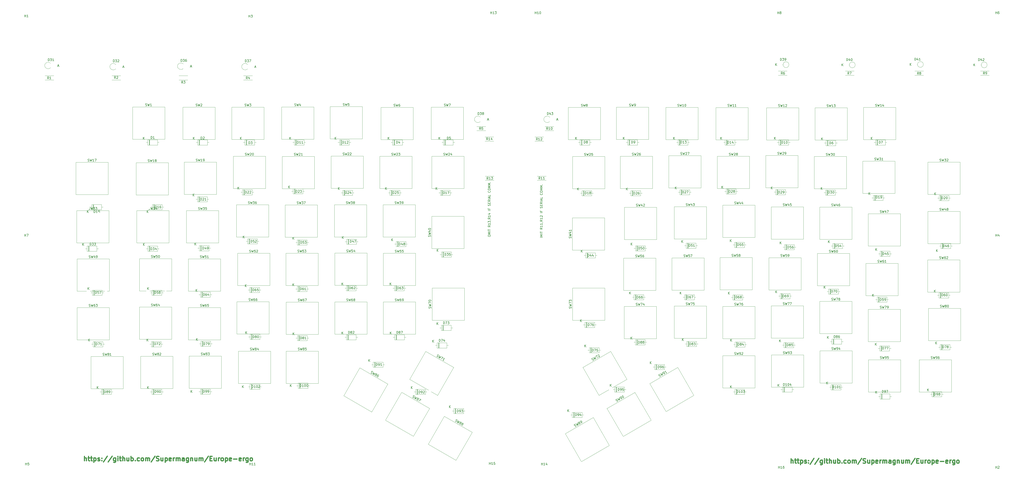
<source format=gbr>
%TF.GenerationSoftware,KiCad,Pcbnew,7.0.1-3b83917a11~172~ubuntu22.04.1*%
%TF.CreationDate,2023-03-31T12:58:08+02:00*%
%TF.ProjectId,Europe-ergo,4575726f-7065-42d6-9572-676f2e6b6963,rev?*%
%TF.SameCoordinates,Original*%
%TF.FileFunction,Legend,Top*%
%TF.FilePolarity,Positive*%
%FSLAX46Y46*%
G04 Gerber Fmt 4.6, Leading zero omitted, Abs format (unit mm)*
G04 Created by KiCad (PCBNEW 7.0.1-3b83917a11~172~ubuntu22.04.1) date 2023-03-31 12:58:08*
%MOMM*%
%LPD*%
G01*
G04 APERTURE LIST*
%ADD10C,0.150000*%
%ADD11C,0.500000*%
%ADD12C,0.120000*%
%ADD13O,1.100000X2.200000*%
%ADD14O,2.200000X1.100000*%
%ADD15C,1.100000*%
%ADD16R,1.600000X1.600000*%
%ADD17O,1.600000X1.600000*%
%ADD18C,7.500000*%
%ADD19C,1.700000*%
%ADD20C,4.000000*%
%ADD21C,2.200000*%
%ADD22R,1.500000X1.500000*%
%ADD23O,1.500000X1.500000*%
%ADD24C,1.400000*%
%ADD25O,1.400000X1.400000*%
%ADD26R,1.800000X1.800000*%
%ADD27O,1.800000X1.800000*%
%ADD28O,1.700000X1.700000*%
%ADD29R,1.700000X1.700000*%
G04 APERTURE END LIST*
D10*
X323012619Y-125523808D02*
X323012619Y-125333332D01*
X323012619Y-125333332D02*
X323060238Y-125238094D01*
X323060238Y-125238094D02*
X323155476Y-125142856D01*
X323155476Y-125142856D02*
X323345952Y-125095237D01*
X323345952Y-125095237D02*
X323679285Y-125095237D01*
X323679285Y-125095237D02*
X323869761Y-125142856D01*
X323869761Y-125142856D02*
X323965000Y-125238094D01*
X323965000Y-125238094D02*
X324012619Y-125333332D01*
X324012619Y-125333332D02*
X324012619Y-125523808D01*
X324012619Y-125523808D02*
X323965000Y-125619046D01*
X323965000Y-125619046D02*
X323869761Y-125714284D01*
X323869761Y-125714284D02*
X323679285Y-125761903D01*
X323679285Y-125761903D02*
X323345952Y-125761903D01*
X323345952Y-125761903D02*
X323155476Y-125714284D01*
X323155476Y-125714284D02*
X323060238Y-125619046D01*
X323060238Y-125619046D02*
X323012619Y-125523808D01*
X324012619Y-124666665D02*
X323012619Y-124666665D01*
X323012619Y-124666665D02*
X323726904Y-124333332D01*
X323726904Y-124333332D02*
X323012619Y-123999999D01*
X323012619Y-123999999D02*
X324012619Y-123999999D01*
X324012619Y-123523808D02*
X323012619Y-123523808D01*
X323012619Y-123190475D02*
X323012619Y-122619047D01*
X324012619Y-122904761D02*
X323012619Y-122904761D01*
X324012619Y-120952380D02*
X323536428Y-121285713D01*
X324012619Y-121523808D02*
X323012619Y-121523808D01*
X323012619Y-121523808D02*
X323012619Y-121142856D01*
X323012619Y-121142856D02*
X323060238Y-121047618D01*
X323060238Y-121047618D02*
X323107857Y-120999999D01*
X323107857Y-120999999D02*
X323203095Y-120952380D01*
X323203095Y-120952380D02*
X323345952Y-120952380D01*
X323345952Y-120952380D02*
X323441190Y-120999999D01*
X323441190Y-120999999D02*
X323488809Y-121047618D01*
X323488809Y-121047618D02*
X323536428Y-121142856D01*
X323536428Y-121142856D02*
X323536428Y-121523808D01*
X324012619Y-119999999D02*
X324012619Y-120571427D01*
X324012619Y-120285713D02*
X323012619Y-120285713D01*
X323012619Y-120285713D02*
X323155476Y-120380951D01*
X323155476Y-120380951D02*
X323250714Y-120476189D01*
X323250714Y-120476189D02*
X323298333Y-120571427D01*
X324012619Y-119047618D02*
X324012619Y-119619046D01*
X324012619Y-119333332D02*
X323012619Y-119333332D01*
X323012619Y-119333332D02*
X323155476Y-119428570D01*
X323155476Y-119428570D02*
X323250714Y-119523808D01*
X323250714Y-119523808D02*
X323298333Y-119619046D01*
X323965000Y-118571427D02*
X324012619Y-118571427D01*
X324012619Y-118571427D02*
X324107857Y-118619046D01*
X324107857Y-118619046D02*
X324155476Y-118666665D01*
X324012619Y-117571428D02*
X323536428Y-117904761D01*
X324012619Y-118142856D02*
X323012619Y-118142856D01*
X323012619Y-118142856D02*
X323012619Y-117761904D01*
X323012619Y-117761904D02*
X323060238Y-117666666D01*
X323060238Y-117666666D02*
X323107857Y-117619047D01*
X323107857Y-117619047D02*
X323203095Y-117571428D01*
X323203095Y-117571428D02*
X323345952Y-117571428D01*
X323345952Y-117571428D02*
X323441190Y-117619047D01*
X323441190Y-117619047D02*
X323488809Y-117666666D01*
X323488809Y-117666666D02*
X323536428Y-117761904D01*
X323536428Y-117761904D02*
X323536428Y-118142856D01*
X324012619Y-116619047D02*
X324012619Y-117190475D01*
X324012619Y-116904761D02*
X323012619Y-116904761D01*
X323012619Y-116904761D02*
X323155476Y-116999999D01*
X323155476Y-116999999D02*
X323250714Y-117095237D01*
X323250714Y-117095237D02*
X323298333Y-117190475D01*
X323107857Y-116238094D02*
X323060238Y-116190475D01*
X323060238Y-116190475D02*
X323012619Y-116095237D01*
X323012619Y-116095237D02*
X323012619Y-115857142D01*
X323012619Y-115857142D02*
X323060238Y-115761904D01*
X323060238Y-115761904D02*
X323107857Y-115714285D01*
X323107857Y-115714285D02*
X323203095Y-115666666D01*
X323203095Y-115666666D02*
X323298333Y-115666666D01*
X323298333Y-115666666D02*
X323441190Y-115714285D01*
X323441190Y-115714285D02*
X324012619Y-116285713D01*
X324012619Y-116285713D02*
X324012619Y-115666666D01*
X324012619Y-114476189D02*
X323012619Y-114476189D01*
X323488809Y-113666666D02*
X323488809Y-113999999D01*
X324012619Y-113999999D02*
X323012619Y-113999999D01*
X323012619Y-113999999D02*
X323012619Y-113523809D01*
X323965000Y-112428570D02*
X324012619Y-112285713D01*
X324012619Y-112285713D02*
X324012619Y-112047618D01*
X324012619Y-112047618D02*
X323965000Y-111952380D01*
X323965000Y-111952380D02*
X323917380Y-111904761D01*
X323917380Y-111904761D02*
X323822142Y-111857142D01*
X323822142Y-111857142D02*
X323726904Y-111857142D01*
X323726904Y-111857142D02*
X323631666Y-111904761D01*
X323631666Y-111904761D02*
X323584047Y-111952380D01*
X323584047Y-111952380D02*
X323536428Y-112047618D01*
X323536428Y-112047618D02*
X323488809Y-112238094D01*
X323488809Y-112238094D02*
X323441190Y-112333332D01*
X323441190Y-112333332D02*
X323393571Y-112380951D01*
X323393571Y-112380951D02*
X323298333Y-112428570D01*
X323298333Y-112428570D02*
X323203095Y-112428570D01*
X323203095Y-112428570D02*
X323107857Y-112380951D01*
X323107857Y-112380951D02*
X323060238Y-112333332D01*
X323060238Y-112333332D02*
X323012619Y-112238094D01*
X323012619Y-112238094D02*
X323012619Y-111999999D01*
X323012619Y-111999999D02*
X323060238Y-111857142D01*
X323488809Y-111428570D02*
X323488809Y-111095237D01*
X324012619Y-110952380D02*
X324012619Y-111428570D01*
X324012619Y-111428570D02*
X323012619Y-111428570D01*
X323012619Y-111428570D02*
X323012619Y-110952380D01*
X324012619Y-109952380D02*
X323536428Y-110285713D01*
X324012619Y-110523808D02*
X323012619Y-110523808D01*
X323012619Y-110523808D02*
X323012619Y-110142856D01*
X323012619Y-110142856D02*
X323060238Y-110047618D01*
X323060238Y-110047618D02*
X323107857Y-109999999D01*
X323107857Y-109999999D02*
X323203095Y-109952380D01*
X323203095Y-109952380D02*
X323345952Y-109952380D01*
X323345952Y-109952380D02*
X323441190Y-109999999D01*
X323441190Y-109999999D02*
X323488809Y-110047618D01*
X323488809Y-110047618D02*
X323536428Y-110142856D01*
X323536428Y-110142856D02*
X323536428Y-110523808D01*
X324012619Y-109523808D02*
X323012619Y-109523808D01*
X323726904Y-109095237D02*
X323726904Y-108619047D01*
X324012619Y-109190475D02*
X323012619Y-108857142D01*
X323012619Y-108857142D02*
X324012619Y-108523809D01*
X324012619Y-107714285D02*
X324012619Y-108190475D01*
X324012619Y-108190475D02*
X323012619Y-108190475D01*
X323917380Y-106047618D02*
X323965000Y-106095237D01*
X323965000Y-106095237D02*
X324012619Y-106238094D01*
X324012619Y-106238094D02*
X324012619Y-106333332D01*
X324012619Y-106333332D02*
X323965000Y-106476189D01*
X323965000Y-106476189D02*
X323869761Y-106571427D01*
X323869761Y-106571427D02*
X323774523Y-106619046D01*
X323774523Y-106619046D02*
X323584047Y-106666665D01*
X323584047Y-106666665D02*
X323441190Y-106666665D01*
X323441190Y-106666665D02*
X323250714Y-106619046D01*
X323250714Y-106619046D02*
X323155476Y-106571427D01*
X323155476Y-106571427D02*
X323060238Y-106476189D01*
X323060238Y-106476189D02*
X323012619Y-106333332D01*
X323012619Y-106333332D02*
X323012619Y-106238094D01*
X323012619Y-106238094D02*
X323060238Y-106095237D01*
X323060238Y-106095237D02*
X323107857Y-106047618D01*
X323012619Y-105428570D02*
X323012619Y-105238094D01*
X323012619Y-105238094D02*
X323060238Y-105142856D01*
X323060238Y-105142856D02*
X323155476Y-105047618D01*
X323155476Y-105047618D02*
X323345952Y-104999999D01*
X323345952Y-104999999D02*
X323679285Y-104999999D01*
X323679285Y-104999999D02*
X323869761Y-105047618D01*
X323869761Y-105047618D02*
X323965000Y-105142856D01*
X323965000Y-105142856D02*
X324012619Y-105238094D01*
X324012619Y-105238094D02*
X324012619Y-105428570D01*
X324012619Y-105428570D02*
X323965000Y-105523808D01*
X323965000Y-105523808D02*
X323869761Y-105619046D01*
X323869761Y-105619046D02*
X323679285Y-105666665D01*
X323679285Y-105666665D02*
X323345952Y-105666665D01*
X323345952Y-105666665D02*
X323155476Y-105619046D01*
X323155476Y-105619046D02*
X323060238Y-105523808D01*
X323060238Y-105523808D02*
X323012619Y-105428570D01*
X324012619Y-104571427D02*
X323012619Y-104571427D01*
X323012619Y-104571427D02*
X323726904Y-104238094D01*
X323726904Y-104238094D02*
X323012619Y-103904761D01*
X323012619Y-103904761D02*
X324012619Y-103904761D01*
X324012619Y-103428570D02*
X323012619Y-103428570D01*
X323012619Y-103428570D02*
X323726904Y-103095237D01*
X323726904Y-103095237D02*
X323012619Y-102761904D01*
X323012619Y-102761904D02*
X324012619Y-102761904D01*
X323917380Y-102285713D02*
X323965000Y-102238094D01*
X323965000Y-102238094D02*
X324012619Y-102285713D01*
X324012619Y-102285713D02*
X323965000Y-102333332D01*
X323965000Y-102333332D02*
X323917380Y-102285713D01*
X323917380Y-102285713D02*
X324012619Y-102285713D01*
D11*
X125666664Y-221925238D02*
X125666664Y-219925238D01*
X126523807Y-221925238D02*
X126523807Y-220877619D01*
X126523807Y-220877619D02*
X126428569Y-220687142D01*
X126428569Y-220687142D02*
X126238093Y-220591904D01*
X126238093Y-220591904D02*
X125952378Y-220591904D01*
X125952378Y-220591904D02*
X125761902Y-220687142D01*
X125761902Y-220687142D02*
X125666664Y-220782380D01*
X127190474Y-220591904D02*
X127952378Y-220591904D01*
X127476188Y-219925238D02*
X127476188Y-221639523D01*
X127476188Y-221639523D02*
X127571426Y-221830000D01*
X127571426Y-221830000D02*
X127761902Y-221925238D01*
X127761902Y-221925238D02*
X127952378Y-221925238D01*
X128333331Y-220591904D02*
X129095235Y-220591904D01*
X128619045Y-219925238D02*
X128619045Y-221639523D01*
X128619045Y-221639523D02*
X128714283Y-221830000D01*
X128714283Y-221830000D02*
X128904759Y-221925238D01*
X128904759Y-221925238D02*
X129095235Y-221925238D01*
X129761902Y-220591904D02*
X129761902Y-222591904D01*
X129761902Y-220687142D02*
X129952378Y-220591904D01*
X129952378Y-220591904D02*
X130333331Y-220591904D01*
X130333331Y-220591904D02*
X130523807Y-220687142D01*
X130523807Y-220687142D02*
X130619045Y-220782380D01*
X130619045Y-220782380D02*
X130714283Y-220972857D01*
X130714283Y-220972857D02*
X130714283Y-221544285D01*
X130714283Y-221544285D02*
X130619045Y-221734761D01*
X130619045Y-221734761D02*
X130523807Y-221830000D01*
X130523807Y-221830000D02*
X130333331Y-221925238D01*
X130333331Y-221925238D02*
X129952378Y-221925238D01*
X129952378Y-221925238D02*
X129761902Y-221830000D01*
X131476188Y-221830000D02*
X131666664Y-221925238D01*
X131666664Y-221925238D02*
X132047616Y-221925238D01*
X132047616Y-221925238D02*
X132238093Y-221830000D01*
X132238093Y-221830000D02*
X132333331Y-221639523D01*
X132333331Y-221639523D02*
X132333331Y-221544285D01*
X132333331Y-221544285D02*
X132238093Y-221353809D01*
X132238093Y-221353809D02*
X132047616Y-221258571D01*
X132047616Y-221258571D02*
X131761902Y-221258571D01*
X131761902Y-221258571D02*
X131571426Y-221163333D01*
X131571426Y-221163333D02*
X131476188Y-220972857D01*
X131476188Y-220972857D02*
X131476188Y-220877619D01*
X131476188Y-220877619D02*
X131571426Y-220687142D01*
X131571426Y-220687142D02*
X131761902Y-220591904D01*
X131761902Y-220591904D02*
X132047616Y-220591904D01*
X132047616Y-220591904D02*
X132238093Y-220687142D01*
X133190474Y-221734761D02*
X133285712Y-221830000D01*
X133285712Y-221830000D02*
X133190474Y-221925238D01*
X133190474Y-221925238D02*
X133095236Y-221830000D01*
X133095236Y-221830000D02*
X133190474Y-221734761D01*
X133190474Y-221734761D02*
X133190474Y-221925238D01*
X133190474Y-220687142D02*
X133285712Y-220782380D01*
X133285712Y-220782380D02*
X133190474Y-220877619D01*
X133190474Y-220877619D02*
X133095236Y-220782380D01*
X133095236Y-220782380D02*
X133190474Y-220687142D01*
X133190474Y-220687142D02*
X133190474Y-220877619D01*
X135571426Y-219830000D02*
X133857141Y-222401428D01*
X137666664Y-219830000D02*
X135952379Y-222401428D01*
X139190474Y-220591904D02*
X139190474Y-222210952D01*
X139190474Y-222210952D02*
X139095236Y-222401428D01*
X139095236Y-222401428D02*
X138999998Y-222496666D01*
X138999998Y-222496666D02*
X138809521Y-222591904D01*
X138809521Y-222591904D02*
X138523807Y-222591904D01*
X138523807Y-222591904D02*
X138333331Y-222496666D01*
X139190474Y-221830000D02*
X138999998Y-221925238D01*
X138999998Y-221925238D02*
X138619045Y-221925238D01*
X138619045Y-221925238D02*
X138428569Y-221830000D01*
X138428569Y-221830000D02*
X138333331Y-221734761D01*
X138333331Y-221734761D02*
X138238093Y-221544285D01*
X138238093Y-221544285D02*
X138238093Y-220972857D01*
X138238093Y-220972857D02*
X138333331Y-220782380D01*
X138333331Y-220782380D02*
X138428569Y-220687142D01*
X138428569Y-220687142D02*
X138619045Y-220591904D01*
X138619045Y-220591904D02*
X138999998Y-220591904D01*
X138999998Y-220591904D02*
X139190474Y-220687142D01*
X140142855Y-221925238D02*
X140142855Y-220591904D01*
X140142855Y-219925238D02*
X140047617Y-220020476D01*
X140047617Y-220020476D02*
X140142855Y-220115714D01*
X140142855Y-220115714D02*
X140238093Y-220020476D01*
X140238093Y-220020476D02*
X140142855Y-219925238D01*
X140142855Y-219925238D02*
X140142855Y-220115714D01*
X140809522Y-220591904D02*
X141571426Y-220591904D01*
X141095236Y-219925238D02*
X141095236Y-221639523D01*
X141095236Y-221639523D02*
X141190474Y-221830000D01*
X141190474Y-221830000D02*
X141380950Y-221925238D01*
X141380950Y-221925238D02*
X141571426Y-221925238D01*
X142238093Y-221925238D02*
X142238093Y-219925238D01*
X143095236Y-221925238D02*
X143095236Y-220877619D01*
X143095236Y-220877619D02*
X142999998Y-220687142D01*
X142999998Y-220687142D02*
X142809522Y-220591904D01*
X142809522Y-220591904D02*
X142523807Y-220591904D01*
X142523807Y-220591904D02*
X142333331Y-220687142D01*
X142333331Y-220687142D02*
X142238093Y-220782380D01*
X144904760Y-220591904D02*
X144904760Y-221925238D01*
X144047617Y-220591904D02*
X144047617Y-221639523D01*
X144047617Y-221639523D02*
X144142855Y-221830000D01*
X144142855Y-221830000D02*
X144333331Y-221925238D01*
X144333331Y-221925238D02*
X144619046Y-221925238D01*
X144619046Y-221925238D02*
X144809522Y-221830000D01*
X144809522Y-221830000D02*
X144904760Y-221734761D01*
X145857141Y-221925238D02*
X145857141Y-219925238D01*
X145857141Y-220687142D02*
X146047617Y-220591904D01*
X146047617Y-220591904D02*
X146428570Y-220591904D01*
X146428570Y-220591904D02*
X146619046Y-220687142D01*
X146619046Y-220687142D02*
X146714284Y-220782380D01*
X146714284Y-220782380D02*
X146809522Y-220972857D01*
X146809522Y-220972857D02*
X146809522Y-221544285D01*
X146809522Y-221544285D02*
X146714284Y-221734761D01*
X146714284Y-221734761D02*
X146619046Y-221830000D01*
X146619046Y-221830000D02*
X146428570Y-221925238D01*
X146428570Y-221925238D02*
X146047617Y-221925238D01*
X146047617Y-221925238D02*
X145857141Y-221830000D01*
X147666665Y-221734761D02*
X147761903Y-221830000D01*
X147761903Y-221830000D02*
X147666665Y-221925238D01*
X147666665Y-221925238D02*
X147571427Y-221830000D01*
X147571427Y-221830000D02*
X147666665Y-221734761D01*
X147666665Y-221734761D02*
X147666665Y-221925238D01*
X149476189Y-221830000D02*
X149285713Y-221925238D01*
X149285713Y-221925238D02*
X148904760Y-221925238D01*
X148904760Y-221925238D02*
X148714284Y-221830000D01*
X148714284Y-221830000D02*
X148619046Y-221734761D01*
X148619046Y-221734761D02*
X148523808Y-221544285D01*
X148523808Y-221544285D02*
X148523808Y-220972857D01*
X148523808Y-220972857D02*
X148619046Y-220782380D01*
X148619046Y-220782380D02*
X148714284Y-220687142D01*
X148714284Y-220687142D02*
X148904760Y-220591904D01*
X148904760Y-220591904D02*
X149285713Y-220591904D01*
X149285713Y-220591904D02*
X149476189Y-220687142D01*
X150619046Y-221925238D02*
X150428570Y-221830000D01*
X150428570Y-221830000D02*
X150333332Y-221734761D01*
X150333332Y-221734761D02*
X150238094Y-221544285D01*
X150238094Y-221544285D02*
X150238094Y-220972857D01*
X150238094Y-220972857D02*
X150333332Y-220782380D01*
X150333332Y-220782380D02*
X150428570Y-220687142D01*
X150428570Y-220687142D02*
X150619046Y-220591904D01*
X150619046Y-220591904D02*
X150904761Y-220591904D01*
X150904761Y-220591904D02*
X151095237Y-220687142D01*
X151095237Y-220687142D02*
X151190475Y-220782380D01*
X151190475Y-220782380D02*
X151285713Y-220972857D01*
X151285713Y-220972857D02*
X151285713Y-221544285D01*
X151285713Y-221544285D02*
X151190475Y-221734761D01*
X151190475Y-221734761D02*
X151095237Y-221830000D01*
X151095237Y-221830000D02*
X150904761Y-221925238D01*
X150904761Y-221925238D02*
X150619046Y-221925238D01*
X152142856Y-221925238D02*
X152142856Y-220591904D01*
X152142856Y-220782380D02*
X152238094Y-220687142D01*
X152238094Y-220687142D02*
X152428570Y-220591904D01*
X152428570Y-220591904D02*
X152714285Y-220591904D01*
X152714285Y-220591904D02*
X152904761Y-220687142D01*
X152904761Y-220687142D02*
X152999999Y-220877619D01*
X152999999Y-220877619D02*
X152999999Y-221925238D01*
X152999999Y-220877619D02*
X153095237Y-220687142D01*
X153095237Y-220687142D02*
X153285713Y-220591904D01*
X153285713Y-220591904D02*
X153571427Y-220591904D01*
X153571427Y-220591904D02*
X153761904Y-220687142D01*
X153761904Y-220687142D02*
X153857142Y-220877619D01*
X153857142Y-220877619D02*
X153857142Y-221925238D01*
X156238094Y-219830000D02*
X154523809Y-222401428D01*
X156809523Y-221830000D02*
X157095237Y-221925238D01*
X157095237Y-221925238D02*
X157571428Y-221925238D01*
X157571428Y-221925238D02*
X157761904Y-221830000D01*
X157761904Y-221830000D02*
X157857142Y-221734761D01*
X157857142Y-221734761D02*
X157952380Y-221544285D01*
X157952380Y-221544285D02*
X157952380Y-221353809D01*
X157952380Y-221353809D02*
X157857142Y-221163333D01*
X157857142Y-221163333D02*
X157761904Y-221068095D01*
X157761904Y-221068095D02*
X157571428Y-220972857D01*
X157571428Y-220972857D02*
X157190475Y-220877619D01*
X157190475Y-220877619D02*
X156999999Y-220782380D01*
X156999999Y-220782380D02*
X156904761Y-220687142D01*
X156904761Y-220687142D02*
X156809523Y-220496666D01*
X156809523Y-220496666D02*
X156809523Y-220306190D01*
X156809523Y-220306190D02*
X156904761Y-220115714D01*
X156904761Y-220115714D02*
X156999999Y-220020476D01*
X156999999Y-220020476D02*
X157190475Y-219925238D01*
X157190475Y-219925238D02*
X157666666Y-219925238D01*
X157666666Y-219925238D02*
X157952380Y-220020476D01*
X159666666Y-220591904D02*
X159666666Y-221925238D01*
X158809523Y-220591904D02*
X158809523Y-221639523D01*
X158809523Y-221639523D02*
X158904761Y-221830000D01*
X158904761Y-221830000D02*
X159095237Y-221925238D01*
X159095237Y-221925238D02*
X159380952Y-221925238D01*
X159380952Y-221925238D02*
X159571428Y-221830000D01*
X159571428Y-221830000D02*
X159666666Y-221734761D01*
X160619047Y-220591904D02*
X160619047Y-222591904D01*
X160619047Y-220687142D02*
X160809523Y-220591904D01*
X160809523Y-220591904D02*
X161190476Y-220591904D01*
X161190476Y-220591904D02*
X161380952Y-220687142D01*
X161380952Y-220687142D02*
X161476190Y-220782380D01*
X161476190Y-220782380D02*
X161571428Y-220972857D01*
X161571428Y-220972857D02*
X161571428Y-221544285D01*
X161571428Y-221544285D02*
X161476190Y-221734761D01*
X161476190Y-221734761D02*
X161380952Y-221830000D01*
X161380952Y-221830000D02*
X161190476Y-221925238D01*
X161190476Y-221925238D02*
X160809523Y-221925238D01*
X160809523Y-221925238D02*
X160619047Y-221830000D01*
X163190476Y-221830000D02*
X163000000Y-221925238D01*
X163000000Y-221925238D02*
X162619047Y-221925238D01*
X162619047Y-221925238D02*
X162428571Y-221830000D01*
X162428571Y-221830000D02*
X162333333Y-221639523D01*
X162333333Y-221639523D02*
X162333333Y-220877619D01*
X162333333Y-220877619D02*
X162428571Y-220687142D01*
X162428571Y-220687142D02*
X162619047Y-220591904D01*
X162619047Y-220591904D02*
X163000000Y-220591904D01*
X163000000Y-220591904D02*
X163190476Y-220687142D01*
X163190476Y-220687142D02*
X163285714Y-220877619D01*
X163285714Y-220877619D02*
X163285714Y-221068095D01*
X163285714Y-221068095D02*
X162333333Y-221258571D01*
X164142857Y-221925238D02*
X164142857Y-220591904D01*
X164142857Y-220972857D02*
X164238095Y-220782380D01*
X164238095Y-220782380D02*
X164333333Y-220687142D01*
X164333333Y-220687142D02*
X164523809Y-220591904D01*
X164523809Y-220591904D02*
X164714286Y-220591904D01*
X165380952Y-221925238D02*
X165380952Y-220591904D01*
X165380952Y-220782380D02*
X165476190Y-220687142D01*
X165476190Y-220687142D02*
X165666666Y-220591904D01*
X165666666Y-220591904D02*
X165952381Y-220591904D01*
X165952381Y-220591904D02*
X166142857Y-220687142D01*
X166142857Y-220687142D02*
X166238095Y-220877619D01*
X166238095Y-220877619D02*
X166238095Y-221925238D01*
X166238095Y-220877619D02*
X166333333Y-220687142D01*
X166333333Y-220687142D02*
X166523809Y-220591904D01*
X166523809Y-220591904D02*
X166809523Y-220591904D01*
X166809523Y-220591904D02*
X167000000Y-220687142D01*
X167000000Y-220687142D02*
X167095238Y-220877619D01*
X167095238Y-220877619D02*
X167095238Y-221925238D01*
X168904762Y-221925238D02*
X168904762Y-220877619D01*
X168904762Y-220877619D02*
X168809524Y-220687142D01*
X168809524Y-220687142D02*
X168619048Y-220591904D01*
X168619048Y-220591904D02*
X168238095Y-220591904D01*
X168238095Y-220591904D02*
X168047619Y-220687142D01*
X168904762Y-221830000D02*
X168714286Y-221925238D01*
X168714286Y-221925238D02*
X168238095Y-221925238D01*
X168238095Y-221925238D02*
X168047619Y-221830000D01*
X168047619Y-221830000D02*
X167952381Y-221639523D01*
X167952381Y-221639523D02*
X167952381Y-221449047D01*
X167952381Y-221449047D02*
X168047619Y-221258571D01*
X168047619Y-221258571D02*
X168238095Y-221163333D01*
X168238095Y-221163333D02*
X168714286Y-221163333D01*
X168714286Y-221163333D02*
X168904762Y-221068095D01*
X170714286Y-220591904D02*
X170714286Y-222210952D01*
X170714286Y-222210952D02*
X170619048Y-222401428D01*
X170619048Y-222401428D02*
X170523810Y-222496666D01*
X170523810Y-222496666D02*
X170333333Y-222591904D01*
X170333333Y-222591904D02*
X170047619Y-222591904D01*
X170047619Y-222591904D02*
X169857143Y-222496666D01*
X170714286Y-221830000D02*
X170523810Y-221925238D01*
X170523810Y-221925238D02*
X170142857Y-221925238D01*
X170142857Y-221925238D02*
X169952381Y-221830000D01*
X169952381Y-221830000D02*
X169857143Y-221734761D01*
X169857143Y-221734761D02*
X169761905Y-221544285D01*
X169761905Y-221544285D02*
X169761905Y-220972857D01*
X169761905Y-220972857D02*
X169857143Y-220782380D01*
X169857143Y-220782380D02*
X169952381Y-220687142D01*
X169952381Y-220687142D02*
X170142857Y-220591904D01*
X170142857Y-220591904D02*
X170523810Y-220591904D01*
X170523810Y-220591904D02*
X170714286Y-220687142D01*
X171666667Y-220591904D02*
X171666667Y-221925238D01*
X171666667Y-220782380D02*
X171761905Y-220687142D01*
X171761905Y-220687142D02*
X171952381Y-220591904D01*
X171952381Y-220591904D02*
X172238096Y-220591904D01*
X172238096Y-220591904D02*
X172428572Y-220687142D01*
X172428572Y-220687142D02*
X172523810Y-220877619D01*
X172523810Y-220877619D02*
X172523810Y-221925238D01*
X174333334Y-220591904D02*
X174333334Y-221925238D01*
X173476191Y-220591904D02*
X173476191Y-221639523D01*
X173476191Y-221639523D02*
X173571429Y-221830000D01*
X173571429Y-221830000D02*
X173761905Y-221925238D01*
X173761905Y-221925238D02*
X174047620Y-221925238D01*
X174047620Y-221925238D02*
X174238096Y-221830000D01*
X174238096Y-221830000D02*
X174333334Y-221734761D01*
X175285715Y-221925238D02*
X175285715Y-220591904D01*
X175285715Y-220782380D02*
X175380953Y-220687142D01*
X175380953Y-220687142D02*
X175571429Y-220591904D01*
X175571429Y-220591904D02*
X175857144Y-220591904D01*
X175857144Y-220591904D02*
X176047620Y-220687142D01*
X176047620Y-220687142D02*
X176142858Y-220877619D01*
X176142858Y-220877619D02*
X176142858Y-221925238D01*
X176142858Y-220877619D02*
X176238096Y-220687142D01*
X176238096Y-220687142D02*
X176428572Y-220591904D01*
X176428572Y-220591904D02*
X176714286Y-220591904D01*
X176714286Y-220591904D02*
X176904763Y-220687142D01*
X176904763Y-220687142D02*
X177000001Y-220877619D01*
X177000001Y-220877619D02*
X177000001Y-221925238D01*
X179380953Y-219830000D02*
X177666668Y-222401428D01*
X180047620Y-220877619D02*
X180714287Y-220877619D01*
X181000001Y-221925238D02*
X180047620Y-221925238D01*
X180047620Y-221925238D02*
X180047620Y-219925238D01*
X180047620Y-219925238D02*
X181000001Y-219925238D01*
X182714287Y-220591904D02*
X182714287Y-221925238D01*
X181857144Y-220591904D02*
X181857144Y-221639523D01*
X181857144Y-221639523D02*
X181952382Y-221830000D01*
X181952382Y-221830000D02*
X182142858Y-221925238D01*
X182142858Y-221925238D02*
X182428573Y-221925238D01*
X182428573Y-221925238D02*
X182619049Y-221830000D01*
X182619049Y-221830000D02*
X182714287Y-221734761D01*
X183666668Y-221925238D02*
X183666668Y-220591904D01*
X183666668Y-220972857D02*
X183761906Y-220782380D01*
X183761906Y-220782380D02*
X183857144Y-220687142D01*
X183857144Y-220687142D02*
X184047620Y-220591904D01*
X184047620Y-220591904D02*
X184238097Y-220591904D01*
X185190477Y-221925238D02*
X185000001Y-221830000D01*
X185000001Y-221830000D02*
X184904763Y-221734761D01*
X184904763Y-221734761D02*
X184809525Y-221544285D01*
X184809525Y-221544285D02*
X184809525Y-220972857D01*
X184809525Y-220972857D02*
X184904763Y-220782380D01*
X184904763Y-220782380D02*
X185000001Y-220687142D01*
X185000001Y-220687142D02*
X185190477Y-220591904D01*
X185190477Y-220591904D02*
X185476192Y-220591904D01*
X185476192Y-220591904D02*
X185666668Y-220687142D01*
X185666668Y-220687142D02*
X185761906Y-220782380D01*
X185761906Y-220782380D02*
X185857144Y-220972857D01*
X185857144Y-220972857D02*
X185857144Y-221544285D01*
X185857144Y-221544285D02*
X185761906Y-221734761D01*
X185761906Y-221734761D02*
X185666668Y-221830000D01*
X185666668Y-221830000D02*
X185476192Y-221925238D01*
X185476192Y-221925238D02*
X185190477Y-221925238D01*
X186714287Y-220591904D02*
X186714287Y-222591904D01*
X186714287Y-220687142D02*
X186904763Y-220591904D01*
X186904763Y-220591904D02*
X187285716Y-220591904D01*
X187285716Y-220591904D02*
X187476192Y-220687142D01*
X187476192Y-220687142D02*
X187571430Y-220782380D01*
X187571430Y-220782380D02*
X187666668Y-220972857D01*
X187666668Y-220972857D02*
X187666668Y-221544285D01*
X187666668Y-221544285D02*
X187571430Y-221734761D01*
X187571430Y-221734761D02*
X187476192Y-221830000D01*
X187476192Y-221830000D02*
X187285716Y-221925238D01*
X187285716Y-221925238D02*
X186904763Y-221925238D01*
X186904763Y-221925238D02*
X186714287Y-221830000D01*
X189285716Y-221830000D02*
X189095240Y-221925238D01*
X189095240Y-221925238D02*
X188714287Y-221925238D01*
X188714287Y-221925238D02*
X188523811Y-221830000D01*
X188523811Y-221830000D02*
X188428573Y-221639523D01*
X188428573Y-221639523D02*
X188428573Y-220877619D01*
X188428573Y-220877619D02*
X188523811Y-220687142D01*
X188523811Y-220687142D02*
X188714287Y-220591904D01*
X188714287Y-220591904D02*
X189095240Y-220591904D01*
X189095240Y-220591904D02*
X189285716Y-220687142D01*
X189285716Y-220687142D02*
X189380954Y-220877619D01*
X189380954Y-220877619D02*
X189380954Y-221068095D01*
X189380954Y-221068095D02*
X188428573Y-221258571D01*
X190238097Y-221163333D02*
X191761907Y-221163333D01*
X193476192Y-221830000D02*
X193285716Y-221925238D01*
X193285716Y-221925238D02*
X192904763Y-221925238D01*
X192904763Y-221925238D02*
X192714287Y-221830000D01*
X192714287Y-221830000D02*
X192619049Y-221639523D01*
X192619049Y-221639523D02*
X192619049Y-220877619D01*
X192619049Y-220877619D02*
X192714287Y-220687142D01*
X192714287Y-220687142D02*
X192904763Y-220591904D01*
X192904763Y-220591904D02*
X193285716Y-220591904D01*
X193285716Y-220591904D02*
X193476192Y-220687142D01*
X193476192Y-220687142D02*
X193571430Y-220877619D01*
X193571430Y-220877619D02*
X193571430Y-221068095D01*
X193571430Y-221068095D02*
X192619049Y-221258571D01*
X194428573Y-221925238D02*
X194428573Y-220591904D01*
X194428573Y-220972857D02*
X194523811Y-220782380D01*
X194523811Y-220782380D02*
X194619049Y-220687142D01*
X194619049Y-220687142D02*
X194809525Y-220591904D01*
X194809525Y-220591904D02*
X195000002Y-220591904D01*
X196523811Y-220591904D02*
X196523811Y-222210952D01*
X196523811Y-222210952D02*
X196428573Y-222401428D01*
X196428573Y-222401428D02*
X196333335Y-222496666D01*
X196333335Y-222496666D02*
X196142858Y-222591904D01*
X196142858Y-222591904D02*
X195857144Y-222591904D01*
X195857144Y-222591904D02*
X195666668Y-222496666D01*
X196523811Y-221830000D02*
X196333335Y-221925238D01*
X196333335Y-221925238D02*
X195952382Y-221925238D01*
X195952382Y-221925238D02*
X195761906Y-221830000D01*
X195761906Y-221830000D02*
X195666668Y-221734761D01*
X195666668Y-221734761D02*
X195571430Y-221544285D01*
X195571430Y-221544285D02*
X195571430Y-220972857D01*
X195571430Y-220972857D02*
X195666668Y-220782380D01*
X195666668Y-220782380D02*
X195761906Y-220687142D01*
X195761906Y-220687142D02*
X195952382Y-220591904D01*
X195952382Y-220591904D02*
X196333335Y-220591904D01*
X196333335Y-220591904D02*
X196523811Y-220687142D01*
X197761906Y-221925238D02*
X197571430Y-221830000D01*
X197571430Y-221830000D02*
X197476192Y-221734761D01*
X197476192Y-221734761D02*
X197380954Y-221544285D01*
X197380954Y-221544285D02*
X197380954Y-220972857D01*
X197380954Y-220972857D02*
X197476192Y-220782380D01*
X197476192Y-220782380D02*
X197571430Y-220687142D01*
X197571430Y-220687142D02*
X197761906Y-220591904D01*
X197761906Y-220591904D02*
X198047621Y-220591904D01*
X198047621Y-220591904D02*
X198238097Y-220687142D01*
X198238097Y-220687142D02*
X198333335Y-220782380D01*
X198333335Y-220782380D02*
X198428573Y-220972857D01*
X198428573Y-220972857D02*
X198428573Y-221544285D01*
X198428573Y-221544285D02*
X198333335Y-221734761D01*
X198333335Y-221734761D02*
X198238097Y-221830000D01*
X198238097Y-221830000D02*
X198047621Y-221925238D01*
X198047621Y-221925238D02*
X197761906Y-221925238D01*
X431666664Y-222925238D02*
X431666664Y-220925238D01*
X432523807Y-222925238D02*
X432523807Y-221877619D01*
X432523807Y-221877619D02*
X432428569Y-221687142D01*
X432428569Y-221687142D02*
X432238093Y-221591904D01*
X432238093Y-221591904D02*
X431952378Y-221591904D01*
X431952378Y-221591904D02*
X431761902Y-221687142D01*
X431761902Y-221687142D02*
X431666664Y-221782380D01*
X433190474Y-221591904D02*
X433952378Y-221591904D01*
X433476188Y-220925238D02*
X433476188Y-222639523D01*
X433476188Y-222639523D02*
X433571426Y-222830000D01*
X433571426Y-222830000D02*
X433761902Y-222925238D01*
X433761902Y-222925238D02*
X433952378Y-222925238D01*
X434333331Y-221591904D02*
X435095235Y-221591904D01*
X434619045Y-220925238D02*
X434619045Y-222639523D01*
X434619045Y-222639523D02*
X434714283Y-222830000D01*
X434714283Y-222830000D02*
X434904759Y-222925238D01*
X434904759Y-222925238D02*
X435095235Y-222925238D01*
X435761902Y-221591904D02*
X435761902Y-223591904D01*
X435761902Y-221687142D02*
X435952378Y-221591904D01*
X435952378Y-221591904D02*
X436333331Y-221591904D01*
X436333331Y-221591904D02*
X436523807Y-221687142D01*
X436523807Y-221687142D02*
X436619045Y-221782380D01*
X436619045Y-221782380D02*
X436714283Y-221972857D01*
X436714283Y-221972857D02*
X436714283Y-222544285D01*
X436714283Y-222544285D02*
X436619045Y-222734761D01*
X436619045Y-222734761D02*
X436523807Y-222830000D01*
X436523807Y-222830000D02*
X436333331Y-222925238D01*
X436333331Y-222925238D02*
X435952378Y-222925238D01*
X435952378Y-222925238D02*
X435761902Y-222830000D01*
X437476188Y-222830000D02*
X437666664Y-222925238D01*
X437666664Y-222925238D02*
X438047616Y-222925238D01*
X438047616Y-222925238D02*
X438238093Y-222830000D01*
X438238093Y-222830000D02*
X438333331Y-222639523D01*
X438333331Y-222639523D02*
X438333331Y-222544285D01*
X438333331Y-222544285D02*
X438238093Y-222353809D01*
X438238093Y-222353809D02*
X438047616Y-222258571D01*
X438047616Y-222258571D02*
X437761902Y-222258571D01*
X437761902Y-222258571D02*
X437571426Y-222163333D01*
X437571426Y-222163333D02*
X437476188Y-221972857D01*
X437476188Y-221972857D02*
X437476188Y-221877619D01*
X437476188Y-221877619D02*
X437571426Y-221687142D01*
X437571426Y-221687142D02*
X437761902Y-221591904D01*
X437761902Y-221591904D02*
X438047616Y-221591904D01*
X438047616Y-221591904D02*
X438238093Y-221687142D01*
X439190474Y-222734761D02*
X439285712Y-222830000D01*
X439285712Y-222830000D02*
X439190474Y-222925238D01*
X439190474Y-222925238D02*
X439095236Y-222830000D01*
X439095236Y-222830000D02*
X439190474Y-222734761D01*
X439190474Y-222734761D02*
X439190474Y-222925238D01*
X439190474Y-221687142D02*
X439285712Y-221782380D01*
X439285712Y-221782380D02*
X439190474Y-221877619D01*
X439190474Y-221877619D02*
X439095236Y-221782380D01*
X439095236Y-221782380D02*
X439190474Y-221687142D01*
X439190474Y-221687142D02*
X439190474Y-221877619D01*
X441571426Y-220830000D02*
X439857141Y-223401428D01*
X443666664Y-220830000D02*
X441952379Y-223401428D01*
X445190474Y-221591904D02*
X445190474Y-223210952D01*
X445190474Y-223210952D02*
X445095236Y-223401428D01*
X445095236Y-223401428D02*
X444999998Y-223496666D01*
X444999998Y-223496666D02*
X444809521Y-223591904D01*
X444809521Y-223591904D02*
X444523807Y-223591904D01*
X444523807Y-223591904D02*
X444333331Y-223496666D01*
X445190474Y-222830000D02*
X444999998Y-222925238D01*
X444999998Y-222925238D02*
X444619045Y-222925238D01*
X444619045Y-222925238D02*
X444428569Y-222830000D01*
X444428569Y-222830000D02*
X444333331Y-222734761D01*
X444333331Y-222734761D02*
X444238093Y-222544285D01*
X444238093Y-222544285D02*
X444238093Y-221972857D01*
X444238093Y-221972857D02*
X444333331Y-221782380D01*
X444333331Y-221782380D02*
X444428569Y-221687142D01*
X444428569Y-221687142D02*
X444619045Y-221591904D01*
X444619045Y-221591904D02*
X444999998Y-221591904D01*
X444999998Y-221591904D02*
X445190474Y-221687142D01*
X446142855Y-222925238D02*
X446142855Y-221591904D01*
X446142855Y-220925238D02*
X446047617Y-221020476D01*
X446047617Y-221020476D02*
X446142855Y-221115714D01*
X446142855Y-221115714D02*
X446238093Y-221020476D01*
X446238093Y-221020476D02*
X446142855Y-220925238D01*
X446142855Y-220925238D02*
X446142855Y-221115714D01*
X446809522Y-221591904D02*
X447571426Y-221591904D01*
X447095236Y-220925238D02*
X447095236Y-222639523D01*
X447095236Y-222639523D02*
X447190474Y-222830000D01*
X447190474Y-222830000D02*
X447380950Y-222925238D01*
X447380950Y-222925238D02*
X447571426Y-222925238D01*
X448238093Y-222925238D02*
X448238093Y-220925238D01*
X449095236Y-222925238D02*
X449095236Y-221877619D01*
X449095236Y-221877619D02*
X448999998Y-221687142D01*
X448999998Y-221687142D02*
X448809522Y-221591904D01*
X448809522Y-221591904D02*
X448523807Y-221591904D01*
X448523807Y-221591904D02*
X448333331Y-221687142D01*
X448333331Y-221687142D02*
X448238093Y-221782380D01*
X450904760Y-221591904D02*
X450904760Y-222925238D01*
X450047617Y-221591904D02*
X450047617Y-222639523D01*
X450047617Y-222639523D02*
X450142855Y-222830000D01*
X450142855Y-222830000D02*
X450333331Y-222925238D01*
X450333331Y-222925238D02*
X450619046Y-222925238D01*
X450619046Y-222925238D02*
X450809522Y-222830000D01*
X450809522Y-222830000D02*
X450904760Y-222734761D01*
X451857141Y-222925238D02*
X451857141Y-220925238D01*
X451857141Y-221687142D02*
X452047617Y-221591904D01*
X452047617Y-221591904D02*
X452428570Y-221591904D01*
X452428570Y-221591904D02*
X452619046Y-221687142D01*
X452619046Y-221687142D02*
X452714284Y-221782380D01*
X452714284Y-221782380D02*
X452809522Y-221972857D01*
X452809522Y-221972857D02*
X452809522Y-222544285D01*
X452809522Y-222544285D02*
X452714284Y-222734761D01*
X452714284Y-222734761D02*
X452619046Y-222830000D01*
X452619046Y-222830000D02*
X452428570Y-222925238D01*
X452428570Y-222925238D02*
X452047617Y-222925238D01*
X452047617Y-222925238D02*
X451857141Y-222830000D01*
X453666665Y-222734761D02*
X453761903Y-222830000D01*
X453761903Y-222830000D02*
X453666665Y-222925238D01*
X453666665Y-222925238D02*
X453571427Y-222830000D01*
X453571427Y-222830000D02*
X453666665Y-222734761D01*
X453666665Y-222734761D02*
X453666665Y-222925238D01*
X455476189Y-222830000D02*
X455285713Y-222925238D01*
X455285713Y-222925238D02*
X454904760Y-222925238D01*
X454904760Y-222925238D02*
X454714284Y-222830000D01*
X454714284Y-222830000D02*
X454619046Y-222734761D01*
X454619046Y-222734761D02*
X454523808Y-222544285D01*
X454523808Y-222544285D02*
X454523808Y-221972857D01*
X454523808Y-221972857D02*
X454619046Y-221782380D01*
X454619046Y-221782380D02*
X454714284Y-221687142D01*
X454714284Y-221687142D02*
X454904760Y-221591904D01*
X454904760Y-221591904D02*
X455285713Y-221591904D01*
X455285713Y-221591904D02*
X455476189Y-221687142D01*
X456619046Y-222925238D02*
X456428570Y-222830000D01*
X456428570Y-222830000D02*
X456333332Y-222734761D01*
X456333332Y-222734761D02*
X456238094Y-222544285D01*
X456238094Y-222544285D02*
X456238094Y-221972857D01*
X456238094Y-221972857D02*
X456333332Y-221782380D01*
X456333332Y-221782380D02*
X456428570Y-221687142D01*
X456428570Y-221687142D02*
X456619046Y-221591904D01*
X456619046Y-221591904D02*
X456904761Y-221591904D01*
X456904761Y-221591904D02*
X457095237Y-221687142D01*
X457095237Y-221687142D02*
X457190475Y-221782380D01*
X457190475Y-221782380D02*
X457285713Y-221972857D01*
X457285713Y-221972857D02*
X457285713Y-222544285D01*
X457285713Y-222544285D02*
X457190475Y-222734761D01*
X457190475Y-222734761D02*
X457095237Y-222830000D01*
X457095237Y-222830000D02*
X456904761Y-222925238D01*
X456904761Y-222925238D02*
X456619046Y-222925238D01*
X458142856Y-222925238D02*
X458142856Y-221591904D01*
X458142856Y-221782380D02*
X458238094Y-221687142D01*
X458238094Y-221687142D02*
X458428570Y-221591904D01*
X458428570Y-221591904D02*
X458714285Y-221591904D01*
X458714285Y-221591904D02*
X458904761Y-221687142D01*
X458904761Y-221687142D02*
X458999999Y-221877619D01*
X458999999Y-221877619D02*
X458999999Y-222925238D01*
X458999999Y-221877619D02*
X459095237Y-221687142D01*
X459095237Y-221687142D02*
X459285713Y-221591904D01*
X459285713Y-221591904D02*
X459571427Y-221591904D01*
X459571427Y-221591904D02*
X459761904Y-221687142D01*
X459761904Y-221687142D02*
X459857142Y-221877619D01*
X459857142Y-221877619D02*
X459857142Y-222925238D01*
X462238094Y-220830000D02*
X460523809Y-223401428D01*
X462809523Y-222830000D02*
X463095237Y-222925238D01*
X463095237Y-222925238D02*
X463571428Y-222925238D01*
X463571428Y-222925238D02*
X463761904Y-222830000D01*
X463761904Y-222830000D02*
X463857142Y-222734761D01*
X463857142Y-222734761D02*
X463952380Y-222544285D01*
X463952380Y-222544285D02*
X463952380Y-222353809D01*
X463952380Y-222353809D02*
X463857142Y-222163333D01*
X463857142Y-222163333D02*
X463761904Y-222068095D01*
X463761904Y-222068095D02*
X463571428Y-221972857D01*
X463571428Y-221972857D02*
X463190475Y-221877619D01*
X463190475Y-221877619D02*
X462999999Y-221782380D01*
X462999999Y-221782380D02*
X462904761Y-221687142D01*
X462904761Y-221687142D02*
X462809523Y-221496666D01*
X462809523Y-221496666D02*
X462809523Y-221306190D01*
X462809523Y-221306190D02*
X462904761Y-221115714D01*
X462904761Y-221115714D02*
X462999999Y-221020476D01*
X462999999Y-221020476D02*
X463190475Y-220925238D01*
X463190475Y-220925238D02*
X463666666Y-220925238D01*
X463666666Y-220925238D02*
X463952380Y-221020476D01*
X465666666Y-221591904D02*
X465666666Y-222925238D01*
X464809523Y-221591904D02*
X464809523Y-222639523D01*
X464809523Y-222639523D02*
X464904761Y-222830000D01*
X464904761Y-222830000D02*
X465095237Y-222925238D01*
X465095237Y-222925238D02*
X465380952Y-222925238D01*
X465380952Y-222925238D02*
X465571428Y-222830000D01*
X465571428Y-222830000D02*
X465666666Y-222734761D01*
X466619047Y-221591904D02*
X466619047Y-223591904D01*
X466619047Y-221687142D02*
X466809523Y-221591904D01*
X466809523Y-221591904D02*
X467190476Y-221591904D01*
X467190476Y-221591904D02*
X467380952Y-221687142D01*
X467380952Y-221687142D02*
X467476190Y-221782380D01*
X467476190Y-221782380D02*
X467571428Y-221972857D01*
X467571428Y-221972857D02*
X467571428Y-222544285D01*
X467571428Y-222544285D02*
X467476190Y-222734761D01*
X467476190Y-222734761D02*
X467380952Y-222830000D01*
X467380952Y-222830000D02*
X467190476Y-222925238D01*
X467190476Y-222925238D02*
X466809523Y-222925238D01*
X466809523Y-222925238D02*
X466619047Y-222830000D01*
X469190476Y-222830000D02*
X469000000Y-222925238D01*
X469000000Y-222925238D02*
X468619047Y-222925238D01*
X468619047Y-222925238D02*
X468428571Y-222830000D01*
X468428571Y-222830000D02*
X468333333Y-222639523D01*
X468333333Y-222639523D02*
X468333333Y-221877619D01*
X468333333Y-221877619D02*
X468428571Y-221687142D01*
X468428571Y-221687142D02*
X468619047Y-221591904D01*
X468619047Y-221591904D02*
X469000000Y-221591904D01*
X469000000Y-221591904D02*
X469190476Y-221687142D01*
X469190476Y-221687142D02*
X469285714Y-221877619D01*
X469285714Y-221877619D02*
X469285714Y-222068095D01*
X469285714Y-222068095D02*
X468333333Y-222258571D01*
X470142857Y-222925238D02*
X470142857Y-221591904D01*
X470142857Y-221972857D02*
X470238095Y-221782380D01*
X470238095Y-221782380D02*
X470333333Y-221687142D01*
X470333333Y-221687142D02*
X470523809Y-221591904D01*
X470523809Y-221591904D02*
X470714286Y-221591904D01*
X471380952Y-222925238D02*
X471380952Y-221591904D01*
X471380952Y-221782380D02*
X471476190Y-221687142D01*
X471476190Y-221687142D02*
X471666666Y-221591904D01*
X471666666Y-221591904D02*
X471952381Y-221591904D01*
X471952381Y-221591904D02*
X472142857Y-221687142D01*
X472142857Y-221687142D02*
X472238095Y-221877619D01*
X472238095Y-221877619D02*
X472238095Y-222925238D01*
X472238095Y-221877619D02*
X472333333Y-221687142D01*
X472333333Y-221687142D02*
X472523809Y-221591904D01*
X472523809Y-221591904D02*
X472809523Y-221591904D01*
X472809523Y-221591904D02*
X473000000Y-221687142D01*
X473000000Y-221687142D02*
X473095238Y-221877619D01*
X473095238Y-221877619D02*
X473095238Y-222925238D01*
X474904762Y-222925238D02*
X474904762Y-221877619D01*
X474904762Y-221877619D02*
X474809524Y-221687142D01*
X474809524Y-221687142D02*
X474619048Y-221591904D01*
X474619048Y-221591904D02*
X474238095Y-221591904D01*
X474238095Y-221591904D02*
X474047619Y-221687142D01*
X474904762Y-222830000D02*
X474714286Y-222925238D01*
X474714286Y-222925238D02*
X474238095Y-222925238D01*
X474238095Y-222925238D02*
X474047619Y-222830000D01*
X474047619Y-222830000D02*
X473952381Y-222639523D01*
X473952381Y-222639523D02*
X473952381Y-222449047D01*
X473952381Y-222449047D02*
X474047619Y-222258571D01*
X474047619Y-222258571D02*
X474238095Y-222163333D01*
X474238095Y-222163333D02*
X474714286Y-222163333D01*
X474714286Y-222163333D02*
X474904762Y-222068095D01*
X476714286Y-221591904D02*
X476714286Y-223210952D01*
X476714286Y-223210952D02*
X476619048Y-223401428D01*
X476619048Y-223401428D02*
X476523810Y-223496666D01*
X476523810Y-223496666D02*
X476333333Y-223591904D01*
X476333333Y-223591904D02*
X476047619Y-223591904D01*
X476047619Y-223591904D02*
X475857143Y-223496666D01*
X476714286Y-222830000D02*
X476523810Y-222925238D01*
X476523810Y-222925238D02*
X476142857Y-222925238D01*
X476142857Y-222925238D02*
X475952381Y-222830000D01*
X475952381Y-222830000D02*
X475857143Y-222734761D01*
X475857143Y-222734761D02*
X475761905Y-222544285D01*
X475761905Y-222544285D02*
X475761905Y-221972857D01*
X475761905Y-221972857D02*
X475857143Y-221782380D01*
X475857143Y-221782380D02*
X475952381Y-221687142D01*
X475952381Y-221687142D02*
X476142857Y-221591904D01*
X476142857Y-221591904D02*
X476523810Y-221591904D01*
X476523810Y-221591904D02*
X476714286Y-221687142D01*
X477666667Y-221591904D02*
X477666667Y-222925238D01*
X477666667Y-221782380D02*
X477761905Y-221687142D01*
X477761905Y-221687142D02*
X477952381Y-221591904D01*
X477952381Y-221591904D02*
X478238096Y-221591904D01*
X478238096Y-221591904D02*
X478428572Y-221687142D01*
X478428572Y-221687142D02*
X478523810Y-221877619D01*
X478523810Y-221877619D02*
X478523810Y-222925238D01*
X480333334Y-221591904D02*
X480333334Y-222925238D01*
X479476191Y-221591904D02*
X479476191Y-222639523D01*
X479476191Y-222639523D02*
X479571429Y-222830000D01*
X479571429Y-222830000D02*
X479761905Y-222925238D01*
X479761905Y-222925238D02*
X480047620Y-222925238D01*
X480047620Y-222925238D02*
X480238096Y-222830000D01*
X480238096Y-222830000D02*
X480333334Y-222734761D01*
X481285715Y-222925238D02*
X481285715Y-221591904D01*
X481285715Y-221782380D02*
X481380953Y-221687142D01*
X481380953Y-221687142D02*
X481571429Y-221591904D01*
X481571429Y-221591904D02*
X481857144Y-221591904D01*
X481857144Y-221591904D02*
X482047620Y-221687142D01*
X482047620Y-221687142D02*
X482142858Y-221877619D01*
X482142858Y-221877619D02*
X482142858Y-222925238D01*
X482142858Y-221877619D02*
X482238096Y-221687142D01*
X482238096Y-221687142D02*
X482428572Y-221591904D01*
X482428572Y-221591904D02*
X482714286Y-221591904D01*
X482714286Y-221591904D02*
X482904763Y-221687142D01*
X482904763Y-221687142D02*
X483000001Y-221877619D01*
X483000001Y-221877619D02*
X483000001Y-222925238D01*
X485380953Y-220830000D02*
X483666668Y-223401428D01*
X486047620Y-221877619D02*
X486714287Y-221877619D01*
X487000001Y-222925238D02*
X486047620Y-222925238D01*
X486047620Y-222925238D02*
X486047620Y-220925238D01*
X486047620Y-220925238D02*
X487000001Y-220925238D01*
X488714287Y-221591904D02*
X488714287Y-222925238D01*
X487857144Y-221591904D02*
X487857144Y-222639523D01*
X487857144Y-222639523D02*
X487952382Y-222830000D01*
X487952382Y-222830000D02*
X488142858Y-222925238D01*
X488142858Y-222925238D02*
X488428573Y-222925238D01*
X488428573Y-222925238D02*
X488619049Y-222830000D01*
X488619049Y-222830000D02*
X488714287Y-222734761D01*
X489666668Y-222925238D02*
X489666668Y-221591904D01*
X489666668Y-221972857D02*
X489761906Y-221782380D01*
X489761906Y-221782380D02*
X489857144Y-221687142D01*
X489857144Y-221687142D02*
X490047620Y-221591904D01*
X490047620Y-221591904D02*
X490238097Y-221591904D01*
X491190477Y-222925238D02*
X491000001Y-222830000D01*
X491000001Y-222830000D02*
X490904763Y-222734761D01*
X490904763Y-222734761D02*
X490809525Y-222544285D01*
X490809525Y-222544285D02*
X490809525Y-221972857D01*
X490809525Y-221972857D02*
X490904763Y-221782380D01*
X490904763Y-221782380D02*
X491000001Y-221687142D01*
X491000001Y-221687142D02*
X491190477Y-221591904D01*
X491190477Y-221591904D02*
X491476192Y-221591904D01*
X491476192Y-221591904D02*
X491666668Y-221687142D01*
X491666668Y-221687142D02*
X491761906Y-221782380D01*
X491761906Y-221782380D02*
X491857144Y-221972857D01*
X491857144Y-221972857D02*
X491857144Y-222544285D01*
X491857144Y-222544285D02*
X491761906Y-222734761D01*
X491761906Y-222734761D02*
X491666668Y-222830000D01*
X491666668Y-222830000D02*
X491476192Y-222925238D01*
X491476192Y-222925238D02*
X491190477Y-222925238D01*
X492714287Y-221591904D02*
X492714287Y-223591904D01*
X492714287Y-221687142D02*
X492904763Y-221591904D01*
X492904763Y-221591904D02*
X493285716Y-221591904D01*
X493285716Y-221591904D02*
X493476192Y-221687142D01*
X493476192Y-221687142D02*
X493571430Y-221782380D01*
X493571430Y-221782380D02*
X493666668Y-221972857D01*
X493666668Y-221972857D02*
X493666668Y-222544285D01*
X493666668Y-222544285D02*
X493571430Y-222734761D01*
X493571430Y-222734761D02*
X493476192Y-222830000D01*
X493476192Y-222830000D02*
X493285716Y-222925238D01*
X493285716Y-222925238D02*
X492904763Y-222925238D01*
X492904763Y-222925238D02*
X492714287Y-222830000D01*
X495285716Y-222830000D02*
X495095240Y-222925238D01*
X495095240Y-222925238D02*
X494714287Y-222925238D01*
X494714287Y-222925238D02*
X494523811Y-222830000D01*
X494523811Y-222830000D02*
X494428573Y-222639523D01*
X494428573Y-222639523D02*
X494428573Y-221877619D01*
X494428573Y-221877619D02*
X494523811Y-221687142D01*
X494523811Y-221687142D02*
X494714287Y-221591904D01*
X494714287Y-221591904D02*
X495095240Y-221591904D01*
X495095240Y-221591904D02*
X495285716Y-221687142D01*
X495285716Y-221687142D02*
X495380954Y-221877619D01*
X495380954Y-221877619D02*
X495380954Y-222068095D01*
X495380954Y-222068095D02*
X494428573Y-222258571D01*
X496238097Y-222163333D02*
X497761907Y-222163333D01*
X499476192Y-222830000D02*
X499285716Y-222925238D01*
X499285716Y-222925238D02*
X498904763Y-222925238D01*
X498904763Y-222925238D02*
X498714287Y-222830000D01*
X498714287Y-222830000D02*
X498619049Y-222639523D01*
X498619049Y-222639523D02*
X498619049Y-221877619D01*
X498619049Y-221877619D02*
X498714287Y-221687142D01*
X498714287Y-221687142D02*
X498904763Y-221591904D01*
X498904763Y-221591904D02*
X499285716Y-221591904D01*
X499285716Y-221591904D02*
X499476192Y-221687142D01*
X499476192Y-221687142D02*
X499571430Y-221877619D01*
X499571430Y-221877619D02*
X499571430Y-222068095D01*
X499571430Y-222068095D02*
X498619049Y-222258571D01*
X500428573Y-222925238D02*
X500428573Y-221591904D01*
X500428573Y-221972857D02*
X500523811Y-221782380D01*
X500523811Y-221782380D02*
X500619049Y-221687142D01*
X500619049Y-221687142D02*
X500809525Y-221591904D01*
X500809525Y-221591904D02*
X501000002Y-221591904D01*
X502523811Y-221591904D02*
X502523811Y-223210952D01*
X502523811Y-223210952D02*
X502428573Y-223401428D01*
X502428573Y-223401428D02*
X502333335Y-223496666D01*
X502333335Y-223496666D02*
X502142858Y-223591904D01*
X502142858Y-223591904D02*
X501857144Y-223591904D01*
X501857144Y-223591904D02*
X501666668Y-223496666D01*
X502523811Y-222830000D02*
X502333335Y-222925238D01*
X502333335Y-222925238D02*
X501952382Y-222925238D01*
X501952382Y-222925238D02*
X501761906Y-222830000D01*
X501761906Y-222830000D02*
X501666668Y-222734761D01*
X501666668Y-222734761D02*
X501571430Y-222544285D01*
X501571430Y-222544285D02*
X501571430Y-221972857D01*
X501571430Y-221972857D02*
X501666668Y-221782380D01*
X501666668Y-221782380D02*
X501761906Y-221687142D01*
X501761906Y-221687142D02*
X501952382Y-221591904D01*
X501952382Y-221591904D02*
X502333335Y-221591904D01*
X502333335Y-221591904D02*
X502523811Y-221687142D01*
X503761906Y-222925238D02*
X503571430Y-222830000D01*
X503571430Y-222830000D02*
X503476192Y-222734761D01*
X503476192Y-222734761D02*
X503380954Y-222544285D01*
X503380954Y-222544285D02*
X503380954Y-221972857D01*
X503380954Y-221972857D02*
X503476192Y-221782380D01*
X503476192Y-221782380D02*
X503571430Y-221687142D01*
X503571430Y-221687142D02*
X503761906Y-221591904D01*
X503761906Y-221591904D02*
X504047621Y-221591904D01*
X504047621Y-221591904D02*
X504238097Y-221687142D01*
X504238097Y-221687142D02*
X504333335Y-221782380D01*
X504333335Y-221782380D02*
X504428573Y-221972857D01*
X504428573Y-221972857D02*
X504428573Y-222544285D01*
X504428573Y-222544285D02*
X504333335Y-222734761D01*
X504333335Y-222734761D02*
X504238097Y-222830000D01*
X504238097Y-222830000D02*
X504047621Y-222925238D01*
X504047621Y-222925238D02*
X503761906Y-222925238D01*
D10*
X300462619Y-124523808D02*
X300462619Y-124333332D01*
X300462619Y-124333332D02*
X300510238Y-124238094D01*
X300510238Y-124238094D02*
X300605476Y-124142856D01*
X300605476Y-124142856D02*
X300795952Y-124095237D01*
X300795952Y-124095237D02*
X301129285Y-124095237D01*
X301129285Y-124095237D02*
X301319761Y-124142856D01*
X301319761Y-124142856D02*
X301415000Y-124238094D01*
X301415000Y-124238094D02*
X301462619Y-124333332D01*
X301462619Y-124333332D02*
X301462619Y-124523808D01*
X301462619Y-124523808D02*
X301415000Y-124619046D01*
X301415000Y-124619046D02*
X301319761Y-124714284D01*
X301319761Y-124714284D02*
X301129285Y-124761903D01*
X301129285Y-124761903D02*
X300795952Y-124761903D01*
X300795952Y-124761903D02*
X300605476Y-124714284D01*
X300605476Y-124714284D02*
X300510238Y-124619046D01*
X300510238Y-124619046D02*
X300462619Y-124523808D01*
X301462619Y-123666665D02*
X300462619Y-123666665D01*
X300462619Y-123666665D02*
X301176904Y-123333332D01*
X301176904Y-123333332D02*
X300462619Y-122999999D01*
X300462619Y-122999999D02*
X301462619Y-122999999D01*
X301462619Y-122523808D02*
X300462619Y-122523808D01*
X300462619Y-122190475D02*
X300462619Y-121619047D01*
X301462619Y-121904761D02*
X300462619Y-121904761D01*
X301462619Y-119952380D02*
X300986428Y-120285713D01*
X301462619Y-120523808D02*
X300462619Y-120523808D01*
X300462619Y-120523808D02*
X300462619Y-120142856D01*
X300462619Y-120142856D02*
X300510238Y-120047618D01*
X300510238Y-120047618D02*
X300557857Y-119999999D01*
X300557857Y-119999999D02*
X300653095Y-119952380D01*
X300653095Y-119952380D02*
X300795952Y-119952380D01*
X300795952Y-119952380D02*
X300891190Y-119999999D01*
X300891190Y-119999999D02*
X300938809Y-120047618D01*
X300938809Y-120047618D02*
X300986428Y-120142856D01*
X300986428Y-120142856D02*
X300986428Y-120523808D01*
X301462619Y-118999999D02*
X301462619Y-119571427D01*
X301462619Y-119285713D02*
X300462619Y-119285713D01*
X300462619Y-119285713D02*
X300605476Y-119380951D01*
X300605476Y-119380951D02*
X300700714Y-119476189D01*
X300700714Y-119476189D02*
X300748333Y-119571427D01*
X300462619Y-118666665D02*
X300462619Y-118047618D01*
X300462619Y-118047618D02*
X300843571Y-118380951D01*
X300843571Y-118380951D02*
X300843571Y-118238094D01*
X300843571Y-118238094D02*
X300891190Y-118142856D01*
X300891190Y-118142856D02*
X300938809Y-118095237D01*
X300938809Y-118095237D02*
X301034047Y-118047618D01*
X301034047Y-118047618D02*
X301272142Y-118047618D01*
X301272142Y-118047618D02*
X301367380Y-118095237D01*
X301367380Y-118095237D02*
X301415000Y-118142856D01*
X301415000Y-118142856D02*
X301462619Y-118238094D01*
X301462619Y-118238094D02*
X301462619Y-118523808D01*
X301462619Y-118523808D02*
X301415000Y-118619046D01*
X301415000Y-118619046D02*
X301367380Y-118666665D01*
X301415000Y-117571427D02*
X301462619Y-117571427D01*
X301462619Y-117571427D02*
X301557857Y-117619046D01*
X301557857Y-117619046D02*
X301605476Y-117666665D01*
X301462619Y-116571428D02*
X300986428Y-116904761D01*
X301462619Y-117142856D02*
X300462619Y-117142856D01*
X300462619Y-117142856D02*
X300462619Y-116761904D01*
X300462619Y-116761904D02*
X300510238Y-116666666D01*
X300510238Y-116666666D02*
X300557857Y-116619047D01*
X300557857Y-116619047D02*
X300653095Y-116571428D01*
X300653095Y-116571428D02*
X300795952Y-116571428D01*
X300795952Y-116571428D02*
X300891190Y-116619047D01*
X300891190Y-116619047D02*
X300938809Y-116666666D01*
X300938809Y-116666666D02*
X300986428Y-116761904D01*
X300986428Y-116761904D02*
X300986428Y-117142856D01*
X301462619Y-115619047D02*
X301462619Y-116190475D01*
X301462619Y-115904761D02*
X300462619Y-115904761D01*
X300462619Y-115904761D02*
X300605476Y-115999999D01*
X300605476Y-115999999D02*
X300700714Y-116095237D01*
X300700714Y-116095237D02*
X300748333Y-116190475D01*
X300795952Y-114761904D02*
X301462619Y-114761904D01*
X300415000Y-114999999D02*
X301129285Y-115238094D01*
X301129285Y-115238094D02*
X301129285Y-114619047D01*
X301462619Y-113476189D02*
X300462619Y-113476189D01*
X300938809Y-112666666D02*
X300938809Y-112999999D01*
X301462619Y-112999999D02*
X300462619Y-112999999D01*
X300462619Y-112999999D02*
X300462619Y-112523809D01*
X301415000Y-111428570D02*
X301462619Y-111285713D01*
X301462619Y-111285713D02*
X301462619Y-111047618D01*
X301462619Y-111047618D02*
X301415000Y-110952380D01*
X301415000Y-110952380D02*
X301367380Y-110904761D01*
X301367380Y-110904761D02*
X301272142Y-110857142D01*
X301272142Y-110857142D02*
X301176904Y-110857142D01*
X301176904Y-110857142D02*
X301081666Y-110904761D01*
X301081666Y-110904761D02*
X301034047Y-110952380D01*
X301034047Y-110952380D02*
X300986428Y-111047618D01*
X300986428Y-111047618D02*
X300938809Y-111238094D01*
X300938809Y-111238094D02*
X300891190Y-111333332D01*
X300891190Y-111333332D02*
X300843571Y-111380951D01*
X300843571Y-111380951D02*
X300748333Y-111428570D01*
X300748333Y-111428570D02*
X300653095Y-111428570D01*
X300653095Y-111428570D02*
X300557857Y-111380951D01*
X300557857Y-111380951D02*
X300510238Y-111333332D01*
X300510238Y-111333332D02*
X300462619Y-111238094D01*
X300462619Y-111238094D02*
X300462619Y-110999999D01*
X300462619Y-110999999D02*
X300510238Y-110857142D01*
X300938809Y-110428570D02*
X300938809Y-110095237D01*
X301462619Y-109952380D02*
X301462619Y-110428570D01*
X301462619Y-110428570D02*
X300462619Y-110428570D01*
X300462619Y-110428570D02*
X300462619Y-109952380D01*
X301462619Y-108952380D02*
X300986428Y-109285713D01*
X301462619Y-109523808D02*
X300462619Y-109523808D01*
X300462619Y-109523808D02*
X300462619Y-109142856D01*
X300462619Y-109142856D02*
X300510238Y-109047618D01*
X300510238Y-109047618D02*
X300557857Y-108999999D01*
X300557857Y-108999999D02*
X300653095Y-108952380D01*
X300653095Y-108952380D02*
X300795952Y-108952380D01*
X300795952Y-108952380D02*
X300891190Y-108999999D01*
X300891190Y-108999999D02*
X300938809Y-109047618D01*
X300938809Y-109047618D02*
X300986428Y-109142856D01*
X300986428Y-109142856D02*
X300986428Y-109523808D01*
X301462619Y-108523808D02*
X300462619Y-108523808D01*
X301176904Y-108095237D02*
X301176904Y-107619047D01*
X301462619Y-108190475D02*
X300462619Y-107857142D01*
X300462619Y-107857142D02*
X301462619Y-107523809D01*
X301462619Y-106714285D02*
X301462619Y-107190475D01*
X301462619Y-107190475D02*
X300462619Y-107190475D01*
X301367380Y-105047618D02*
X301415000Y-105095237D01*
X301415000Y-105095237D02*
X301462619Y-105238094D01*
X301462619Y-105238094D02*
X301462619Y-105333332D01*
X301462619Y-105333332D02*
X301415000Y-105476189D01*
X301415000Y-105476189D02*
X301319761Y-105571427D01*
X301319761Y-105571427D02*
X301224523Y-105619046D01*
X301224523Y-105619046D02*
X301034047Y-105666665D01*
X301034047Y-105666665D02*
X300891190Y-105666665D01*
X300891190Y-105666665D02*
X300700714Y-105619046D01*
X300700714Y-105619046D02*
X300605476Y-105571427D01*
X300605476Y-105571427D02*
X300510238Y-105476189D01*
X300510238Y-105476189D02*
X300462619Y-105333332D01*
X300462619Y-105333332D02*
X300462619Y-105238094D01*
X300462619Y-105238094D02*
X300510238Y-105095237D01*
X300510238Y-105095237D02*
X300557857Y-105047618D01*
X300462619Y-104428570D02*
X300462619Y-104238094D01*
X300462619Y-104238094D02*
X300510238Y-104142856D01*
X300510238Y-104142856D02*
X300605476Y-104047618D01*
X300605476Y-104047618D02*
X300795952Y-103999999D01*
X300795952Y-103999999D02*
X301129285Y-103999999D01*
X301129285Y-103999999D02*
X301319761Y-104047618D01*
X301319761Y-104047618D02*
X301415000Y-104142856D01*
X301415000Y-104142856D02*
X301462619Y-104238094D01*
X301462619Y-104238094D02*
X301462619Y-104428570D01*
X301462619Y-104428570D02*
X301415000Y-104523808D01*
X301415000Y-104523808D02*
X301319761Y-104619046D01*
X301319761Y-104619046D02*
X301129285Y-104666665D01*
X301129285Y-104666665D02*
X300795952Y-104666665D01*
X300795952Y-104666665D02*
X300605476Y-104619046D01*
X300605476Y-104619046D02*
X300510238Y-104523808D01*
X300510238Y-104523808D02*
X300462619Y-104428570D01*
X301462619Y-103571427D02*
X300462619Y-103571427D01*
X300462619Y-103571427D02*
X301176904Y-103238094D01*
X301176904Y-103238094D02*
X300462619Y-102904761D01*
X300462619Y-102904761D02*
X301462619Y-102904761D01*
X301462619Y-102428570D02*
X300462619Y-102428570D01*
X300462619Y-102428570D02*
X301176904Y-102095237D01*
X301176904Y-102095237D02*
X300462619Y-101761904D01*
X300462619Y-101761904D02*
X301462619Y-101761904D01*
X301367380Y-101285713D02*
X301415000Y-101238094D01*
X301415000Y-101238094D02*
X301462619Y-101285713D01*
X301462619Y-101285713D02*
X301415000Y-101333332D01*
X301415000Y-101333332D02*
X301367380Y-101285713D01*
X301367380Y-101285713D02*
X301462619Y-101285713D01*
%TO.C,D85*%
X429905714Y-172172619D02*
X429905714Y-171172619D01*
X429905714Y-171172619D02*
X430143809Y-171172619D01*
X430143809Y-171172619D02*
X430286666Y-171220238D01*
X430286666Y-171220238D02*
X430381904Y-171315476D01*
X430381904Y-171315476D02*
X430429523Y-171410714D01*
X430429523Y-171410714D02*
X430477142Y-171601190D01*
X430477142Y-171601190D02*
X430477142Y-171744047D01*
X430477142Y-171744047D02*
X430429523Y-171934523D01*
X430429523Y-171934523D02*
X430381904Y-172029761D01*
X430381904Y-172029761D02*
X430286666Y-172125000D01*
X430286666Y-172125000D02*
X430143809Y-172172619D01*
X430143809Y-172172619D02*
X429905714Y-172172619D01*
X431048571Y-171601190D02*
X430953333Y-171553571D01*
X430953333Y-171553571D02*
X430905714Y-171505952D01*
X430905714Y-171505952D02*
X430858095Y-171410714D01*
X430858095Y-171410714D02*
X430858095Y-171363095D01*
X430858095Y-171363095D02*
X430905714Y-171267857D01*
X430905714Y-171267857D02*
X430953333Y-171220238D01*
X430953333Y-171220238D02*
X431048571Y-171172619D01*
X431048571Y-171172619D02*
X431239047Y-171172619D01*
X431239047Y-171172619D02*
X431334285Y-171220238D01*
X431334285Y-171220238D02*
X431381904Y-171267857D01*
X431381904Y-171267857D02*
X431429523Y-171363095D01*
X431429523Y-171363095D02*
X431429523Y-171410714D01*
X431429523Y-171410714D02*
X431381904Y-171505952D01*
X431381904Y-171505952D02*
X431334285Y-171553571D01*
X431334285Y-171553571D02*
X431239047Y-171601190D01*
X431239047Y-171601190D02*
X431048571Y-171601190D01*
X431048571Y-171601190D02*
X430953333Y-171648809D01*
X430953333Y-171648809D02*
X430905714Y-171696428D01*
X430905714Y-171696428D02*
X430858095Y-171791666D01*
X430858095Y-171791666D02*
X430858095Y-171982142D01*
X430858095Y-171982142D02*
X430905714Y-172077380D01*
X430905714Y-172077380D02*
X430953333Y-172125000D01*
X430953333Y-172125000D02*
X431048571Y-172172619D01*
X431048571Y-172172619D02*
X431239047Y-172172619D01*
X431239047Y-172172619D02*
X431334285Y-172125000D01*
X431334285Y-172125000D02*
X431381904Y-172077380D01*
X431381904Y-172077380D02*
X431429523Y-171982142D01*
X431429523Y-171982142D02*
X431429523Y-171791666D01*
X431429523Y-171791666D02*
X431381904Y-171696428D01*
X431381904Y-171696428D02*
X431334285Y-171648809D01*
X431334285Y-171648809D02*
X431239047Y-171601190D01*
X432334285Y-171172619D02*
X431858095Y-171172619D01*
X431858095Y-171172619D02*
X431810476Y-171648809D01*
X431810476Y-171648809D02*
X431858095Y-171601190D01*
X431858095Y-171601190D02*
X431953333Y-171553571D01*
X431953333Y-171553571D02*
X432191428Y-171553571D01*
X432191428Y-171553571D02*
X432286666Y-171601190D01*
X432286666Y-171601190D02*
X432334285Y-171648809D01*
X432334285Y-171648809D02*
X432381904Y-171744047D01*
X432381904Y-171744047D02*
X432381904Y-171982142D01*
X432381904Y-171982142D02*
X432334285Y-172077380D01*
X432334285Y-172077380D02*
X432286666Y-172125000D01*
X432286666Y-172125000D02*
X432191428Y-172172619D01*
X432191428Y-172172619D02*
X431953333Y-172172619D01*
X431953333Y-172172619D02*
X431858095Y-172125000D01*
X431858095Y-172125000D02*
X431810476Y-172077380D01*
X426598095Y-170422619D02*
X426598095Y-169422619D01*
X427169523Y-170422619D02*
X426740952Y-169851190D01*
X427169523Y-169422619D02*
X426598095Y-169994047D01*
%TO.C,D90*%
X156175714Y-192382619D02*
X156175714Y-191382619D01*
X156175714Y-191382619D02*
X156413809Y-191382619D01*
X156413809Y-191382619D02*
X156556666Y-191430238D01*
X156556666Y-191430238D02*
X156651904Y-191525476D01*
X156651904Y-191525476D02*
X156699523Y-191620714D01*
X156699523Y-191620714D02*
X156747142Y-191811190D01*
X156747142Y-191811190D02*
X156747142Y-191954047D01*
X156747142Y-191954047D02*
X156699523Y-192144523D01*
X156699523Y-192144523D02*
X156651904Y-192239761D01*
X156651904Y-192239761D02*
X156556666Y-192335000D01*
X156556666Y-192335000D02*
X156413809Y-192382619D01*
X156413809Y-192382619D02*
X156175714Y-192382619D01*
X157223333Y-192382619D02*
X157413809Y-192382619D01*
X157413809Y-192382619D02*
X157509047Y-192335000D01*
X157509047Y-192335000D02*
X157556666Y-192287380D01*
X157556666Y-192287380D02*
X157651904Y-192144523D01*
X157651904Y-192144523D02*
X157699523Y-191954047D01*
X157699523Y-191954047D02*
X157699523Y-191573095D01*
X157699523Y-191573095D02*
X157651904Y-191477857D01*
X157651904Y-191477857D02*
X157604285Y-191430238D01*
X157604285Y-191430238D02*
X157509047Y-191382619D01*
X157509047Y-191382619D02*
X157318571Y-191382619D01*
X157318571Y-191382619D02*
X157223333Y-191430238D01*
X157223333Y-191430238D02*
X157175714Y-191477857D01*
X157175714Y-191477857D02*
X157128095Y-191573095D01*
X157128095Y-191573095D02*
X157128095Y-191811190D01*
X157128095Y-191811190D02*
X157175714Y-191906428D01*
X157175714Y-191906428D02*
X157223333Y-191954047D01*
X157223333Y-191954047D02*
X157318571Y-192001666D01*
X157318571Y-192001666D02*
X157509047Y-192001666D01*
X157509047Y-192001666D02*
X157604285Y-191954047D01*
X157604285Y-191954047D02*
X157651904Y-191906428D01*
X157651904Y-191906428D02*
X157699523Y-191811190D01*
X158318571Y-191382619D02*
X158413809Y-191382619D01*
X158413809Y-191382619D02*
X158509047Y-191430238D01*
X158509047Y-191430238D02*
X158556666Y-191477857D01*
X158556666Y-191477857D02*
X158604285Y-191573095D01*
X158604285Y-191573095D02*
X158651904Y-191763571D01*
X158651904Y-191763571D02*
X158651904Y-192001666D01*
X158651904Y-192001666D02*
X158604285Y-192192142D01*
X158604285Y-192192142D02*
X158556666Y-192287380D01*
X158556666Y-192287380D02*
X158509047Y-192335000D01*
X158509047Y-192335000D02*
X158413809Y-192382619D01*
X158413809Y-192382619D02*
X158318571Y-192382619D01*
X158318571Y-192382619D02*
X158223333Y-192335000D01*
X158223333Y-192335000D02*
X158175714Y-192287380D01*
X158175714Y-192287380D02*
X158128095Y-192192142D01*
X158128095Y-192192142D02*
X158080476Y-192001666D01*
X158080476Y-192001666D02*
X158080476Y-191763571D01*
X158080476Y-191763571D02*
X158128095Y-191573095D01*
X158128095Y-191573095D02*
X158175714Y-191477857D01*
X158175714Y-191477857D02*
X158223333Y-191430238D01*
X158223333Y-191430238D02*
X158318571Y-191382619D01*
X152928095Y-190662619D02*
X152928095Y-189662619D01*
X153499523Y-190662619D02*
X153070952Y-190091190D01*
X153499523Y-189662619D02*
X152928095Y-190234047D01*
%TO.C,D92*%
X270465714Y-192582619D02*
X270465714Y-191582619D01*
X270465714Y-191582619D02*
X270703809Y-191582619D01*
X270703809Y-191582619D02*
X270846666Y-191630238D01*
X270846666Y-191630238D02*
X270941904Y-191725476D01*
X270941904Y-191725476D02*
X270989523Y-191820714D01*
X270989523Y-191820714D02*
X271037142Y-192011190D01*
X271037142Y-192011190D02*
X271037142Y-192154047D01*
X271037142Y-192154047D02*
X270989523Y-192344523D01*
X270989523Y-192344523D02*
X270941904Y-192439761D01*
X270941904Y-192439761D02*
X270846666Y-192535000D01*
X270846666Y-192535000D02*
X270703809Y-192582619D01*
X270703809Y-192582619D02*
X270465714Y-192582619D01*
X271513333Y-192582619D02*
X271703809Y-192582619D01*
X271703809Y-192582619D02*
X271799047Y-192535000D01*
X271799047Y-192535000D02*
X271846666Y-192487380D01*
X271846666Y-192487380D02*
X271941904Y-192344523D01*
X271941904Y-192344523D02*
X271989523Y-192154047D01*
X271989523Y-192154047D02*
X271989523Y-191773095D01*
X271989523Y-191773095D02*
X271941904Y-191677857D01*
X271941904Y-191677857D02*
X271894285Y-191630238D01*
X271894285Y-191630238D02*
X271799047Y-191582619D01*
X271799047Y-191582619D02*
X271608571Y-191582619D01*
X271608571Y-191582619D02*
X271513333Y-191630238D01*
X271513333Y-191630238D02*
X271465714Y-191677857D01*
X271465714Y-191677857D02*
X271418095Y-191773095D01*
X271418095Y-191773095D02*
X271418095Y-192011190D01*
X271418095Y-192011190D02*
X271465714Y-192106428D01*
X271465714Y-192106428D02*
X271513333Y-192154047D01*
X271513333Y-192154047D02*
X271608571Y-192201666D01*
X271608571Y-192201666D02*
X271799047Y-192201666D01*
X271799047Y-192201666D02*
X271894285Y-192154047D01*
X271894285Y-192154047D02*
X271941904Y-192106428D01*
X271941904Y-192106428D02*
X271989523Y-192011190D01*
X272370476Y-191677857D02*
X272418095Y-191630238D01*
X272418095Y-191630238D02*
X272513333Y-191582619D01*
X272513333Y-191582619D02*
X272751428Y-191582619D01*
X272751428Y-191582619D02*
X272846666Y-191630238D01*
X272846666Y-191630238D02*
X272894285Y-191677857D01*
X272894285Y-191677857D02*
X272941904Y-191773095D01*
X272941904Y-191773095D02*
X272941904Y-191868333D01*
X272941904Y-191868333D02*
X272894285Y-192011190D01*
X272894285Y-192011190D02*
X272322857Y-192582619D01*
X272322857Y-192582619D02*
X272941904Y-192582619D01*
X267118095Y-190662619D02*
X267118095Y-189662619D01*
X267689523Y-190662619D02*
X267260952Y-190091190D01*
X267689523Y-189662619D02*
X267118095Y-190234047D01*
%TO.C,H13*%
X301511905Y-28312619D02*
X301511905Y-27312619D01*
X301511905Y-27788809D02*
X302083333Y-27788809D01*
X302083333Y-28312619D02*
X302083333Y-27312619D01*
X303083333Y-28312619D02*
X302511905Y-28312619D01*
X302797619Y-28312619D02*
X302797619Y-27312619D01*
X302797619Y-27312619D02*
X302702381Y-27455476D01*
X302702381Y-27455476D02*
X302607143Y-27550714D01*
X302607143Y-27550714D02*
X302511905Y-27598333D01*
X303416667Y-27312619D02*
X304035714Y-27312619D01*
X304035714Y-27312619D02*
X303702381Y-27693571D01*
X303702381Y-27693571D02*
X303845238Y-27693571D01*
X303845238Y-27693571D02*
X303940476Y-27741190D01*
X303940476Y-27741190D02*
X303988095Y-27788809D01*
X303988095Y-27788809D02*
X304035714Y-27884047D01*
X304035714Y-27884047D02*
X304035714Y-28122142D01*
X304035714Y-28122142D02*
X303988095Y-28217380D01*
X303988095Y-28217380D02*
X303940476Y-28265000D01*
X303940476Y-28265000D02*
X303845238Y-28312619D01*
X303845238Y-28312619D02*
X303559524Y-28312619D01*
X303559524Y-28312619D02*
X303464286Y-28265000D01*
X303464286Y-28265000D02*
X303416667Y-28217380D01*
%TO.C,D3*%
X196831905Y-84632619D02*
X196831905Y-83632619D01*
X196831905Y-83632619D02*
X197070000Y-83632619D01*
X197070000Y-83632619D02*
X197212857Y-83680238D01*
X197212857Y-83680238D02*
X197308095Y-83775476D01*
X197308095Y-83775476D02*
X197355714Y-83870714D01*
X197355714Y-83870714D02*
X197403333Y-84061190D01*
X197403333Y-84061190D02*
X197403333Y-84204047D01*
X197403333Y-84204047D02*
X197355714Y-84394523D01*
X197355714Y-84394523D02*
X197308095Y-84489761D01*
X197308095Y-84489761D02*
X197212857Y-84585000D01*
X197212857Y-84585000D02*
X197070000Y-84632619D01*
X197070000Y-84632619D02*
X196831905Y-84632619D01*
X197736667Y-83632619D02*
X198355714Y-83632619D01*
X198355714Y-83632619D02*
X198022381Y-84013571D01*
X198022381Y-84013571D02*
X198165238Y-84013571D01*
X198165238Y-84013571D02*
X198260476Y-84061190D01*
X198260476Y-84061190D02*
X198308095Y-84108809D01*
X198308095Y-84108809D02*
X198355714Y-84204047D01*
X198355714Y-84204047D02*
X198355714Y-84442142D01*
X198355714Y-84442142D02*
X198308095Y-84537380D01*
X198308095Y-84537380D02*
X198260476Y-84585000D01*
X198260476Y-84585000D02*
X198165238Y-84632619D01*
X198165238Y-84632619D02*
X197879524Y-84632619D01*
X197879524Y-84632619D02*
X197784286Y-84585000D01*
X197784286Y-84585000D02*
X197736667Y-84537380D01*
X193138095Y-82662619D02*
X193138095Y-81662619D01*
X193709523Y-82662619D02*
X193280952Y-82091190D01*
X193709523Y-81662619D02*
X193138095Y-82234047D01*
%TO.C,D22*%
X195325714Y-106052619D02*
X195325714Y-105052619D01*
X195325714Y-105052619D02*
X195563809Y-105052619D01*
X195563809Y-105052619D02*
X195706666Y-105100238D01*
X195706666Y-105100238D02*
X195801904Y-105195476D01*
X195801904Y-105195476D02*
X195849523Y-105290714D01*
X195849523Y-105290714D02*
X195897142Y-105481190D01*
X195897142Y-105481190D02*
X195897142Y-105624047D01*
X195897142Y-105624047D02*
X195849523Y-105814523D01*
X195849523Y-105814523D02*
X195801904Y-105909761D01*
X195801904Y-105909761D02*
X195706666Y-106005000D01*
X195706666Y-106005000D02*
X195563809Y-106052619D01*
X195563809Y-106052619D02*
X195325714Y-106052619D01*
X196278095Y-105147857D02*
X196325714Y-105100238D01*
X196325714Y-105100238D02*
X196420952Y-105052619D01*
X196420952Y-105052619D02*
X196659047Y-105052619D01*
X196659047Y-105052619D02*
X196754285Y-105100238D01*
X196754285Y-105100238D02*
X196801904Y-105147857D01*
X196801904Y-105147857D02*
X196849523Y-105243095D01*
X196849523Y-105243095D02*
X196849523Y-105338333D01*
X196849523Y-105338333D02*
X196801904Y-105481190D01*
X196801904Y-105481190D02*
X196230476Y-106052619D01*
X196230476Y-106052619D02*
X196849523Y-106052619D01*
X197230476Y-105147857D02*
X197278095Y-105100238D01*
X197278095Y-105100238D02*
X197373333Y-105052619D01*
X197373333Y-105052619D02*
X197611428Y-105052619D01*
X197611428Y-105052619D02*
X197706666Y-105100238D01*
X197706666Y-105100238D02*
X197754285Y-105147857D01*
X197754285Y-105147857D02*
X197801904Y-105243095D01*
X197801904Y-105243095D02*
X197801904Y-105338333D01*
X197801904Y-105338333D02*
X197754285Y-105481190D01*
X197754285Y-105481190D02*
X197182857Y-106052619D01*
X197182857Y-106052619D02*
X197801904Y-106052619D01*
X192098095Y-104262619D02*
X192098095Y-103262619D01*
X192669523Y-104262619D02*
X192240952Y-103691190D01*
X192669523Y-103262619D02*
X192098095Y-103834047D01*
%TO.C,SW41*%
X336441000Y-125429523D02*
X336488619Y-125286666D01*
X336488619Y-125286666D02*
X336488619Y-125048571D01*
X336488619Y-125048571D02*
X336441000Y-124953333D01*
X336441000Y-124953333D02*
X336393380Y-124905714D01*
X336393380Y-124905714D02*
X336298142Y-124858095D01*
X336298142Y-124858095D02*
X336202904Y-124858095D01*
X336202904Y-124858095D02*
X336107666Y-124905714D01*
X336107666Y-124905714D02*
X336060047Y-124953333D01*
X336060047Y-124953333D02*
X336012428Y-125048571D01*
X336012428Y-125048571D02*
X335964809Y-125239047D01*
X335964809Y-125239047D02*
X335917190Y-125334285D01*
X335917190Y-125334285D02*
X335869571Y-125381904D01*
X335869571Y-125381904D02*
X335774333Y-125429523D01*
X335774333Y-125429523D02*
X335679095Y-125429523D01*
X335679095Y-125429523D02*
X335583857Y-125381904D01*
X335583857Y-125381904D02*
X335536238Y-125334285D01*
X335536238Y-125334285D02*
X335488619Y-125239047D01*
X335488619Y-125239047D02*
X335488619Y-125000952D01*
X335488619Y-125000952D02*
X335536238Y-124858095D01*
X335488619Y-124524761D02*
X336488619Y-124286666D01*
X336488619Y-124286666D02*
X335774333Y-124096190D01*
X335774333Y-124096190D02*
X336488619Y-123905714D01*
X336488619Y-123905714D02*
X335488619Y-123667619D01*
X335821952Y-122858095D02*
X336488619Y-122858095D01*
X335441000Y-123096190D02*
X336155285Y-123334285D01*
X336155285Y-123334285D02*
X336155285Y-122715238D01*
X336488619Y-121810476D02*
X336488619Y-122381904D01*
X336488619Y-122096190D02*
X335488619Y-122096190D01*
X335488619Y-122096190D02*
X335631476Y-122191428D01*
X335631476Y-122191428D02*
X335726714Y-122286666D01*
X335726714Y-122286666D02*
X335774333Y-122381904D01*
%TO.C,SW64*%
X154610476Y-154821000D02*
X154753333Y-154868619D01*
X154753333Y-154868619D02*
X154991428Y-154868619D01*
X154991428Y-154868619D02*
X155086666Y-154821000D01*
X155086666Y-154821000D02*
X155134285Y-154773380D01*
X155134285Y-154773380D02*
X155181904Y-154678142D01*
X155181904Y-154678142D02*
X155181904Y-154582904D01*
X155181904Y-154582904D02*
X155134285Y-154487666D01*
X155134285Y-154487666D02*
X155086666Y-154440047D01*
X155086666Y-154440047D02*
X154991428Y-154392428D01*
X154991428Y-154392428D02*
X154800952Y-154344809D01*
X154800952Y-154344809D02*
X154705714Y-154297190D01*
X154705714Y-154297190D02*
X154658095Y-154249571D01*
X154658095Y-154249571D02*
X154610476Y-154154333D01*
X154610476Y-154154333D02*
X154610476Y-154059095D01*
X154610476Y-154059095D02*
X154658095Y-153963857D01*
X154658095Y-153963857D02*
X154705714Y-153916238D01*
X154705714Y-153916238D02*
X154800952Y-153868619D01*
X154800952Y-153868619D02*
X155039047Y-153868619D01*
X155039047Y-153868619D02*
X155181904Y-153916238D01*
X155515238Y-153868619D02*
X155753333Y-154868619D01*
X155753333Y-154868619D02*
X155943809Y-154154333D01*
X155943809Y-154154333D02*
X156134285Y-154868619D01*
X156134285Y-154868619D02*
X156372381Y-153868619D01*
X157181904Y-153868619D02*
X156991428Y-153868619D01*
X156991428Y-153868619D02*
X156896190Y-153916238D01*
X156896190Y-153916238D02*
X156848571Y-153963857D01*
X156848571Y-153963857D02*
X156753333Y-154106714D01*
X156753333Y-154106714D02*
X156705714Y-154297190D01*
X156705714Y-154297190D02*
X156705714Y-154678142D01*
X156705714Y-154678142D02*
X156753333Y-154773380D01*
X156753333Y-154773380D02*
X156800952Y-154821000D01*
X156800952Y-154821000D02*
X156896190Y-154868619D01*
X156896190Y-154868619D02*
X157086666Y-154868619D01*
X157086666Y-154868619D02*
X157181904Y-154821000D01*
X157181904Y-154821000D02*
X157229523Y-154773380D01*
X157229523Y-154773380D02*
X157277142Y-154678142D01*
X157277142Y-154678142D02*
X157277142Y-154440047D01*
X157277142Y-154440047D02*
X157229523Y-154344809D01*
X157229523Y-154344809D02*
X157181904Y-154297190D01*
X157181904Y-154297190D02*
X157086666Y-154249571D01*
X157086666Y-154249571D02*
X156896190Y-154249571D01*
X156896190Y-154249571D02*
X156800952Y-154297190D01*
X156800952Y-154297190D02*
X156753333Y-154344809D01*
X156753333Y-154344809D02*
X156705714Y-154440047D01*
X158134285Y-154201952D02*
X158134285Y-154868619D01*
X157896190Y-153821000D02*
X157658095Y-154535285D01*
X157658095Y-154535285D02*
X158277142Y-154535285D01*
%TO.C,SW48*%
X496045476Y-113421000D02*
X496188333Y-113468619D01*
X496188333Y-113468619D02*
X496426428Y-113468619D01*
X496426428Y-113468619D02*
X496521666Y-113421000D01*
X496521666Y-113421000D02*
X496569285Y-113373380D01*
X496569285Y-113373380D02*
X496616904Y-113278142D01*
X496616904Y-113278142D02*
X496616904Y-113182904D01*
X496616904Y-113182904D02*
X496569285Y-113087666D01*
X496569285Y-113087666D02*
X496521666Y-113040047D01*
X496521666Y-113040047D02*
X496426428Y-112992428D01*
X496426428Y-112992428D02*
X496235952Y-112944809D01*
X496235952Y-112944809D02*
X496140714Y-112897190D01*
X496140714Y-112897190D02*
X496093095Y-112849571D01*
X496093095Y-112849571D02*
X496045476Y-112754333D01*
X496045476Y-112754333D02*
X496045476Y-112659095D01*
X496045476Y-112659095D02*
X496093095Y-112563857D01*
X496093095Y-112563857D02*
X496140714Y-112516238D01*
X496140714Y-112516238D02*
X496235952Y-112468619D01*
X496235952Y-112468619D02*
X496474047Y-112468619D01*
X496474047Y-112468619D02*
X496616904Y-112516238D01*
X496950238Y-112468619D02*
X497188333Y-113468619D01*
X497188333Y-113468619D02*
X497378809Y-112754333D01*
X497378809Y-112754333D02*
X497569285Y-113468619D01*
X497569285Y-113468619D02*
X497807381Y-112468619D01*
X498616904Y-112801952D02*
X498616904Y-113468619D01*
X498378809Y-112421000D02*
X498140714Y-113135285D01*
X498140714Y-113135285D02*
X498759761Y-113135285D01*
X499283571Y-112897190D02*
X499188333Y-112849571D01*
X499188333Y-112849571D02*
X499140714Y-112801952D01*
X499140714Y-112801952D02*
X499093095Y-112706714D01*
X499093095Y-112706714D02*
X499093095Y-112659095D01*
X499093095Y-112659095D02*
X499140714Y-112563857D01*
X499140714Y-112563857D02*
X499188333Y-112516238D01*
X499188333Y-112516238D02*
X499283571Y-112468619D01*
X499283571Y-112468619D02*
X499474047Y-112468619D01*
X499474047Y-112468619D02*
X499569285Y-112516238D01*
X499569285Y-112516238D02*
X499616904Y-112563857D01*
X499616904Y-112563857D02*
X499664523Y-112659095D01*
X499664523Y-112659095D02*
X499664523Y-112706714D01*
X499664523Y-112706714D02*
X499616904Y-112801952D01*
X499616904Y-112801952D02*
X499569285Y-112849571D01*
X499569285Y-112849571D02*
X499474047Y-112897190D01*
X499474047Y-112897190D02*
X499283571Y-112897190D01*
X499283571Y-112897190D02*
X499188333Y-112944809D01*
X499188333Y-112944809D02*
X499140714Y-112992428D01*
X499140714Y-112992428D02*
X499093095Y-113087666D01*
X499093095Y-113087666D02*
X499093095Y-113278142D01*
X499093095Y-113278142D02*
X499140714Y-113373380D01*
X499140714Y-113373380D02*
X499188333Y-113421000D01*
X499188333Y-113421000D02*
X499283571Y-113468619D01*
X499283571Y-113468619D02*
X499474047Y-113468619D01*
X499474047Y-113468619D02*
X499569285Y-113421000D01*
X499569285Y-113421000D02*
X499616904Y-113373380D01*
X499616904Y-113373380D02*
X499664523Y-113278142D01*
X499664523Y-113278142D02*
X499664523Y-113087666D01*
X499664523Y-113087666D02*
X499616904Y-112992428D01*
X499616904Y-112992428D02*
X499569285Y-112944809D01*
X499569285Y-112944809D02*
X499474047Y-112897190D01*
%TO.C,D95*%
X356715714Y-191492619D02*
X356715714Y-190492619D01*
X356715714Y-190492619D02*
X356953809Y-190492619D01*
X356953809Y-190492619D02*
X357096666Y-190540238D01*
X357096666Y-190540238D02*
X357191904Y-190635476D01*
X357191904Y-190635476D02*
X357239523Y-190730714D01*
X357239523Y-190730714D02*
X357287142Y-190921190D01*
X357287142Y-190921190D02*
X357287142Y-191064047D01*
X357287142Y-191064047D02*
X357239523Y-191254523D01*
X357239523Y-191254523D02*
X357191904Y-191349761D01*
X357191904Y-191349761D02*
X357096666Y-191445000D01*
X357096666Y-191445000D02*
X356953809Y-191492619D01*
X356953809Y-191492619D02*
X356715714Y-191492619D01*
X357763333Y-191492619D02*
X357953809Y-191492619D01*
X357953809Y-191492619D02*
X358049047Y-191445000D01*
X358049047Y-191445000D02*
X358096666Y-191397380D01*
X358096666Y-191397380D02*
X358191904Y-191254523D01*
X358191904Y-191254523D02*
X358239523Y-191064047D01*
X358239523Y-191064047D02*
X358239523Y-190683095D01*
X358239523Y-190683095D02*
X358191904Y-190587857D01*
X358191904Y-190587857D02*
X358144285Y-190540238D01*
X358144285Y-190540238D02*
X358049047Y-190492619D01*
X358049047Y-190492619D02*
X357858571Y-190492619D01*
X357858571Y-190492619D02*
X357763333Y-190540238D01*
X357763333Y-190540238D02*
X357715714Y-190587857D01*
X357715714Y-190587857D02*
X357668095Y-190683095D01*
X357668095Y-190683095D02*
X357668095Y-190921190D01*
X357668095Y-190921190D02*
X357715714Y-191016428D01*
X357715714Y-191016428D02*
X357763333Y-191064047D01*
X357763333Y-191064047D02*
X357858571Y-191111666D01*
X357858571Y-191111666D02*
X358049047Y-191111666D01*
X358049047Y-191111666D02*
X358144285Y-191064047D01*
X358144285Y-191064047D02*
X358191904Y-191016428D01*
X358191904Y-191016428D02*
X358239523Y-190921190D01*
X359144285Y-190492619D02*
X358668095Y-190492619D01*
X358668095Y-190492619D02*
X358620476Y-190968809D01*
X358620476Y-190968809D02*
X358668095Y-190921190D01*
X358668095Y-190921190D02*
X358763333Y-190873571D01*
X358763333Y-190873571D02*
X359001428Y-190873571D01*
X359001428Y-190873571D02*
X359096666Y-190921190D01*
X359096666Y-190921190D02*
X359144285Y-190968809D01*
X359144285Y-190968809D02*
X359191904Y-191064047D01*
X359191904Y-191064047D02*
X359191904Y-191302142D01*
X359191904Y-191302142D02*
X359144285Y-191397380D01*
X359144285Y-191397380D02*
X359096666Y-191445000D01*
X359096666Y-191445000D02*
X359001428Y-191492619D01*
X359001428Y-191492619D02*
X358763333Y-191492619D01*
X358763333Y-191492619D02*
X358668095Y-191445000D01*
X358668095Y-191445000D02*
X358620476Y-191397380D01*
X353288095Y-189662619D02*
X353288095Y-188662619D01*
X353859523Y-189662619D02*
X353430952Y-189091190D01*
X353859523Y-188662619D02*
X353288095Y-189234047D01*
%TO.C,D94*%
X338265714Y-202382619D02*
X338265714Y-201382619D01*
X338265714Y-201382619D02*
X338503809Y-201382619D01*
X338503809Y-201382619D02*
X338646666Y-201430238D01*
X338646666Y-201430238D02*
X338741904Y-201525476D01*
X338741904Y-201525476D02*
X338789523Y-201620714D01*
X338789523Y-201620714D02*
X338837142Y-201811190D01*
X338837142Y-201811190D02*
X338837142Y-201954047D01*
X338837142Y-201954047D02*
X338789523Y-202144523D01*
X338789523Y-202144523D02*
X338741904Y-202239761D01*
X338741904Y-202239761D02*
X338646666Y-202335000D01*
X338646666Y-202335000D02*
X338503809Y-202382619D01*
X338503809Y-202382619D02*
X338265714Y-202382619D01*
X339313333Y-202382619D02*
X339503809Y-202382619D01*
X339503809Y-202382619D02*
X339599047Y-202335000D01*
X339599047Y-202335000D02*
X339646666Y-202287380D01*
X339646666Y-202287380D02*
X339741904Y-202144523D01*
X339741904Y-202144523D02*
X339789523Y-201954047D01*
X339789523Y-201954047D02*
X339789523Y-201573095D01*
X339789523Y-201573095D02*
X339741904Y-201477857D01*
X339741904Y-201477857D02*
X339694285Y-201430238D01*
X339694285Y-201430238D02*
X339599047Y-201382619D01*
X339599047Y-201382619D02*
X339408571Y-201382619D01*
X339408571Y-201382619D02*
X339313333Y-201430238D01*
X339313333Y-201430238D02*
X339265714Y-201477857D01*
X339265714Y-201477857D02*
X339218095Y-201573095D01*
X339218095Y-201573095D02*
X339218095Y-201811190D01*
X339218095Y-201811190D02*
X339265714Y-201906428D01*
X339265714Y-201906428D02*
X339313333Y-201954047D01*
X339313333Y-201954047D02*
X339408571Y-202001666D01*
X339408571Y-202001666D02*
X339599047Y-202001666D01*
X339599047Y-202001666D02*
X339694285Y-201954047D01*
X339694285Y-201954047D02*
X339741904Y-201906428D01*
X339741904Y-201906428D02*
X339789523Y-201811190D01*
X340646666Y-201715952D02*
X340646666Y-202382619D01*
X340408571Y-201335000D02*
X340170476Y-202049285D01*
X340170476Y-202049285D02*
X340789523Y-202049285D01*
X334928095Y-200662619D02*
X334928095Y-199662619D01*
X335499523Y-200662619D02*
X335070952Y-200091190D01*
X335499523Y-199662619D02*
X334928095Y-200234047D01*
%TO.C,H6*%
X520238095Y-28312619D02*
X520238095Y-27312619D01*
X520238095Y-27788809D02*
X520809523Y-27788809D01*
X520809523Y-28312619D02*
X520809523Y-27312619D01*
X521714285Y-27312619D02*
X521523809Y-27312619D01*
X521523809Y-27312619D02*
X521428571Y-27360238D01*
X521428571Y-27360238D02*
X521380952Y-27407857D01*
X521380952Y-27407857D02*
X521285714Y-27550714D01*
X521285714Y-27550714D02*
X521238095Y-27741190D01*
X521238095Y-27741190D02*
X521238095Y-28122142D01*
X521238095Y-28122142D02*
X521285714Y-28217380D01*
X521285714Y-28217380D02*
X521333333Y-28265000D01*
X521333333Y-28265000D02*
X521428571Y-28312619D01*
X521428571Y-28312619D02*
X521619047Y-28312619D01*
X521619047Y-28312619D02*
X521714285Y-28265000D01*
X521714285Y-28265000D02*
X521761904Y-28217380D01*
X521761904Y-28217380D02*
X521809523Y-28122142D01*
X521809523Y-28122142D02*
X521809523Y-27884047D01*
X521809523Y-27884047D02*
X521761904Y-27788809D01*
X521761904Y-27788809D02*
X521714285Y-27741190D01*
X521714285Y-27741190D02*
X521619047Y-27693571D01*
X521619047Y-27693571D02*
X521428571Y-27693571D01*
X521428571Y-27693571D02*
X521333333Y-27741190D01*
X521333333Y-27741190D02*
X521285714Y-27788809D01*
X521285714Y-27788809D02*
X521238095Y-27884047D01*
%TO.C,D42*%
X512785714Y-48646959D02*
X512785714Y-47646959D01*
X512785714Y-47646959D02*
X513023809Y-47646959D01*
X513023809Y-47646959D02*
X513166666Y-47694578D01*
X513166666Y-47694578D02*
X513261904Y-47789816D01*
X513261904Y-47789816D02*
X513309523Y-47885054D01*
X513309523Y-47885054D02*
X513357142Y-48075530D01*
X513357142Y-48075530D02*
X513357142Y-48218387D01*
X513357142Y-48218387D02*
X513309523Y-48408863D01*
X513309523Y-48408863D02*
X513261904Y-48504101D01*
X513261904Y-48504101D02*
X513166666Y-48599340D01*
X513166666Y-48599340D02*
X513023809Y-48646959D01*
X513023809Y-48646959D02*
X512785714Y-48646959D01*
X514214285Y-47980292D02*
X514214285Y-48646959D01*
X513976190Y-47599340D02*
X513738095Y-48313625D01*
X513738095Y-48313625D02*
X514357142Y-48313625D01*
X514690476Y-47742197D02*
X514738095Y-47694578D01*
X514738095Y-47694578D02*
X514833333Y-47646959D01*
X514833333Y-47646959D02*
X515071428Y-47646959D01*
X515071428Y-47646959D02*
X515166666Y-47694578D01*
X515166666Y-47694578D02*
X515214285Y-47742197D01*
X515214285Y-47742197D02*
X515261904Y-47837435D01*
X515261904Y-47837435D02*
X515261904Y-47932673D01*
X515261904Y-47932673D02*
X515214285Y-48075530D01*
X515214285Y-48075530D02*
X514642857Y-48646959D01*
X514642857Y-48646959D02*
X515261904Y-48646959D01*
X510718095Y-50902619D02*
X510718095Y-49902619D01*
X511289523Y-50902619D02*
X510860952Y-50331190D01*
X511289523Y-49902619D02*
X510718095Y-50474047D01*
%TO.C,SW45*%
X428190476Y-111421000D02*
X428333333Y-111468619D01*
X428333333Y-111468619D02*
X428571428Y-111468619D01*
X428571428Y-111468619D02*
X428666666Y-111421000D01*
X428666666Y-111421000D02*
X428714285Y-111373380D01*
X428714285Y-111373380D02*
X428761904Y-111278142D01*
X428761904Y-111278142D02*
X428761904Y-111182904D01*
X428761904Y-111182904D02*
X428714285Y-111087666D01*
X428714285Y-111087666D02*
X428666666Y-111040047D01*
X428666666Y-111040047D02*
X428571428Y-110992428D01*
X428571428Y-110992428D02*
X428380952Y-110944809D01*
X428380952Y-110944809D02*
X428285714Y-110897190D01*
X428285714Y-110897190D02*
X428238095Y-110849571D01*
X428238095Y-110849571D02*
X428190476Y-110754333D01*
X428190476Y-110754333D02*
X428190476Y-110659095D01*
X428190476Y-110659095D02*
X428238095Y-110563857D01*
X428238095Y-110563857D02*
X428285714Y-110516238D01*
X428285714Y-110516238D02*
X428380952Y-110468619D01*
X428380952Y-110468619D02*
X428619047Y-110468619D01*
X428619047Y-110468619D02*
X428761904Y-110516238D01*
X429095238Y-110468619D02*
X429333333Y-111468619D01*
X429333333Y-111468619D02*
X429523809Y-110754333D01*
X429523809Y-110754333D02*
X429714285Y-111468619D01*
X429714285Y-111468619D02*
X429952381Y-110468619D01*
X430761904Y-110801952D02*
X430761904Y-111468619D01*
X430523809Y-110421000D02*
X430285714Y-111135285D01*
X430285714Y-111135285D02*
X430904761Y-111135285D01*
X431761904Y-110468619D02*
X431285714Y-110468619D01*
X431285714Y-110468619D02*
X431238095Y-110944809D01*
X431238095Y-110944809D02*
X431285714Y-110897190D01*
X431285714Y-110897190D02*
X431380952Y-110849571D01*
X431380952Y-110849571D02*
X431619047Y-110849571D01*
X431619047Y-110849571D02*
X431714285Y-110897190D01*
X431714285Y-110897190D02*
X431761904Y-110944809D01*
X431761904Y-110944809D02*
X431809523Y-111040047D01*
X431809523Y-111040047D02*
X431809523Y-111278142D01*
X431809523Y-111278142D02*
X431761904Y-111373380D01*
X431761904Y-111373380D02*
X431714285Y-111421000D01*
X431714285Y-111421000D02*
X431619047Y-111468619D01*
X431619047Y-111468619D02*
X431380952Y-111468619D01*
X431380952Y-111468619D02*
X431285714Y-111421000D01*
X431285714Y-111421000D02*
X431238095Y-111373380D01*
%TO.C,SW76*%
X407190476Y-154501000D02*
X407333333Y-154548619D01*
X407333333Y-154548619D02*
X407571428Y-154548619D01*
X407571428Y-154548619D02*
X407666666Y-154501000D01*
X407666666Y-154501000D02*
X407714285Y-154453380D01*
X407714285Y-154453380D02*
X407761904Y-154358142D01*
X407761904Y-154358142D02*
X407761904Y-154262904D01*
X407761904Y-154262904D02*
X407714285Y-154167666D01*
X407714285Y-154167666D02*
X407666666Y-154120047D01*
X407666666Y-154120047D02*
X407571428Y-154072428D01*
X407571428Y-154072428D02*
X407380952Y-154024809D01*
X407380952Y-154024809D02*
X407285714Y-153977190D01*
X407285714Y-153977190D02*
X407238095Y-153929571D01*
X407238095Y-153929571D02*
X407190476Y-153834333D01*
X407190476Y-153834333D02*
X407190476Y-153739095D01*
X407190476Y-153739095D02*
X407238095Y-153643857D01*
X407238095Y-153643857D02*
X407285714Y-153596238D01*
X407285714Y-153596238D02*
X407380952Y-153548619D01*
X407380952Y-153548619D02*
X407619047Y-153548619D01*
X407619047Y-153548619D02*
X407761904Y-153596238D01*
X408095238Y-153548619D02*
X408333333Y-154548619D01*
X408333333Y-154548619D02*
X408523809Y-153834333D01*
X408523809Y-153834333D02*
X408714285Y-154548619D01*
X408714285Y-154548619D02*
X408952381Y-153548619D01*
X409238095Y-153548619D02*
X409904761Y-153548619D01*
X409904761Y-153548619D02*
X409476190Y-154548619D01*
X410714285Y-153548619D02*
X410523809Y-153548619D01*
X410523809Y-153548619D02*
X410428571Y-153596238D01*
X410428571Y-153596238D02*
X410380952Y-153643857D01*
X410380952Y-153643857D02*
X410285714Y-153786714D01*
X410285714Y-153786714D02*
X410238095Y-153977190D01*
X410238095Y-153977190D02*
X410238095Y-154358142D01*
X410238095Y-154358142D02*
X410285714Y-154453380D01*
X410285714Y-154453380D02*
X410333333Y-154501000D01*
X410333333Y-154501000D02*
X410428571Y-154548619D01*
X410428571Y-154548619D02*
X410619047Y-154548619D01*
X410619047Y-154548619D02*
X410714285Y-154501000D01*
X410714285Y-154501000D02*
X410761904Y-154453380D01*
X410761904Y-154453380D02*
X410809523Y-154358142D01*
X410809523Y-154358142D02*
X410809523Y-154120047D01*
X410809523Y-154120047D02*
X410761904Y-154024809D01*
X410761904Y-154024809D02*
X410714285Y-153977190D01*
X410714285Y-153977190D02*
X410619047Y-153929571D01*
X410619047Y-153929571D02*
X410428571Y-153929571D01*
X410428571Y-153929571D02*
X410333333Y-153977190D01*
X410333333Y-153977190D02*
X410285714Y-154024809D01*
X410285714Y-154024809D02*
X410238095Y-154120047D01*
%TO.C,D55*%
X408465714Y-128752619D02*
X408465714Y-127752619D01*
X408465714Y-127752619D02*
X408703809Y-127752619D01*
X408703809Y-127752619D02*
X408846666Y-127800238D01*
X408846666Y-127800238D02*
X408941904Y-127895476D01*
X408941904Y-127895476D02*
X408989523Y-127990714D01*
X408989523Y-127990714D02*
X409037142Y-128181190D01*
X409037142Y-128181190D02*
X409037142Y-128324047D01*
X409037142Y-128324047D02*
X408989523Y-128514523D01*
X408989523Y-128514523D02*
X408941904Y-128609761D01*
X408941904Y-128609761D02*
X408846666Y-128705000D01*
X408846666Y-128705000D02*
X408703809Y-128752619D01*
X408703809Y-128752619D02*
X408465714Y-128752619D01*
X409941904Y-127752619D02*
X409465714Y-127752619D01*
X409465714Y-127752619D02*
X409418095Y-128228809D01*
X409418095Y-128228809D02*
X409465714Y-128181190D01*
X409465714Y-128181190D02*
X409560952Y-128133571D01*
X409560952Y-128133571D02*
X409799047Y-128133571D01*
X409799047Y-128133571D02*
X409894285Y-128181190D01*
X409894285Y-128181190D02*
X409941904Y-128228809D01*
X409941904Y-128228809D02*
X409989523Y-128324047D01*
X409989523Y-128324047D02*
X409989523Y-128562142D01*
X409989523Y-128562142D02*
X409941904Y-128657380D01*
X409941904Y-128657380D02*
X409894285Y-128705000D01*
X409894285Y-128705000D02*
X409799047Y-128752619D01*
X409799047Y-128752619D02*
X409560952Y-128752619D01*
X409560952Y-128752619D02*
X409465714Y-128705000D01*
X409465714Y-128705000D02*
X409418095Y-128657380D01*
X410894285Y-127752619D02*
X410418095Y-127752619D01*
X410418095Y-127752619D02*
X410370476Y-128228809D01*
X410370476Y-128228809D02*
X410418095Y-128181190D01*
X410418095Y-128181190D02*
X410513333Y-128133571D01*
X410513333Y-128133571D02*
X410751428Y-128133571D01*
X410751428Y-128133571D02*
X410846666Y-128181190D01*
X410846666Y-128181190D02*
X410894285Y-128228809D01*
X410894285Y-128228809D02*
X410941904Y-128324047D01*
X410941904Y-128324047D02*
X410941904Y-128562142D01*
X410941904Y-128562142D02*
X410894285Y-128657380D01*
X410894285Y-128657380D02*
X410846666Y-128705000D01*
X410846666Y-128705000D02*
X410751428Y-128752619D01*
X410751428Y-128752619D02*
X410513333Y-128752619D01*
X410513333Y-128752619D02*
X410418095Y-128705000D01*
X410418095Y-128705000D02*
X410370476Y-128657380D01*
X405258095Y-127022619D02*
X405258095Y-126022619D01*
X405829523Y-127022619D02*
X405400952Y-126451190D01*
X405829523Y-126022619D02*
X405258095Y-126594047D01*
%TO.C,D72*%
X155985714Y-171722619D02*
X155985714Y-170722619D01*
X155985714Y-170722619D02*
X156223809Y-170722619D01*
X156223809Y-170722619D02*
X156366666Y-170770238D01*
X156366666Y-170770238D02*
X156461904Y-170865476D01*
X156461904Y-170865476D02*
X156509523Y-170960714D01*
X156509523Y-170960714D02*
X156557142Y-171151190D01*
X156557142Y-171151190D02*
X156557142Y-171294047D01*
X156557142Y-171294047D02*
X156509523Y-171484523D01*
X156509523Y-171484523D02*
X156461904Y-171579761D01*
X156461904Y-171579761D02*
X156366666Y-171675000D01*
X156366666Y-171675000D02*
X156223809Y-171722619D01*
X156223809Y-171722619D02*
X155985714Y-171722619D01*
X156890476Y-170722619D02*
X157557142Y-170722619D01*
X157557142Y-170722619D02*
X157128571Y-171722619D01*
X157890476Y-170817857D02*
X157938095Y-170770238D01*
X157938095Y-170770238D02*
X158033333Y-170722619D01*
X158033333Y-170722619D02*
X158271428Y-170722619D01*
X158271428Y-170722619D02*
X158366666Y-170770238D01*
X158366666Y-170770238D02*
X158414285Y-170817857D01*
X158414285Y-170817857D02*
X158461904Y-170913095D01*
X158461904Y-170913095D02*
X158461904Y-171008333D01*
X158461904Y-171008333D02*
X158414285Y-171151190D01*
X158414285Y-171151190D02*
X157842857Y-171722619D01*
X157842857Y-171722619D02*
X158461904Y-171722619D01*
X152698095Y-170042619D02*
X152698095Y-169042619D01*
X153269523Y-170042619D02*
X152840952Y-169471190D01*
X153269523Y-169042619D02*
X152698095Y-169614047D01*
%TO.C,SW83*%
X176190476Y-176041000D02*
X176333333Y-176088619D01*
X176333333Y-176088619D02*
X176571428Y-176088619D01*
X176571428Y-176088619D02*
X176666666Y-176041000D01*
X176666666Y-176041000D02*
X176714285Y-175993380D01*
X176714285Y-175993380D02*
X176761904Y-175898142D01*
X176761904Y-175898142D02*
X176761904Y-175802904D01*
X176761904Y-175802904D02*
X176714285Y-175707666D01*
X176714285Y-175707666D02*
X176666666Y-175660047D01*
X176666666Y-175660047D02*
X176571428Y-175612428D01*
X176571428Y-175612428D02*
X176380952Y-175564809D01*
X176380952Y-175564809D02*
X176285714Y-175517190D01*
X176285714Y-175517190D02*
X176238095Y-175469571D01*
X176238095Y-175469571D02*
X176190476Y-175374333D01*
X176190476Y-175374333D02*
X176190476Y-175279095D01*
X176190476Y-175279095D02*
X176238095Y-175183857D01*
X176238095Y-175183857D02*
X176285714Y-175136238D01*
X176285714Y-175136238D02*
X176380952Y-175088619D01*
X176380952Y-175088619D02*
X176619047Y-175088619D01*
X176619047Y-175088619D02*
X176761904Y-175136238D01*
X177095238Y-175088619D02*
X177333333Y-176088619D01*
X177333333Y-176088619D02*
X177523809Y-175374333D01*
X177523809Y-175374333D02*
X177714285Y-176088619D01*
X177714285Y-176088619D02*
X177952381Y-175088619D01*
X178476190Y-175517190D02*
X178380952Y-175469571D01*
X178380952Y-175469571D02*
X178333333Y-175421952D01*
X178333333Y-175421952D02*
X178285714Y-175326714D01*
X178285714Y-175326714D02*
X178285714Y-175279095D01*
X178285714Y-175279095D02*
X178333333Y-175183857D01*
X178333333Y-175183857D02*
X178380952Y-175136238D01*
X178380952Y-175136238D02*
X178476190Y-175088619D01*
X178476190Y-175088619D02*
X178666666Y-175088619D01*
X178666666Y-175088619D02*
X178761904Y-175136238D01*
X178761904Y-175136238D02*
X178809523Y-175183857D01*
X178809523Y-175183857D02*
X178857142Y-175279095D01*
X178857142Y-175279095D02*
X178857142Y-175326714D01*
X178857142Y-175326714D02*
X178809523Y-175421952D01*
X178809523Y-175421952D02*
X178761904Y-175469571D01*
X178761904Y-175469571D02*
X178666666Y-175517190D01*
X178666666Y-175517190D02*
X178476190Y-175517190D01*
X178476190Y-175517190D02*
X178380952Y-175564809D01*
X178380952Y-175564809D02*
X178333333Y-175612428D01*
X178333333Y-175612428D02*
X178285714Y-175707666D01*
X178285714Y-175707666D02*
X178285714Y-175898142D01*
X178285714Y-175898142D02*
X178333333Y-175993380D01*
X178333333Y-175993380D02*
X178380952Y-176041000D01*
X178380952Y-176041000D02*
X178476190Y-176088619D01*
X178476190Y-176088619D02*
X178666666Y-176088619D01*
X178666666Y-176088619D02*
X178761904Y-176041000D01*
X178761904Y-176041000D02*
X178809523Y-175993380D01*
X178809523Y-175993380D02*
X178857142Y-175898142D01*
X178857142Y-175898142D02*
X178857142Y-175707666D01*
X178857142Y-175707666D02*
X178809523Y-175612428D01*
X178809523Y-175612428D02*
X178761904Y-175564809D01*
X178761904Y-175564809D02*
X178666666Y-175517190D01*
X179190476Y-175088619D02*
X179809523Y-175088619D01*
X179809523Y-175088619D02*
X179476190Y-175469571D01*
X179476190Y-175469571D02*
X179619047Y-175469571D01*
X179619047Y-175469571D02*
X179714285Y-175517190D01*
X179714285Y-175517190D02*
X179761904Y-175564809D01*
X179761904Y-175564809D02*
X179809523Y-175660047D01*
X179809523Y-175660047D02*
X179809523Y-175898142D01*
X179809523Y-175898142D02*
X179761904Y-175993380D01*
X179761904Y-175993380D02*
X179714285Y-176041000D01*
X179714285Y-176041000D02*
X179619047Y-176088619D01*
X179619047Y-176088619D02*
X179333333Y-176088619D01*
X179333333Y-176088619D02*
X179238095Y-176041000D01*
X179238095Y-176041000D02*
X179190476Y-175993380D01*
%TO.C,D44*%
X343595714Y-133382619D02*
X343595714Y-132382619D01*
X343595714Y-132382619D02*
X343833809Y-132382619D01*
X343833809Y-132382619D02*
X343976666Y-132430238D01*
X343976666Y-132430238D02*
X344071904Y-132525476D01*
X344071904Y-132525476D02*
X344119523Y-132620714D01*
X344119523Y-132620714D02*
X344167142Y-132811190D01*
X344167142Y-132811190D02*
X344167142Y-132954047D01*
X344167142Y-132954047D02*
X344119523Y-133144523D01*
X344119523Y-133144523D02*
X344071904Y-133239761D01*
X344071904Y-133239761D02*
X343976666Y-133335000D01*
X343976666Y-133335000D02*
X343833809Y-133382619D01*
X343833809Y-133382619D02*
X343595714Y-133382619D01*
X345024285Y-132715952D02*
X345024285Y-133382619D01*
X344786190Y-132335000D02*
X344548095Y-133049285D01*
X344548095Y-133049285D02*
X345167142Y-133049285D01*
X345976666Y-132715952D02*
X345976666Y-133382619D01*
X345738571Y-132335000D02*
X345500476Y-133049285D01*
X345500476Y-133049285D02*
X346119523Y-133049285D01*
X340738095Y-131582619D02*
X340738095Y-130582619D01*
X341309523Y-131582619D02*
X340880952Y-131011190D01*
X341309523Y-130582619D02*
X340738095Y-131154047D01*
%TO.C,SW62*%
X495945476Y-134341000D02*
X496088333Y-134388619D01*
X496088333Y-134388619D02*
X496326428Y-134388619D01*
X496326428Y-134388619D02*
X496421666Y-134341000D01*
X496421666Y-134341000D02*
X496469285Y-134293380D01*
X496469285Y-134293380D02*
X496516904Y-134198142D01*
X496516904Y-134198142D02*
X496516904Y-134102904D01*
X496516904Y-134102904D02*
X496469285Y-134007666D01*
X496469285Y-134007666D02*
X496421666Y-133960047D01*
X496421666Y-133960047D02*
X496326428Y-133912428D01*
X496326428Y-133912428D02*
X496135952Y-133864809D01*
X496135952Y-133864809D02*
X496040714Y-133817190D01*
X496040714Y-133817190D02*
X495993095Y-133769571D01*
X495993095Y-133769571D02*
X495945476Y-133674333D01*
X495945476Y-133674333D02*
X495945476Y-133579095D01*
X495945476Y-133579095D02*
X495993095Y-133483857D01*
X495993095Y-133483857D02*
X496040714Y-133436238D01*
X496040714Y-133436238D02*
X496135952Y-133388619D01*
X496135952Y-133388619D02*
X496374047Y-133388619D01*
X496374047Y-133388619D02*
X496516904Y-133436238D01*
X496850238Y-133388619D02*
X497088333Y-134388619D01*
X497088333Y-134388619D02*
X497278809Y-133674333D01*
X497278809Y-133674333D02*
X497469285Y-134388619D01*
X497469285Y-134388619D02*
X497707381Y-133388619D01*
X498516904Y-133388619D02*
X498326428Y-133388619D01*
X498326428Y-133388619D02*
X498231190Y-133436238D01*
X498231190Y-133436238D02*
X498183571Y-133483857D01*
X498183571Y-133483857D02*
X498088333Y-133626714D01*
X498088333Y-133626714D02*
X498040714Y-133817190D01*
X498040714Y-133817190D02*
X498040714Y-134198142D01*
X498040714Y-134198142D02*
X498088333Y-134293380D01*
X498088333Y-134293380D02*
X498135952Y-134341000D01*
X498135952Y-134341000D02*
X498231190Y-134388619D01*
X498231190Y-134388619D02*
X498421666Y-134388619D01*
X498421666Y-134388619D02*
X498516904Y-134341000D01*
X498516904Y-134341000D02*
X498564523Y-134293380D01*
X498564523Y-134293380D02*
X498612142Y-134198142D01*
X498612142Y-134198142D02*
X498612142Y-133960047D01*
X498612142Y-133960047D02*
X498564523Y-133864809D01*
X498564523Y-133864809D02*
X498516904Y-133817190D01*
X498516904Y-133817190D02*
X498421666Y-133769571D01*
X498421666Y-133769571D02*
X498231190Y-133769571D01*
X498231190Y-133769571D02*
X498135952Y-133817190D01*
X498135952Y-133817190D02*
X498088333Y-133864809D01*
X498088333Y-133864809D02*
X498040714Y-133960047D01*
X498993095Y-133483857D02*
X499040714Y-133436238D01*
X499040714Y-133436238D02*
X499135952Y-133388619D01*
X499135952Y-133388619D02*
X499374047Y-133388619D01*
X499374047Y-133388619D02*
X499469285Y-133436238D01*
X499469285Y-133436238D02*
X499516904Y-133483857D01*
X499516904Y-133483857D02*
X499564523Y-133579095D01*
X499564523Y-133579095D02*
X499564523Y-133674333D01*
X499564523Y-133674333D02*
X499516904Y-133817190D01*
X499516904Y-133817190D02*
X498945476Y-134388619D01*
X498945476Y-134388619D02*
X499564523Y-134388619D01*
%TO.C,R2*%
X139233333Y-56382619D02*
X138900000Y-55906428D01*
X138661905Y-56382619D02*
X138661905Y-55382619D01*
X138661905Y-55382619D02*
X139042857Y-55382619D01*
X139042857Y-55382619D02*
X139138095Y-55430238D01*
X139138095Y-55430238D02*
X139185714Y-55477857D01*
X139185714Y-55477857D02*
X139233333Y-55573095D01*
X139233333Y-55573095D02*
X139233333Y-55715952D01*
X139233333Y-55715952D02*
X139185714Y-55811190D01*
X139185714Y-55811190D02*
X139138095Y-55858809D01*
X139138095Y-55858809D02*
X139042857Y-55906428D01*
X139042857Y-55906428D02*
X138661905Y-55906428D01*
X139614286Y-55477857D02*
X139661905Y-55430238D01*
X139661905Y-55430238D02*
X139757143Y-55382619D01*
X139757143Y-55382619D02*
X139995238Y-55382619D01*
X139995238Y-55382619D02*
X140090476Y-55430238D01*
X140090476Y-55430238D02*
X140138095Y-55477857D01*
X140138095Y-55477857D02*
X140185714Y-55573095D01*
X140185714Y-55573095D02*
X140185714Y-55668333D01*
X140185714Y-55668333D02*
X140138095Y-55811190D01*
X140138095Y-55811190D02*
X139566667Y-56382619D01*
X139566667Y-56382619D02*
X140185714Y-56382619D01*
%TO.C,SW47*%
X470190476Y-114381000D02*
X470333333Y-114428619D01*
X470333333Y-114428619D02*
X470571428Y-114428619D01*
X470571428Y-114428619D02*
X470666666Y-114381000D01*
X470666666Y-114381000D02*
X470714285Y-114333380D01*
X470714285Y-114333380D02*
X470761904Y-114238142D01*
X470761904Y-114238142D02*
X470761904Y-114142904D01*
X470761904Y-114142904D02*
X470714285Y-114047666D01*
X470714285Y-114047666D02*
X470666666Y-114000047D01*
X470666666Y-114000047D02*
X470571428Y-113952428D01*
X470571428Y-113952428D02*
X470380952Y-113904809D01*
X470380952Y-113904809D02*
X470285714Y-113857190D01*
X470285714Y-113857190D02*
X470238095Y-113809571D01*
X470238095Y-113809571D02*
X470190476Y-113714333D01*
X470190476Y-113714333D02*
X470190476Y-113619095D01*
X470190476Y-113619095D02*
X470238095Y-113523857D01*
X470238095Y-113523857D02*
X470285714Y-113476238D01*
X470285714Y-113476238D02*
X470380952Y-113428619D01*
X470380952Y-113428619D02*
X470619047Y-113428619D01*
X470619047Y-113428619D02*
X470761904Y-113476238D01*
X471095238Y-113428619D02*
X471333333Y-114428619D01*
X471333333Y-114428619D02*
X471523809Y-113714333D01*
X471523809Y-113714333D02*
X471714285Y-114428619D01*
X471714285Y-114428619D02*
X471952381Y-113428619D01*
X472761904Y-113761952D02*
X472761904Y-114428619D01*
X472523809Y-113381000D02*
X472285714Y-114095285D01*
X472285714Y-114095285D02*
X472904761Y-114095285D01*
X473190476Y-113428619D02*
X473857142Y-113428619D01*
X473857142Y-113428619D02*
X473428571Y-114428619D01*
%TO.C,H5*%
X100138095Y-223712619D02*
X100138095Y-222712619D01*
X100138095Y-223188809D02*
X100709523Y-223188809D01*
X100709523Y-223712619D02*
X100709523Y-222712619D01*
X101661904Y-222712619D02*
X101185714Y-222712619D01*
X101185714Y-222712619D02*
X101138095Y-223188809D01*
X101138095Y-223188809D02*
X101185714Y-223141190D01*
X101185714Y-223141190D02*
X101280952Y-223093571D01*
X101280952Y-223093571D02*
X101519047Y-223093571D01*
X101519047Y-223093571D02*
X101614285Y-223141190D01*
X101614285Y-223141190D02*
X101661904Y-223188809D01*
X101661904Y-223188809D02*
X101709523Y-223284047D01*
X101709523Y-223284047D02*
X101709523Y-223522142D01*
X101709523Y-223522142D02*
X101661904Y-223617380D01*
X101661904Y-223617380D02*
X101614285Y-223665000D01*
X101614285Y-223665000D02*
X101519047Y-223712619D01*
X101519047Y-223712619D02*
X101280952Y-223712619D01*
X101280952Y-223712619D02*
X101185714Y-223665000D01*
X101185714Y-223665000D02*
X101138095Y-223617380D01*
%TO.C,SW91*%
X374703401Y-185445087D02*
X374850928Y-185414898D01*
X374850928Y-185414898D02*
X375057125Y-185295850D01*
X375057125Y-185295850D02*
X375115794Y-185206992D01*
X375115794Y-185206992D02*
X375133224Y-185141943D01*
X375133224Y-185141943D02*
X375126844Y-185035655D01*
X375126844Y-185035655D02*
X375079225Y-184953176D01*
X375079225Y-184953176D02*
X374990367Y-184894507D01*
X374990367Y-184894507D02*
X374925318Y-184877077D01*
X374925318Y-184877077D02*
X374819030Y-184883457D01*
X374819030Y-184883457D02*
X374630263Y-184937456D01*
X374630263Y-184937456D02*
X374523975Y-184943836D01*
X374523975Y-184943836D02*
X374458926Y-184926406D01*
X374458926Y-184926406D02*
X374370068Y-184867737D01*
X374370068Y-184867737D02*
X374322449Y-184785258D01*
X374322449Y-184785258D02*
X374316069Y-184678970D01*
X374316069Y-184678970D02*
X374333499Y-184613921D01*
X374333499Y-184613921D02*
X374392168Y-184525063D01*
X374392168Y-184525063D02*
X374598364Y-184406015D01*
X374598364Y-184406015D02*
X374745892Y-184375826D01*
X375010757Y-184167920D02*
X375716954Y-184914898D01*
X375716954Y-184914898D02*
X375524768Y-184201070D01*
X375524768Y-184201070D02*
X376046868Y-184724421D01*
X376046868Y-184724421D02*
X375753065Y-183739348D01*
X376624218Y-184391088D02*
X376789176Y-184295850D01*
X376789176Y-184295850D02*
X376847845Y-184206992D01*
X376847845Y-184206992D02*
X376865274Y-184141943D01*
X376865274Y-184141943D02*
X376876325Y-183970606D01*
X376876325Y-183970606D02*
X376822326Y-183781839D01*
X376822326Y-183781839D02*
X376631850Y-183451925D01*
X376631850Y-183451925D02*
X376542991Y-183393256D01*
X376542991Y-183393256D02*
X376477942Y-183375826D01*
X376477942Y-183375826D02*
X376371654Y-183382206D01*
X376371654Y-183382206D02*
X376206697Y-183477444D01*
X376206697Y-183477444D02*
X376148028Y-183566302D01*
X376148028Y-183566302D02*
X376130598Y-183631351D01*
X376130598Y-183631351D02*
X376136978Y-183737639D01*
X376136978Y-183737639D02*
X376256025Y-183943836D01*
X376256025Y-183943836D02*
X376344884Y-184002505D01*
X376344884Y-184002505D02*
X376409933Y-184019934D01*
X376409933Y-184019934D02*
X376516221Y-184013555D01*
X376516221Y-184013555D02*
X376681178Y-183918317D01*
X376681178Y-183918317D02*
X376739847Y-183829458D01*
X376739847Y-183829458D02*
X376757277Y-183764409D01*
X376757277Y-183764409D02*
X376750897Y-183658121D01*
X377861398Y-183676802D02*
X377366526Y-183962517D01*
X377613962Y-183819660D02*
X377113962Y-182953634D01*
X377113962Y-182953634D02*
X377102912Y-183124971D01*
X377102912Y-183124971D02*
X377068052Y-183255069D01*
X377068052Y-183255069D02*
X377009383Y-183343927D01*
%TO.C,SW75*%
X386190476Y-154341000D02*
X386333333Y-154388619D01*
X386333333Y-154388619D02*
X386571428Y-154388619D01*
X386571428Y-154388619D02*
X386666666Y-154341000D01*
X386666666Y-154341000D02*
X386714285Y-154293380D01*
X386714285Y-154293380D02*
X386761904Y-154198142D01*
X386761904Y-154198142D02*
X386761904Y-154102904D01*
X386761904Y-154102904D02*
X386714285Y-154007666D01*
X386714285Y-154007666D02*
X386666666Y-153960047D01*
X386666666Y-153960047D02*
X386571428Y-153912428D01*
X386571428Y-153912428D02*
X386380952Y-153864809D01*
X386380952Y-153864809D02*
X386285714Y-153817190D01*
X386285714Y-153817190D02*
X386238095Y-153769571D01*
X386238095Y-153769571D02*
X386190476Y-153674333D01*
X386190476Y-153674333D02*
X386190476Y-153579095D01*
X386190476Y-153579095D02*
X386238095Y-153483857D01*
X386238095Y-153483857D02*
X386285714Y-153436238D01*
X386285714Y-153436238D02*
X386380952Y-153388619D01*
X386380952Y-153388619D02*
X386619047Y-153388619D01*
X386619047Y-153388619D02*
X386761904Y-153436238D01*
X387095238Y-153388619D02*
X387333333Y-154388619D01*
X387333333Y-154388619D02*
X387523809Y-153674333D01*
X387523809Y-153674333D02*
X387714285Y-154388619D01*
X387714285Y-154388619D02*
X387952381Y-153388619D01*
X388238095Y-153388619D02*
X388904761Y-153388619D01*
X388904761Y-153388619D02*
X388476190Y-154388619D01*
X389761904Y-153388619D02*
X389285714Y-153388619D01*
X389285714Y-153388619D02*
X389238095Y-153864809D01*
X389238095Y-153864809D02*
X389285714Y-153817190D01*
X389285714Y-153817190D02*
X389380952Y-153769571D01*
X389380952Y-153769571D02*
X389619047Y-153769571D01*
X389619047Y-153769571D02*
X389714285Y-153817190D01*
X389714285Y-153817190D02*
X389761904Y-153864809D01*
X389761904Y-153864809D02*
X389809523Y-153960047D01*
X389809523Y-153960047D02*
X389809523Y-154198142D01*
X389809523Y-154198142D02*
X389761904Y-154293380D01*
X389761904Y-154293380D02*
X389714285Y-154341000D01*
X389714285Y-154341000D02*
X389619047Y-154388619D01*
X389619047Y-154388619D02*
X389380952Y-154388619D01*
X389380952Y-154388619D02*
X389285714Y-154341000D01*
X389285714Y-154341000D02*
X389238095Y-154293380D01*
%TO.C,H1*%
X99738095Y-29712619D02*
X99738095Y-28712619D01*
X99738095Y-29188809D02*
X100309523Y-29188809D01*
X100309523Y-29712619D02*
X100309523Y-28712619D01*
X101309523Y-29712619D02*
X100738095Y-29712619D01*
X101023809Y-29712619D02*
X101023809Y-28712619D01*
X101023809Y-28712619D02*
X100928571Y-28855476D01*
X100928571Y-28855476D02*
X100833333Y-28950714D01*
X100833333Y-28950714D02*
X100738095Y-28998333D01*
%TO.C,R14*%
X300347142Y-82962619D02*
X300013809Y-82486428D01*
X299775714Y-82962619D02*
X299775714Y-81962619D01*
X299775714Y-81962619D02*
X300156666Y-81962619D01*
X300156666Y-81962619D02*
X300251904Y-82010238D01*
X300251904Y-82010238D02*
X300299523Y-82057857D01*
X300299523Y-82057857D02*
X300347142Y-82153095D01*
X300347142Y-82153095D02*
X300347142Y-82295952D01*
X300347142Y-82295952D02*
X300299523Y-82391190D01*
X300299523Y-82391190D02*
X300251904Y-82438809D01*
X300251904Y-82438809D02*
X300156666Y-82486428D01*
X300156666Y-82486428D02*
X299775714Y-82486428D01*
X301299523Y-82962619D02*
X300728095Y-82962619D01*
X301013809Y-82962619D02*
X301013809Y-81962619D01*
X301013809Y-81962619D02*
X300918571Y-82105476D01*
X300918571Y-82105476D02*
X300823333Y-82200714D01*
X300823333Y-82200714D02*
X300728095Y-82248333D01*
X302156666Y-82295952D02*
X302156666Y-82962619D01*
X301918571Y-81915000D02*
X301680476Y-82629285D01*
X301680476Y-82629285D02*
X302299523Y-82629285D01*
%TO.C,SW40*%
X275541000Y-124809523D02*
X275588619Y-124666666D01*
X275588619Y-124666666D02*
X275588619Y-124428571D01*
X275588619Y-124428571D02*
X275541000Y-124333333D01*
X275541000Y-124333333D02*
X275493380Y-124285714D01*
X275493380Y-124285714D02*
X275398142Y-124238095D01*
X275398142Y-124238095D02*
X275302904Y-124238095D01*
X275302904Y-124238095D02*
X275207666Y-124285714D01*
X275207666Y-124285714D02*
X275160047Y-124333333D01*
X275160047Y-124333333D02*
X275112428Y-124428571D01*
X275112428Y-124428571D02*
X275064809Y-124619047D01*
X275064809Y-124619047D02*
X275017190Y-124714285D01*
X275017190Y-124714285D02*
X274969571Y-124761904D01*
X274969571Y-124761904D02*
X274874333Y-124809523D01*
X274874333Y-124809523D02*
X274779095Y-124809523D01*
X274779095Y-124809523D02*
X274683857Y-124761904D01*
X274683857Y-124761904D02*
X274636238Y-124714285D01*
X274636238Y-124714285D02*
X274588619Y-124619047D01*
X274588619Y-124619047D02*
X274588619Y-124380952D01*
X274588619Y-124380952D02*
X274636238Y-124238095D01*
X274588619Y-123904761D02*
X275588619Y-123666666D01*
X275588619Y-123666666D02*
X274874333Y-123476190D01*
X274874333Y-123476190D02*
X275588619Y-123285714D01*
X275588619Y-123285714D02*
X274588619Y-123047619D01*
X274921952Y-122238095D02*
X275588619Y-122238095D01*
X274541000Y-122476190D02*
X275255285Y-122714285D01*
X275255285Y-122714285D02*
X275255285Y-122095238D01*
X274588619Y-121523809D02*
X274588619Y-121428571D01*
X274588619Y-121428571D02*
X274636238Y-121333333D01*
X274636238Y-121333333D02*
X274683857Y-121285714D01*
X274683857Y-121285714D02*
X274779095Y-121238095D01*
X274779095Y-121238095D02*
X274969571Y-121190476D01*
X274969571Y-121190476D02*
X275207666Y-121190476D01*
X275207666Y-121190476D02*
X275398142Y-121238095D01*
X275398142Y-121238095D02*
X275493380Y-121285714D01*
X275493380Y-121285714D02*
X275541000Y-121333333D01*
X275541000Y-121333333D02*
X275588619Y-121428571D01*
X275588619Y-121428571D02*
X275588619Y-121523809D01*
X275588619Y-121523809D02*
X275541000Y-121619047D01*
X275541000Y-121619047D02*
X275493380Y-121666666D01*
X275493380Y-121666666D02*
X275398142Y-121714285D01*
X275398142Y-121714285D02*
X275207666Y-121761904D01*
X275207666Y-121761904D02*
X274969571Y-121761904D01*
X274969571Y-121761904D02*
X274779095Y-121714285D01*
X274779095Y-121714285D02*
X274683857Y-121666666D01*
X274683857Y-121666666D02*
X274636238Y-121619047D01*
X274636238Y-121619047D02*
X274588619Y-121523809D01*
%TO.C,D34*%
X154385714Y-130542619D02*
X154385714Y-129542619D01*
X154385714Y-129542619D02*
X154623809Y-129542619D01*
X154623809Y-129542619D02*
X154766666Y-129590238D01*
X154766666Y-129590238D02*
X154861904Y-129685476D01*
X154861904Y-129685476D02*
X154909523Y-129780714D01*
X154909523Y-129780714D02*
X154957142Y-129971190D01*
X154957142Y-129971190D02*
X154957142Y-130114047D01*
X154957142Y-130114047D02*
X154909523Y-130304523D01*
X154909523Y-130304523D02*
X154861904Y-130399761D01*
X154861904Y-130399761D02*
X154766666Y-130495000D01*
X154766666Y-130495000D02*
X154623809Y-130542619D01*
X154623809Y-130542619D02*
X154385714Y-130542619D01*
X155290476Y-129542619D02*
X155909523Y-129542619D01*
X155909523Y-129542619D02*
X155576190Y-129923571D01*
X155576190Y-129923571D02*
X155719047Y-129923571D01*
X155719047Y-129923571D02*
X155814285Y-129971190D01*
X155814285Y-129971190D02*
X155861904Y-130018809D01*
X155861904Y-130018809D02*
X155909523Y-130114047D01*
X155909523Y-130114047D02*
X155909523Y-130352142D01*
X155909523Y-130352142D02*
X155861904Y-130447380D01*
X155861904Y-130447380D02*
X155814285Y-130495000D01*
X155814285Y-130495000D02*
X155719047Y-130542619D01*
X155719047Y-130542619D02*
X155433333Y-130542619D01*
X155433333Y-130542619D02*
X155338095Y-130495000D01*
X155338095Y-130495000D02*
X155290476Y-130447380D01*
X156766666Y-129875952D02*
X156766666Y-130542619D01*
X156528571Y-129495000D02*
X156290476Y-130209285D01*
X156290476Y-130209285D02*
X156909523Y-130209285D01*
X151138095Y-128662619D02*
X151138095Y-127662619D01*
X151709523Y-128662619D02*
X151280952Y-128091190D01*
X151709523Y-127662619D02*
X151138095Y-128234047D01*
%TO.C,SW61*%
X469190476Y-135921000D02*
X469333333Y-135968619D01*
X469333333Y-135968619D02*
X469571428Y-135968619D01*
X469571428Y-135968619D02*
X469666666Y-135921000D01*
X469666666Y-135921000D02*
X469714285Y-135873380D01*
X469714285Y-135873380D02*
X469761904Y-135778142D01*
X469761904Y-135778142D02*
X469761904Y-135682904D01*
X469761904Y-135682904D02*
X469714285Y-135587666D01*
X469714285Y-135587666D02*
X469666666Y-135540047D01*
X469666666Y-135540047D02*
X469571428Y-135492428D01*
X469571428Y-135492428D02*
X469380952Y-135444809D01*
X469380952Y-135444809D02*
X469285714Y-135397190D01*
X469285714Y-135397190D02*
X469238095Y-135349571D01*
X469238095Y-135349571D02*
X469190476Y-135254333D01*
X469190476Y-135254333D02*
X469190476Y-135159095D01*
X469190476Y-135159095D02*
X469238095Y-135063857D01*
X469238095Y-135063857D02*
X469285714Y-135016238D01*
X469285714Y-135016238D02*
X469380952Y-134968619D01*
X469380952Y-134968619D02*
X469619047Y-134968619D01*
X469619047Y-134968619D02*
X469761904Y-135016238D01*
X470095238Y-134968619D02*
X470333333Y-135968619D01*
X470333333Y-135968619D02*
X470523809Y-135254333D01*
X470523809Y-135254333D02*
X470714285Y-135968619D01*
X470714285Y-135968619D02*
X470952381Y-134968619D01*
X471761904Y-134968619D02*
X471571428Y-134968619D01*
X471571428Y-134968619D02*
X471476190Y-135016238D01*
X471476190Y-135016238D02*
X471428571Y-135063857D01*
X471428571Y-135063857D02*
X471333333Y-135206714D01*
X471333333Y-135206714D02*
X471285714Y-135397190D01*
X471285714Y-135397190D02*
X471285714Y-135778142D01*
X471285714Y-135778142D02*
X471333333Y-135873380D01*
X471333333Y-135873380D02*
X471380952Y-135921000D01*
X471380952Y-135921000D02*
X471476190Y-135968619D01*
X471476190Y-135968619D02*
X471666666Y-135968619D01*
X471666666Y-135968619D02*
X471761904Y-135921000D01*
X471761904Y-135921000D02*
X471809523Y-135873380D01*
X471809523Y-135873380D02*
X471857142Y-135778142D01*
X471857142Y-135778142D02*
X471857142Y-135540047D01*
X471857142Y-135540047D02*
X471809523Y-135444809D01*
X471809523Y-135444809D02*
X471761904Y-135397190D01*
X471761904Y-135397190D02*
X471666666Y-135349571D01*
X471666666Y-135349571D02*
X471476190Y-135349571D01*
X471476190Y-135349571D02*
X471380952Y-135397190D01*
X471380952Y-135397190D02*
X471333333Y-135444809D01*
X471333333Y-135444809D02*
X471285714Y-135540047D01*
X472809523Y-135968619D02*
X472238095Y-135968619D01*
X472523809Y-135968619D02*
X472523809Y-134968619D01*
X472523809Y-134968619D02*
X472428571Y-135111476D01*
X472428571Y-135111476D02*
X472333333Y-135206714D01*
X472333333Y-135206714D02*
X472238095Y-135254333D01*
%TO.C,R3*%
X168293333Y-58382619D02*
X167960000Y-57906428D01*
X167721905Y-58382619D02*
X167721905Y-57382619D01*
X167721905Y-57382619D02*
X168102857Y-57382619D01*
X168102857Y-57382619D02*
X168198095Y-57430238D01*
X168198095Y-57430238D02*
X168245714Y-57477857D01*
X168245714Y-57477857D02*
X168293333Y-57573095D01*
X168293333Y-57573095D02*
X168293333Y-57715952D01*
X168293333Y-57715952D02*
X168245714Y-57811190D01*
X168245714Y-57811190D02*
X168198095Y-57858809D01*
X168198095Y-57858809D02*
X168102857Y-57906428D01*
X168102857Y-57906428D02*
X167721905Y-57906428D01*
X168626667Y-57382619D02*
X169245714Y-57382619D01*
X169245714Y-57382619D02*
X168912381Y-57763571D01*
X168912381Y-57763571D02*
X169055238Y-57763571D01*
X169055238Y-57763571D02*
X169150476Y-57811190D01*
X169150476Y-57811190D02*
X169198095Y-57858809D01*
X169198095Y-57858809D02*
X169245714Y-57954047D01*
X169245714Y-57954047D02*
X169245714Y-58192142D01*
X169245714Y-58192142D02*
X169198095Y-58287380D01*
X169198095Y-58287380D02*
X169150476Y-58335000D01*
X169150476Y-58335000D02*
X169055238Y-58382619D01*
X169055238Y-58382619D02*
X168769524Y-58382619D01*
X168769524Y-58382619D02*
X168674286Y-58335000D01*
X168674286Y-58335000D02*
X168626667Y-58287380D01*
%TO.C,D49*%
X176845714Y-130282619D02*
X176845714Y-129282619D01*
X176845714Y-129282619D02*
X177083809Y-129282619D01*
X177083809Y-129282619D02*
X177226666Y-129330238D01*
X177226666Y-129330238D02*
X177321904Y-129425476D01*
X177321904Y-129425476D02*
X177369523Y-129520714D01*
X177369523Y-129520714D02*
X177417142Y-129711190D01*
X177417142Y-129711190D02*
X177417142Y-129854047D01*
X177417142Y-129854047D02*
X177369523Y-130044523D01*
X177369523Y-130044523D02*
X177321904Y-130139761D01*
X177321904Y-130139761D02*
X177226666Y-130235000D01*
X177226666Y-130235000D02*
X177083809Y-130282619D01*
X177083809Y-130282619D02*
X176845714Y-130282619D01*
X178274285Y-129615952D02*
X178274285Y-130282619D01*
X178036190Y-129235000D02*
X177798095Y-129949285D01*
X177798095Y-129949285D02*
X178417142Y-129949285D01*
X178845714Y-130282619D02*
X179036190Y-130282619D01*
X179036190Y-130282619D02*
X179131428Y-130235000D01*
X179131428Y-130235000D02*
X179179047Y-130187380D01*
X179179047Y-130187380D02*
X179274285Y-130044523D01*
X179274285Y-130044523D02*
X179321904Y-129854047D01*
X179321904Y-129854047D02*
X179321904Y-129473095D01*
X179321904Y-129473095D02*
X179274285Y-129377857D01*
X179274285Y-129377857D02*
X179226666Y-129330238D01*
X179226666Y-129330238D02*
X179131428Y-129282619D01*
X179131428Y-129282619D02*
X178940952Y-129282619D01*
X178940952Y-129282619D02*
X178845714Y-129330238D01*
X178845714Y-129330238D02*
X178798095Y-129377857D01*
X178798095Y-129377857D02*
X178750476Y-129473095D01*
X178750476Y-129473095D02*
X178750476Y-129711190D01*
X178750476Y-129711190D02*
X178798095Y-129806428D01*
X178798095Y-129806428D02*
X178845714Y-129854047D01*
X178845714Y-129854047D02*
X178940952Y-129901666D01*
X178940952Y-129901666D02*
X179131428Y-129901666D01*
X179131428Y-129901666D02*
X179226666Y-129854047D01*
X179226666Y-129854047D02*
X179274285Y-129806428D01*
X179274285Y-129806428D02*
X179321904Y-129711190D01*
X173428095Y-128462619D02*
X173428095Y-127462619D01*
X173999523Y-128462619D02*
X173570952Y-127891190D01*
X173999523Y-127462619D02*
X173428095Y-128034047D01*
%TO.C,SW13*%
X447190476Y-68541000D02*
X447333333Y-68588619D01*
X447333333Y-68588619D02*
X447571428Y-68588619D01*
X447571428Y-68588619D02*
X447666666Y-68541000D01*
X447666666Y-68541000D02*
X447714285Y-68493380D01*
X447714285Y-68493380D02*
X447761904Y-68398142D01*
X447761904Y-68398142D02*
X447761904Y-68302904D01*
X447761904Y-68302904D02*
X447714285Y-68207666D01*
X447714285Y-68207666D02*
X447666666Y-68160047D01*
X447666666Y-68160047D02*
X447571428Y-68112428D01*
X447571428Y-68112428D02*
X447380952Y-68064809D01*
X447380952Y-68064809D02*
X447285714Y-68017190D01*
X447285714Y-68017190D02*
X447238095Y-67969571D01*
X447238095Y-67969571D02*
X447190476Y-67874333D01*
X447190476Y-67874333D02*
X447190476Y-67779095D01*
X447190476Y-67779095D02*
X447238095Y-67683857D01*
X447238095Y-67683857D02*
X447285714Y-67636238D01*
X447285714Y-67636238D02*
X447380952Y-67588619D01*
X447380952Y-67588619D02*
X447619047Y-67588619D01*
X447619047Y-67588619D02*
X447761904Y-67636238D01*
X448095238Y-67588619D02*
X448333333Y-68588619D01*
X448333333Y-68588619D02*
X448523809Y-67874333D01*
X448523809Y-67874333D02*
X448714285Y-68588619D01*
X448714285Y-68588619D02*
X448952381Y-67588619D01*
X449857142Y-68588619D02*
X449285714Y-68588619D01*
X449571428Y-68588619D02*
X449571428Y-67588619D01*
X449571428Y-67588619D02*
X449476190Y-67731476D01*
X449476190Y-67731476D02*
X449380952Y-67826714D01*
X449380952Y-67826714D02*
X449285714Y-67874333D01*
X450190476Y-67588619D02*
X450809523Y-67588619D01*
X450809523Y-67588619D02*
X450476190Y-67969571D01*
X450476190Y-67969571D02*
X450619047Y-67969571D01*
X450619047Y-67969571D02*
X450714285Y-68017190D01*
X450714285Y-68017190D02*
X450761904Y-68064809D01*
X450761904Y-68064809D02*
X450809523Y-68160047D01*
X450809523Y-68160047D02*
X450809523Y-68398142D01*
X450809523Y-68398142D02*
X450761904Y-68493380D01*
X450761904Y-68493380D02*
X450714285Y-68541000D01*
X450714285Y-68541000D02*
X450619047Y-68588619D01*
X450619047Y-68588619D02*
X450333333Y-68588619D01*
X450333333Y-68588619D02*
X450238095Y-68541000D01*
X450238095Y-68541000D02*
X450190476Y-68493380D01*
%TO.C,SW39*%
X260110476Y-110541000D02*
X260253333Y-110588619D01*
X260253333Y-110588619D02*
X260491428Y-110588619D01*
X260491428Y-110588619D02*
X260586666Y-110541000D01*
X260586666Y-110541000D02*
X260634285Y-110493380D01*
X260634285Y-110493380D02*
X260681904Y-110398142D01*
X260681904Y-110398142D02*
X260681904Y-110302904D01*
X260681904Y-110302904D02*
X260634285Y-110207666D01*
X260634285Y-110207666D02*
X260586666Y-110160047D01*
X260586666Y-110160047D02*
X260491428Y-110112428D01*
X260491428Y-110112428D02*
X260300952Y-110064809D01*
X260300952Y-110064809D02*
X260205714Y-110017190D01*
X260205714Y-110017190D02*
X260158095Y-109969571D01*
X260158095Y-109969571D02*
X260110476Y-109874333D01*
X260110476Y-109874333D02*
X260110476Y-109779095D01*
X260110476Y-109779095D02*
X260158095Y-109683857D01*
X260158095Y-109683857D02*
X260205714Y-109636238D01*
X260205714Y-109636238D02*
X260300952Y-109588619D01*
X260300952Y-109588619D02*
X260539047Y-109588619D01*
X260539047Y-109588619D02*
X260681904Y-109636238D01*
X261015238Y-109588619D02*
X261253333Y-110588619D01*
X261253333Y-110588619D02*
X261443809Y-109874333D01*
X261443809Y-109874333D02*
X261634285Y-110588619D01*
X261634285Y-110588619D02*
X261872381Y-109588619D01*
X262158095Y-109588619D02*
X262777142Y-109588619D01*
X262777142Y-109588619D02*
X262443809Y-109969571D01*
X262443809Y-109969571D02*
X262586666Y-109969571D01*
X262586666Y-109969571D02*
X262681904Y-110017190D01*
X262681904Y-110017190D02*
X262729523Y-110064809D01*
X262729523Y-110064809D02*
X262777142Y-110160047D01*
X262777142Y-110160047D02*
X262777142Y-110398142D01*
X262777142Y-110398142D02*
X262729523Y-110493380D01*
X262729523Y-110493380D02*
X262681904Y-110541000D01*
X262681904Y-110541000D02*
X262586666Y-110588619D01*
X262586666Y-110588619D02*
X262300952Y-110588619D01*
X262300952Y-110588619D02*
X262205714Y-110541000D01*
X262205714Y-110541000D02*
X262158095Y-110493380D01*
X263253333Y-110588619D02*
X263443809Y-110588619D01*
X263443809Y-110588619D02*
X263539047Y-110541000D01*
X263539047Y-110541000D02*
X263586666Y-110493380D01*
X263586666Y-110493380D02*
X263681904Y-110350523D01*
X263681904Y-110350523D02*
X263729523Y-110160047D01*
X263729523Y-110160047D02*
X263729523Y-109779095D01*
X263729523Y-109779095D02*
X263681904Y-109683857D01*
X263681904Y-109683857D02*
X263634285Y-109636238D01*
X263634285Y-109636238D02*
X263539047Y-109588619D01*
X263539047Y-109588619D02*
X263348571Y-109588619D01*
X263348571Y-109588619D02*
X263253333Y-109636238D01*
X263253333Y-109636238D02*
X263205714Y-109683857D01*
X263205714Y-109683857D02*
X263158095Y-109779095D01*
X263158095Y-109779095D02*
X263158095Y-110017190D01*
X263158095Y-110017190D02*
X263205714Y-110112428D01*
X263205714Y-110112428D02*
X263253333Y-110160047D01*
X263253333Y-110160047D02*
X263348571Y-110207666D01*
X263348571Y-110207666D02*
X263539047Y-110207666D01*
X263539047Y-110207666D02*
X263634285Y-110160047D01*
X263634285Y-110160047D02*
X263681904Y-110112428D01*
X263681904Y-110112428D02*
X263729523Y-110017190D01*
%TO.C,SW36*%
X196610476Y-110541000D02*
X196753333Y-110588619D01*
X196753333Y-110588619D02*
X196991428Y-110588619D01*
X196991428Y-110588619D02*
X197086666Y-110541000D01*
X197086666Y-110541000D02*
X197134285Y-110493380D01*
X197134285Y-110493380D02*
X197181904Y-110398142D01*
X197181904Y-110398142D02*
X197181904Y-110302904D01*
X197181904Y-110302904D02*
X197134285Y-110207666D01*
X197134285Y-110207666D02*
X197086666Y-110160047D01*
X197086666Y-110160047D02*
X196991428Y-110112428D01*
X196991428Y-110112428D02*
X196800952Y-110064809D01*
X196800952Y-110064809D02*
X196705714Y-110017190D01*
X196705714Y-110017190D02*
X196658095Y-109969571D01*
X196658095Y-109969571D02*
X196610476Y-109874333D01*
X196610476Y-109874333D02*
X196610476Y-109779095D01*
X196610476Y-109779095D02*
X196658095Y-109683857D01*
X196658095Y-109683857D02*
X196705714Y-109636238D01*
X196705714Y-109636238D02*
X196800952Y-109588619D01*
X196800952Y-109588619D02*
X197039047Y-109588619D01*
X197039047Y-109588619D02*
X197181904Y-109636238D01*
X197515238Y-109588619D02*
X197753333Y-110588619D01*
X197753333Y-110588619D02*
X197943809Y-109874333D01*
X197943809Y-109874333D02*
X198134285Y-110588619D01*
X198134285Y-110588619D02*
X198372381Y-109588619D01*
X198658095Y-109588619D02*
X199277142Y-109588619D01*
X199277142Y-109588619D02*
X198943809Y-109969571D01*
X198943809Y-109969571D02*
X199086666Y-109969571D01*
X199086666Y-109969571D02*
X199181904Y-110017190D01*
X199181904Y-110017190D02*
X199229523Y-110064809D01*
X199229523Y-110064809D02*
X199277142Y-110160047D01*
X199277142Y-110160047D02*
X199277142Y-110398142D01*
X199277142Y-110398142D02*
X199229523Y-110493380D01*
X199229523Y-110493380D02*
X199181904Y-110541000D01*
X199181904Y-110541000D02*
X199086666Y-110588619D01*
X199086666Y-110588619D02*
X198800952Y-110588619D01*
X198800952Y-110588619D02*
X198705714Y-110541000D01*
X198705714Y-110541000D02*
X198658095Y-110493380D01*
X200134285Y-109588619D02*
X199943809Y-109588619D01*
X199943809Y-109588619D02*
X199848571Y-109636238D01*
X199848571Y-109636238D02*
X199800952Y-109683857D01*
X199800952Y-109683857D02*
X199705714Y-109826714D01*
X199705714Y-109826714D02*
X199658095Y-110017190D01*
X199658095Y-110017190D02*
X199658095Y-110398142D01*
X199658095Y-110398142D02*
X199705714Y-110493380D01*
X199705714Y-110493380D02*
X199753333Y-110541000D01*
X199753333Y-110541000D02*
X199848571Y-110588619D01*
X199848571Y-110588619D02*
X200039047Y-110588619D01*
X200039047Y-110588619D02*
X200134285Y-110541000D01*
X200134285Y-110541000D02*
X200181904Y-110493380D01*
X200181904Y-110493380D02*
X200229523Y-110398142D01*
X200229523Y-110398142D02*
X200229523Y-110160047D01*
X200229523Y-110160047D02*
X200181904Y-110064809D01*
X200181904Y-110064809D02*
X200134285Y-110017190D01*
X200134285Y-110017190D02*
X200039047Y-109969571D01*
X200039047Y-109969571D02*
X199848571Y-109969571D01*
X199848571Y-109969571D02*
X199753333Y-110017190D01*
X199753333Y-110017190D02*
X199705714Y-110064809D01*
X199705714Y-110064809D02*
X199658095Y-110160047D01*
%TO.C,H16*%
X426161905Y-225162619D02*
X426161905Y-224162619D01*
X426161905Y-224638809D02*
X426733333Y-224638809D01*
X426733333Y-225162619D02*
X426733333Y-224162619D01*
X427733333Y-225162619D02*
X427161905Y-225162619D01*
X427447619Y-225162619D02*
X427447619Y-224162619D01*
X427447619Y-224162619D02*
X427352381Y-224305476D01*
X427352381Y-224305476D02*
X427257143Y-224400714D01*
X427257143Y-224400714D02*
X427161905Y-224448333D01*
X428590476Y-224162619D02*
X428400000Y-224162619D01*
X428400000Y-224162619D02*
X428304762Y-224210238D01*
X428304762Y-224210238D02*
X428257143Y-224257857D01*
X428257143Y-224257857D02*
X428161905Y-224400714D01*
X428161905Y-224400714D02*
X428114286Y-224591190D01*
X428114286Y-224591190D02*
X428114286Y-224972142D01*
X428114286Y-224972142D02*
X428161905Y-225067380D01*
X428161905Y-225067380D02*
X428209524Y-225115000D01*
X428209524Y-225115000D02*
X428304762Y-225162619D01*
X428304762Y-225162619D02*
X428495238Y-225162619D01*
X428495238Y-225162619D02*
X428590476Y-225115000D01*
X428590476Y-225115000D02*
X428638095Y-225067380D01*
X428638095Y-225067380D02*
X428685714Y-224972142D01*
X428685714Y-224972142D02*
X428685714Y-224734047D01*
X428685714Y-224734047D02*
X428638095Y-224638809D01*
X428638095Y-224638809D02*
X428590476Y-224591190D01*
X428590476Y-224591190D02*
X428495238Y-224543571D01*
X428495238Y-224543571D02*
X428304762Y-224543571D01*
X428304762Y-224543571D02*
X428209524Y-224591190D01*
X428209524Y-224591190D02*
X428161905Y-224638809D01*
X428161905Y-224638809D02*
X428114286Y-224734047D01*
%TO.C,D83*%
X387715714Y-171772619D02*
X387715714Y-170772619D01*
X387715714Y-170772619D02*
X387953809Y-170772619D01*
X387953809Y-170772619D02*
X388096666Y-170820238D01*
X388096666Y-170820238D02*
X388191904Y-170915476D01*
X388191904Y-170915476D02*
X388239523Y-171010714D01*
X388239523Y-171010714D02*
X388287142Y-171201190D01*
X388287142Y-171201190D02*
X388287142Y-171344047D01*
X388287142Y-171344047D02*
X388239523Y-171534523D01*
X388239523Y-171534523D02*
X388191904Y-171629761D01*
X388191904Y-171629761D02*
X388096666Y-171725000D01*
X388096666Y-171725000D02*
X387953809Y-171772619D01*
X387953809Y-171772619D02*
X387715714Y-171772619D01*
X388858571Y-171201190D02*
X388763333Y-171153571D01*
X388763333Y-171153571D02*
X388715714Y-171105952D01*
X388715714Y-171105952D02*
X388668095Y-171010714D01*
X388668095Y-171010714D02*
X388668095Y-170963095D01*
X388668095Y-170963095D02*
X388715714Y-170867857D01*
X388715714Y-170867857D02*
X388763333Y-170820238D01*
X388763333Y-170820238D02*
X388858571Y-170772619D01*
X388858571Y-170772619D02*
X389049047Y-170772619D01*
X389049047Y-170772619D02*
X389144285Y-170820238D01*
X389144285Y-170820238D02*
X389191904Y-170867857D01*
X389191904Y-170867857D02*
X389239523Y-170963095D01*
X389239523Y-170963095D02*
X389239523Y-171010714D01*
X389239523Y-171010714D02*
X389191904Y-171105952D01*
X389191904Y-171105952D02*
X389144285Y-171153571D01*
X389144285Y-171153571D02*
X389049047Y-171201190D01*
X389049047Y-171201190D02*
X388858571Y-171201190D01*
X388858571Y-171201190D02*
X388763333Y-171248809D01*
X388763333Y-171248809D02*
X388715714Y-171296428D01*
X388715714Y-171296428D02*
X388668095Y-171391666D01*
X388668095Y-171391666D02*
X388668095Y-171582142D01*
X388668095Y-171582142D02*
X388715714Y-171677380D01*
X388715714Y-171677380D02*
X388763333Y-171725000D01*
X388763333Y-171725000D02*
X388858571Y-171772619D01*
X388858571Y-171772619D02*
X389049047Y-171772619D01*
X389049047Y-171772619D02*
X389144285Y-171725000D01*
X389144285Y-171725000D02*
X389191904Y-171677380D01*
X389191904Y-171677380D02*
X389239523Y-171582142D01*
X389239523Y-171582142D02*
X389239523Y-171391666D01*
X389239523Y-171391666D02*
X389191904Y-171296428D01*
X389191904Y-171296428D02*
X389144285Y-171248809D01*
X389144285Y-171248809D02*
X389049047Y-171201190D01*
X389572857Y-170772619D02*
X390191904Y-170772619D01*
X390191904Y-170772619D02*
X389858571Y-171153571D01*
X389858571Y-171153571D02*
X390001428Y-171153571D01*
X390001428Y-171153571D02*
X390096666Y-171201190D01*
X390096666Y-171201190D02*
X390144285Y-171248809D01*
X390144285Y-171248809D02*
X390191904Y-171344047D01*
X390191904Y-171344047D02*
X390191904Y-171582142D01*
X390191904Y-171582142D02*
X390144285Y-171677380D01*
X390144285Y-171677380D02*
X390096666Y-171725000D01*
X390096666Y-171725000D02*
X390001428Y-171772619D01*
X390001428Y-171772619D02*
X389715714Y-171772619D01*
X389715714Y-171772619D02*
X389620476Y-171725000D01*
X389620476Y-171725000D02*
X389572857Y-171677380D01*
X384538095Y-169922619D02*
X384538095Y-168922619D01*
X385109523Y-169922619D02*
X384680952Y-169351190D01*
X385109523Y-168922619D02*
X384538095Y-169494047D01*
%TO.C,D102*%
X198179524Y-190212619D02*
X198179524Y-189212619D01*
X198179524Y-189212619D02*
X198417619Y-189212619D01*
X198417619Y-189212619D02*
X198560476Y-189260238D01*
X198560476Y-189260238D02*
X198655714Y-189355476D01*
X198655714Y-189355476D02*
X198703333Y-189450714D01*
X198703333Y-189450714D02*
X198750952Y-189641190D01*
X198750952Y-189641190D02*
X198750952Y-189784047D01*
X198750952Y-189784047D02*
X198703333Y-189974523D01*
X198703333Y-189974523D02*
X198655714Y-190069761D01*
X198655714Y-190069761D02*
X198560476Y-190165000D01*
X198560476Y-190165000D02*
X198417619Y-190212619D01*
X198417619Y-190212619D02*
X198179524Y-190212619D01*
X199703333Y-190212619D02*
X199131905Y-190212619D01*
X199417619Y-190212619D02*
X199417619Y-189212619D01*
X199417619Y-189212619D02*
X199322381Y-189355476D01*
X199322381Y-189355476D02*
X199227143Y-189450714D01*
X199227143Y-189450714D02*
X199131905Y-189498333D01*
X200322381Y-189212619D02*
X200417619Y-189212619D01*
X200417619Y-189212619D02*
X200512857Y-189260238D01*
X200512857Y-189260238D02*
X200560476Y-189307857D01*
X200560476Y-189307857D02*
X200608095Y-189403095D01*
X200608095Y-189403095D02*
X200655714Y-189593571D01*
X200655714Y-189593571D02*
X200655714Y-189831666D01*
X200655714Y-189831666D02*
X200608095Y-190022142D01*
X200608095Y-190022142D02*
X200560476Y-190117380D01*
X200560476Y-190117380D02*
X200512857Y-190165000D01*
X200512857Y-190165000D02*
X200417619Y-190212619D01*
X200417619Y-190212619D02*
X200322381Y-190212619D01*
X200322381Y-190212619D02*
X200227143Y-190165000D01*
X200227143Y-190165000D02*
X200179524Y-190117380D01*
X200179524Y-190117380D02*
X200131905Y-190022142D01*
X200131905Y-190022142D02*
X200084286Y-189831666D01*
X200084286Y-189831666D02*
X200084286Y-189593571D01*
X200084286Y-189593571D02*
X200131905Y-189403095D01*
X200131905Y-189403095D02*
X200179524Y-189307857D01*
X200179524Y-189307857D02*
X200227143Y-189260238D01*
X200227143Y-189260238D02*
X200322381Y-189212619D01*
X201036667Y-189307857D02*
X201084286Y-189260238D01*
X201084286Y-189260238D02*
X201179524Y-189212619D01*
X201179524Y-189212619D02*
X201417619Y-189212619D01*
X201417619Y-189212619D02*
X201512857Y-189260238D01*
X201512857Y-189260238D02*
X201560476Y-189307857D01*
X201560476Y-189307857D02*
X201608095Y-189403095D01*
X201608095Y-189403095D02*
X201608095Y-189498333D01*
X201608095Y-189498333D02*
X201560476Y-189641190D01*
X201560476Y-189641190D02*
X200989048Y-190212619D01*
X200989048Y-190212619D02*
X201608095Y-190212619D01*
X194018095Y-190262619D02*
X194018095Y-189262619D01*
X194589523Y-190262619D02*
X194160952Y-189691190D01*
X194589523Y-189262619D02*
X194018095Y-189834047D01*
%TO.C,D5*%
X282711905Y-82612619D02*
X282711905Y-81612619D01*
X282711905Y-81612619D02*
X282950000Y-81612619D01*
X282950000Y-81612619D02*
X283092857Y-81660238D01*
X283092857Y-81660238D02*
X283188095Y-81755476D01*
X283188095Y-81755476D02*
X283235714Y-81850714D01*
X283235714Y-81850714D02*
X283283333Y-82041190D01*
X283283333Y-82041190D02*
X283283333Y-82184047D01*
X283283333Y-82184047D02*
X283235714Y-82374523D01*
X283235714Y-82374523D02*
X283188095Y-82469761D01*
X283188095Y-82469761D02*
X283092857Y-82565000D01*
X283092857Y-82565000D02*
X282950000Y-82612619D01*
X282950000Y-82612619D02*
X282711905Y-82612619D01*
X284188095Y-81612619D02*
X283711905Y-81612619D01*
X283711905Y-81612619D02*
X283664286Y-82088809D01*
X283664286Y-82088809D02*
X283711905Y-82041190D01*
X283711905Y-82041190D02*
X283807143Y-81993571D01*
X283807143Y-81993571D02*
X284045238Y-81993571D01*
X284045238Y-81993571D02*
X284140476Y-82041190D01*
X284140476Y-82041190D02*
X284188095Y-82088809D01*
X284188095Y-82088809D02*
X284235714Y-82184047D01*
X284235714Y-82184047D02*
X284235714Y-82422142D01*
X284235714Y-82422142D02*
X284188095Y-82517380D01*
X284188095Y-82517380D02*
X284140476Y-82565000D01*
X284140476Y-82565000D02*
X284045238Y-82612619D01*
X284045238Y-82612619D02*
X283807143Y-82612619D01*
X283807143Y-82612619D02*
X283711905Y-82565000D01*
X283711905Y-82565000D02*
X283664286Y-82517380D01*
X279118095Y-82662619D02*
X279118095Y-81662619D01*
X279689523Y-82662619D02*
X279260952Y-82091190D01*
X279689523Y-81662619D02*
X279118095Y-82234047D01*
%TO.C,SW29*%
X425860476Y-89151000D02*
X426003333Y-89198619D01*
X426003333Y-89198619D02*
X426241428Y-89198619D01*
X426241428Y-89198619D02*
X426336666Y-89151000D01*
X426336666Y-89151000D02*
X426384285Y-89103380D01*
X426384285Y-89103380D02*
X426431904Y-89008142D01*
X426431904Y-89008142D02*
X426431904Y-88912904D01*
X426431904Y-88912904D02*
X426384285Y-88817666D01*
X426384285Y-88817666D02*
X426336666Y-88770047D01*
X426336666Y-88770047D02*
X426241428Y-88722428D01*
X426241428Y-88722428D02*
X426050952Y-88674809D01*
X426050952Y-88674809D02*
X425955714Y-88627190D01*
X425955714Y-88627190D02*
X425908095Y-88579571D01*
X425908095Y-88579571D02*
X425860476Y-88484333D01*
X425860476Y-88484333D02*
X425860476Y-88389095D01*
X425860476Y-88389095D02*
X425908095Y-88293857D01*
X425908095Y-88293857D02*
X425955714Y-88246238D01*
X425955714Y-88246238D02*
X426050952Y-88198619D01*
X426050952Y-88198619D02*
X426289047Y-88198619D01*
X426289047Y-88198619D02*
X426431904Y-88246238D01*
X426765238Y-88198619D02*
X427003333Y-89198619D01*
X427003333Y-89198619D02*
X427193809Y-88484333D01*
X427193809Y-88484333D02*
X427384285Y-89198619D01*
X427384285Y-89198619D02*
X427622381Y-88198619D01*
X427955714Y-88293857D02*
X428003333Y-88246238D01*
X428003333Y-88246238D02*
X428098571Y-88198619D01*
X428098571Y-88198619D02*
X428336666Y-88198619D01*
X428336666Y-88198619D02*
X428431904Y-88246238D01*
X428431904Y-88246238D02*
X428479523Y-88293857D01*
X428479523Y-88293857D02*
X428527142Y-88389095D01*
X428527142Y-88389095D02*
X428527142Y-88484333D01*
X428527142Y-88484333D02*
X428479523Y-88627190D01*
X428479523Y-88627190D02*
X427908095Y-89198619D01*
X427908095Y-89198619D02*
X428527142Y-89198619D01*
X429003333Y-89198619D02*
X429193809Y-89198619D01*
X429193809Y-89198619D02*
X429289047Y-89151000D01*
X429289047Y-89151000D02*
X429336666Y-89103380D01*
X429336666Y-89103380D02*
X429431904Y-88960523D01*
X429431904Y-88960523D02*
X429479523Y-88770047D01*
X429479523Y-88770047D02*
X429479523Y-88389095D01*
X429479523Y-88389095D02*
X429431904Y-88293857D01*
X429431904Y-88293857D02*
X429384285Y-88246238D01*
X429384285Y-88246238D02*
X429289047Y-88198619D01*
X429289047Y-88198619D02*
X429098571Y-88198619D01*
X429098571Y-88198619D02*
X429003333Y-88246238D01*
X429003333Y-88246238D02*
X428955714Y-88293857D01*
X428955714Y-88293857D02*
X428908095Y-88389095D01*
X428908095Y-88389095D02*
X428908095Y-88627190D01*
X428908095Y-88627190D02*
X428955714Y-88722428D01*
X428955714Y-88722428D02*
X429003333Y-88770047D01*
X429003333Y-88770047D02*
X429098571Y-88817666D01*
X429098571Y-88817666D02*
X429289047Y-88817666D01*
X429289047Y-88817666D02*
X429384285Y-88770047D01*
X429384285Y-88770047D02*
X429431904Y-88722428D01*
X429431904Y-88722428D02*
X429479523Y-88627190D01*
%TO.C,D65*%
X198535714Y-148342619D02*
X198535714Y-147342619D01*
X198535714Y-147342619D02*
X198773809Y-147342619D01*
X198773809Y-147342619D02*
X198916666Y-147390238D01*
X198916666Y-147390238D02*
X199011904Y-147485476D01*
X199011904Y-147485476D02*
X199059523Y-147580714D01*
X199059523Y-147580714D02*
X199107142Y-147771190D01*
X199107142Y-147771190D02*
X199107142Y-147914047D01*
X199107142Y-147914047D02*
X199059523Y-148104523D01*
X199059523Y-148104523D02*
X199011904Y-148199761D01*
X199011904Y-148199761D02*
X198916666Y-148295000D01*
X198916666Y-148295000D02*
X198773809Y-148342619D01*
X198773809Y-148342619D02*
X198535714Y-148342619D01*
X199964285Y-147342619D02*
X199773809Y-147342619D01*
X199773809Y-147342619D02*
X199678571Y-147390238D01*
X199678571Y-147390238D02*
X199630952Y-147437857D01*
X199630952Y-147437857D02*
X199535714Y-147580714D01*
X199535714Y-147580714D02*
X199488095Y-147771190D01*
X199488095Y-147771190D02*
X199488095Y-148152142D01*
X199488095Y-148152142D02*
X199535714Y-148247380D01*
X199535714Y-148247380D02*
X199583333Y-148295000D01*
X199583333Y-148295000D02*
X199678571Y-148342619D01*
X199678571Y-148342619D02*
X199869047Y-148342619D01*
X199869047Y-148342619D02*
X199964285Y-148295000D01*
X199964285Y-148295000D02*
X200011904Y-148247380D01*
X200011904Y-148247380D02*
X200059523Y-148152142D01*
X200059523Y-148152142D02*
X200059523Y-147914047D01*
X200059523Y-147914047D02*
X200011904Y-147818809D01*
X200011904Y-147818809D02*
X199964285Y-147771190D01*
X199964285Y-147771190D02*
X199869047Y-147723571D01*
X199869047Y-147723571D02*
X199678571Y-147723571D01*
X199678571Y-147723571D02*
X199583333Y-147771190D01*
X199583333Y-147771190D02*
X199535714Y-147818809D01*
X199535714Y-147818809D02*
X199488095Y-147914047D01*
X200964285Y-147342619D02*
X200488095Y-147342619D01*
X200488095Y-147342619D02*
X200440476Y-147818809D01*
X200440476Y-147818809D02*
X200488095Y-147771190D01*
X200488095Y-147771190D02*
X200583333Y-147723571D01*
X200583333Y-147723571D02*
X200821428Y-147723571D01*
X200821428Y-147723571D02*
X200916666Y-147771190D01*
X200916666Y-147771190D02*
X200964285Y-147818809D01*
X200964285Y-147818809D02*
X201011904Y-147914047D01*
X201011904Y-147914047D02*
X201011904Y-148152142D01*
X201011904Y-148152142D02*
X200964285Y-148247380D01*
X200964285Y-148247380D02*
X200916666Y-148295000D01*
X200916666Y-148295000D02*
X200821428Y-148342619D01*
X200821428Y-148342619D02*
X200583333Y-148342619D01*
X200583333Y-148342619D02*
X200488095Y-148295000D01*
X200488095Y-148295000D02*
X200440476Y-148247380D01*
X195248095Y-146562619D02*
X195248095Y-145562619D01*
X195819523Y-146562619D02*
X195390952Y-145991190D01*
X195819523Y-145562619D02*
X195248095Y-146134047D01*
%TO.C,SW58*%
X406000476Y-133381000D02*
X406143333Y-133428619D01*
X406143333Y-133428619D02*
X406381428Y-133428619D01*
X406381428Y-133428619D02*
X406476666Y-133381000D01*
X406476666Y-133381000D02*
X406524285Y-133333380D01*
X406524285Y-133333380D02*
X406571904Y-133238142D01*
X406571904Y-133238142D02*
X406571904Y-133142904D01*
X406571904Y-133142904D02*
X406524285Y-133047666D01*
X406524285Y-133047666D02*
X406476666Y-133000047D01*
X406476666Y-133000047D02*
X406381428Y-132952428D01*
X406381428Y-132952428D02*
X406190952Y-132904809D01*
X406190952Y-132904809D02*
X406095714Y-132857190D01*
X406095714Y-132857190D02*
X406048095Y-132809571D01*
X406048095Y-132809571D02*
X406000476Y-132714333D01*
X406000476Y-132714333D02*
X406000476Y-132619095D01*
X406000476Y-132619095D02*
X406048095Y-132523857D01*
X406048095Y-132523857D02*
X406095714Y-132476238D01*
X406095714Y-132476238D02*
X406190952Y-132428619D01*
X406190952Y-132428619D02*
X406429047Y-132428619D01*
X406429047Y-132428619D02*
X406571904Y-132476238D01*
X406905238Y-132428619D02*
X407143333Y-133428619D01*
X407143333Y-133428619D02*
X407333809Y-132714333D01*
X407333809Y-132714333D02*
X407524285Y-133428619D01*
X407524285Y-133428619D02*
X407762381Y-132428619D01*
X408619523Y-132428619D02*
X408143333Y-132428619D01*
X408143333Y-132428619D02*
X408095714Y-132904809D01*
X408095714Y-132904809D02*
X408143333Y-132857190D01*
X408143333Y-132857190D02*
X408238571Y-132809571D01*
X408238571Y-132809571D02*
X408476666Y-132809571D01*
X408476666Y-132809571D02*
X408571904Y-132857190D01*
X408571904Y-132857190D02*
X408619523Y-132904809D01*
X408619523Y-132904809D02*
X408667142Y-133000047D01*
X408667142Y-133000047D02*
X408667142Y-133238142D01*
X408667142Y-133238142D02*
X408619523Y-133333380D01*
X408619523Y-133333380D02*
X408571904Y-133381000D01*
X408571904Y-133381000D02*
X408476666Y-133428619D01*
X408476666Y-133428619D02*
X408238571Y-133428619D01*
X408238571Y-133428619D02*
X408143333Y-133381000D01*
X408143333Y-133381000D02*
X408095714Y-133333380D01*
X409238571Y-132857190D02*
X409143333Y-132809571D01*
X409143333Y-132809571D02*
X409095714Y-132761952D01*
X409095714Y-132761952D02*
X409048095Y-132666714D01*
X409048095Y-132666714D02*
X409048095Y-132619095D01*
X409048095Y-132619095D02*
X409095714Y-132523857D01*
X409095714Y-132523857D02*
X409143333Y-132476238D01*
X409143333Y-132476238D02*
X409238571Y-132428619D01*
X409238571Y-132428619D02*
X409429047Y-132428619D01*
X409429047Y-132428619D02*
X409524285Y-132476238D01*
X409524285Y-132476238D02*
X409571904Y-132523857D01*
X409571904Y-132523857D02*
X409619523Y-132619095D01*
X409619523Y-132619095D02*
X409619523Y-132666714D01*
X409619523Y-132666714D02*
X409571904Y-132761952D01*
X409571904Y-132761952D02*
X409524285Y-132809571D01*
X409524285Y-132809571D02*
X409429047Y-132857190D01*
X409429047Y-132857190D02*
X409238571Y-132857190D01*
X409238571Y-132857190D02*
X409143333Y-132904809D01*
X409143333Y-132904809D02*
X409095714Y-132952428D01*
X409095714Y-132952428D02*
X409048095Y-133047666D01*
X409048095Y-133047666D02*
X409048095Y-133238142D01*
X409048095Y-133238142D02*
X409095714Y-133333380D01*
X409095714Y-133333380D02*
X409143333Y-133381000D01*
X409143333Y-133381000D02*
X409238571Y-133428619D01*
X409238571Y-133428619D02*
X409429047Y-133428619D01*
X409429047Y-133428619D02*
X409524285Y-133381000D01*
X409524285Y-133381000D02*
X409571904Y-133333380D01*
X409571904Y-133333380D02*
X409619523Y-133238142D01*
X409619523Y-133238142D02*
X409619523Y-133047666D01*
X409619523Y-133047666D02*
X409571904Y-132952428D01*
X409571904Y-132952428D02*
X409524285Y-132904809D01*
X409524285Y-132904809D02*
X409429047Y-132857190D01*
%TO.C,SW60*%
X448190476Y-131581000D02*
X448333333Y-131628619D01*
X448333333Y-131628619D02*
X448571428Y-131628619D01*
X448571428Y-131628619D02*
X448666666Y-131581000D01*
X448666666Y-131581000D02*
X448714285Y-131533380D01*
X448714285Y-131533380D02*
X448761904Y-131438142D01*
X448761904Y-131438142D02*
X448761904Y-131342904D01*
X448761904Y-131342904D02*
X448714285Y-131247666D01*
X448714285Y-131247666D02*
X448666666Y-131200047D01*
X448666666Y-131200047D02*
X448571428Y-131152428D01*
X448571428Y-131152428D02*
X448380952Y-131104809D01*
X448380952Y-131104809D02*
X448285714Y-131057190D01*
X448285714Y-131057190D02*
X448238095Y-131009571D01*
X448238095Y-131009571D02*
X448190476Y-130914333D01*
X448190476Y-130914333D02*
X448190476Y-130819095D01*
X448190476Y-130819095D02*
X448238095Y-130723857D01*
X448238095Y-130723857D02*
X448285714Y-130676238D01*
X448285714Y-130676238D02*
X448380952Y-130628619D01*
X448380952Y-130628619D02*
X448619047Y-130628619D01*
X448619047Y-130628619D02*
X448761904Y-130676238D01*
X449095238Y-130628619D02*
X449333333Y-131628619D01*
X449333333Y-131628619D02*
X449523809Y-130914333D01*
X449523809Y-130914333D02*
X449714285Y-131628619D01*
X449714285Y-131628619D02*
X449952381Y-130628619D01*
X450761904Y-130628619D02*
X450571428Y-130628619D01*
X450571428Y-130628619D02*
X450476190Y-130676238D01*
X450476190Y-130676238D02*
X450428571Y-130723857D01*
X450428571Y-130723857D02*
X450333333Y-130866714D01*
X450333333Y-130866714D02*
X450285714Y-131057190D01*
X450285714Y-131057190D02*
X450285714Y-131438142D01*
X450285714Y-131438142D02*
X450333333Y-131533380D01*
X450333333Y-131533380D02*
X450380952Y-131581000D01*
X450380952Y-131581000D02*
X450476190Y-131628619D01*
X450476190Y-131628619D02*
X450666666Y-131628619D01*
X450666666Y-131628619D02*
X450761904Y-131581000D01*
X450761904Y-131581000D02*
X450809523Y-131533380D01*
X450809523Y-131533380D02*
X450857142Y-131438142D01*
X450857142Y-131438142D02*
X450857142Y-131200047D01*
X450857142Y-131200047D02*
X450809523Y-131104809D01*
X450809523Y-131104809D02*
X450761904Y-131057190D01*
X450761904Y-131057190D02*
X450666666Y-131009571D01*
X450666666Y-131009571D02*
X450476190Y-131009571D01*
X450476190Y-131009571D02*
X450380952Y-131057190D01*
X450380952Y-131057190D02*
X450333333Y-131104809D01*
X450333333Y-131104809D02*
X450285714Y-131200047D01*
X451476190Y-130628619D02*
X451571428Y-130628619D01*
X451571428Y-130628619D02*
X451666666Y-130676238D01*
X451666666Y-130676238D02*
X451714285Y-130723857D01*
X451714285Y-130723857D02*
X451761904Y-130819095D01*
X451761904Y-130819095D02*
X451809523Y-131009571D01*
X451809523Y-131009571D02*
X451809523Y-131247666D01*
X451809523Y-131247666D02*
X451761904Y-131438142D01*
X451761904Y-131438142D02*
X451714285Y-131533380D01*
X451714285Y-131533380D02*
X451666666Y-131581000D01*
X451666666Y-131581000D02*
X451571428Y-131628619D01*
X451571428Y-131628619D02*
X451476190Y-131628619D01*
X451476190Y-131628619D02*
X451380952Y-131581000D01*
X451380952Y-131581000D02*
X451333333Y-131533380D01*
X451333333Y-131533380D02*
X451285714Y-131438142D01*
X451285714Y-131438142D02*
X451238095Y-131247666D01*
X451238095Y-131247666D02*
X451238095Y-131009571D01*
X451238095Y-131009571D02*
X451285714Y-130819095D01*
X451285714Y-130819095D02*
X451333333Y-130723857D01*
X451333333Y-130723857D02*
X451380952Y-130676238D01*
X451380952Y-130676238D02*
X451476190Y-130628619D01*
%TO.C,D99*%
X177125714Y-192312619D02*
X177125714Y-191312619D01*
X177125714Y-191312619D02*
X177363809Y-191312619D01*
X177363809Y-191312619D02*
X177506666Y-191360238D01*
X177506666Y-191360238D02*
X177601904Y-191455476D01*
X177601904Y-191455476D02*
X177649523Y-191550714D01*
X177649523Y-191550714D02*
X177697142Y-191741190D01*
X177697142Y-191741190D02*
X177697142Y-191884047D01*
X177697142Y-191884047D02*
X177649523Y-192074523D01*
X177649523Y-192074523D02*
X177601904Y-192169761D01*
X177601904Y-192169761D02*
X177506666Y-192265000D01*
X177506666Y-192265000D02*
X177363809Y-192312619D01*
X177363809Y-192312619D02*
X177125714Y-192312619D01*
X178173333Y-192312619D02*
X178363809Y-192312619D01*
X178363809Y-192312619D02*
X178459047Y-192265000D01*
X178459047Y-192265000D02*
X178506666Y-192217380D01*
X178506666Y-192217380D02*
X178601904Y-192074523D01*
X178601904Y-192074523D02*
X178649523Y-191884047D01*
X178649523Y-191884047D02*
X178649523Y-191503095D01*
X178649523Y-191503095D02*
X178601904Y-191407857D01*
X178601904Y-191407857D02*
X178554285Y-191360238D01*
X178554285Y-191360238D02*
X178459047Y-191312619D01*
X178459047Y-191312619D02*
X178268571Y-191312619D01*
X178268571Y-191312619D02*
X178173333Y-191360238D01*
X178173333Y-191360238D02*
X178125714Y-191407857D01*
X178125714Y-191407857D02*
X178078095Y-191503095D01*
X178078095Y-191503095D02*
X178078095Y-191741190D01*
X178078095Y-191741190D02*
X178125714Y-191836428D01*
X178125714Y-191836428D02*
X178173333Y-191884047D01*
X178173333Y-191884047D02*
X178268571Y-191931666D01*
X178268571Y-191931666D02*
X178459047Y-191931666D01*
X178459047Y-191931666D02*
X178554285Y-191884047D01*
X178554285Y-191884047D02*
X178601904Y-191836428D01*
X178601904Y-191836428D02*
X178649523Y-191741190D01*
X179125714Y-192312619D02*
X179316190Y-192312619D01*
X179316190Y-192312619D02*
X179411428Y-192265000D01*
X179411428Y-192265000D02*
X179459047Y-192217380D01*
X179459047Y-192217380D02*
X179554285Y-192074523D01*
X179554285Y-192074523D02*
X179601904Y-191884047D01*
X179601904Y-191884047D02*
X179601904Y-191503095D01*
X179601904Y-191503095D02*
X179554285Y-191407857D01*
X179554285Y-191407857D02*
X179506666Y-191360238D01*
X179506666Y-191360238D02*
X179411428Y-191312619D01*
X179411428Y-191312619D02*
X179220952Y-191312619D01*
X179220952Y-191312619D02*
X179125714Y-191360238D01*
X179125714Y-191360238D02*
X179078095Y-191407857D01*
X179078095Y-191407857D02*
X179030476Y-191503095D01*
X179030476Y-191503095D02*
X179030476Y-191741190D01*
X179030476Y-191741190D02*
X179078095Y-191836428D01*
X179078095Y-191836428D02*
X179125714Y-191884047D01*
X179125714Y-191884047D02*
X179220952Y-191931666D01*
X179220952Y-191931666D02*
X179411428Y-191931666D01*
X179411428Y-191931666D02*
X179506666Y-191884047D01*
X179506666Y-191884047D02*
X179554285Y-191836428D01*
X179554285Y-191836428D02*
X179601904Y-191741190D01*
X171738095Y-192362619D02*
X171738095Y-191362619D01*
X172309523Y-192362619D02*
X171880952Y-191791190D01*
X172309523Y-191362619D02*
X171738095Y-191934047D01*
%TO.C,SW84*%
X197470476Y-173941000D02*
X197613333Y-173988619D01*
X197613333Y-173988619D02*
X197851428Y-173988619D01*
X197851428Y-173988619D02*
X197946666Y-173941000D01*
X197946666Y-173941000D02*
X197994285Y-173893380D01*
X197994285Y-173893380D02*
X198041904Y-173798142D01*
X198041904Y-173798142D02*
X198041904Y-173702904D01*
X198041904Y-173702904D02*
X197994285Y-173607666D01*
X197994285Y-173607666D02*
X197946666Y-173560047D01*
X197946666Y-173560047D02*
X197851428Y-173512428D01*
X197851428Y-173512428D02*
X197660952Y-173464809D01*
X197660952Y-173464809D02*
X197565714Y-173417190D01*
X197565714Y-173417190D02*
X197518095Y-173369571D01*
X197518095Y-173369571D02*
X197470476Y-173274333D01*
X197470476Y-173274333D02*
X197470476Y-173179095D01*
X197470476Y-173179095D02*
X197518095Y-173083857D01*
X197518095Y-173083857D02*
X197565714Y-173036238D01*
X197565714Y-173036238D02*
X197660952Y-172988619D01*
X197660952Y-172988619D02*
X197899047Y-172988619D01*
X197899047Y-172988619D02*
X198041904Y-173036238D01*
X198375238Y-172988619D02*
X198613333Y-173988619D01*
X198613333Y-173988619D02*
X198803809Y-173274333D01*
X198803809Y-173274333D02*
X198994285Y-173988619D01*
X198994285Y-173988619D02*
X199232381Y-172988619D01*
X199756190Y-173417190D02*
X199660952Y-173369571D01*
X199660952Y-173369571D02*
X199613333Y-173321952D01*
X199613333Y-173321952D02*
X199565714Y-173226714D01*
X199565714Y-173226714D02*
X199565714Y-173179095D01*
X199565714Y-173179095D02*
X199613333Y-173083857D01*
X199613333Y-173083857D02*
X199660952Y-173036238D01*
X199660952Y-173036238D02*
X199756190Y-172988619D01*
X199756190Y-172988619D02*
X199946666Y-172988619D01*
X199946666Y-172988619D02*
X200041904Y-173036238D01*
X200041904Y-173036238D02*
X200089523Y-173083857D01*
X200089523Y-173083857D02*
X200137142Y-173179095D01*
X200137142Y-173179095D02*
X200137142Y-173226714D01*
X200137142Y-173226714D02*
X200089523Y-173321952D01*
X200089523Y-173321952D02*
X200041904Y-173369571D01*
X200041904Y-173369571D02*
X199946666Y-173417190D01*
X199946666Y-173417190D02*
X199756190Y-173417190D01*
X199756190Y-173417190D02*
X199660952Y-173464809D01*
X199660952Y-173464809D02*
X199613333Y-173512428D01*
X199613333Y-173512428D02*
X199565714Y-173607666D01*
X199565714Y-173607666D02*
X199565714Y-173798142D01*
X199565714Y-173798142D02*
X199613333Y-173893380D01*
X199613333Y-173893380D02*
X199660952Y-173941000D01*
X199660952Y-173941000D02*
X199756190Y-173988619D01*
X199756190Y-173988619D02*
X199946666Y-173988619D01*
X199946666Y-173988619D02*
X200041904Y-173941000D01*
X200041904Y-173941000D02*
X200089523Y-173893380D01*
X200089523Y-173893380D02*
X200137142Y-173798142D01*
X200137142Y-173798142D02*
X200137142Y-173607666D01*
X200137142Y-173607666D02*
X200089523Y-173512428D01*
X200089523Y-173512428D02*
X200041904Y-173464809D01*
X200041904Y-173464809D02*
X199946666Y-173417190D01*
X200994285Y-173321952D02*
X200994285Y-173988619D01*
X200756190Y-172941000D02*
X200518095Y-173655285D01*
X200518095Y-173655285D02*
X201137142Y-173655285D01*
%TO.C,H2*%
X520238095Y-225162619D02*
X520238095Y-224162619D01*
X520238095Y-224638809D02*
X520809523Y-224638809D01*
X520809523Y-225162619D02*
X520809523Y-224162619D01*
X521238095Y-224257857D02*
X521285714Y-224210238D01*
X521285714Y-224210238D02*
X521380952Y-224162619D01*
X521380952Y-224162619D02*
X521619047Y-224162619D01*
X521619047Y-224162619D02*
X521714285Y-224210238D01*
X521714285Y-224210238D02*
X521761904Y-224257857D01*
X521761904Y-224257857D02*
X521809523Y-224353095D01*
X521809523Y-224353095D02*
X521809523Y-224448333D01*
X521809523Y-224448333D02*
X521761904Y-224591190D01*
X521761904Y-224591190D02*
X521190476Y-225162619D01*
X521190476Y-225162619D02*
X521809523Y-225162619D01*
%TO.C,SW6*%
X259666667Y-68341000D02*
X259809524Y-68388619D01*
X259809524Y-68388619D02*
X260047619Y-68388619D01*
X260047619Y-68388619D02*
X260142857Y-68341000D01*
X260142857Y-68341000D02*
X260190476Y-68293380D01*
X260190476Y-68293380D02*
X260238095Y-68198142D01*
X260238095Y-68198142D02*
X260238095Y-68102904D01*
X260238095Y-68102904D02*
X260190476Y-68007666D01*
X260190476Y-68007666D02*
X260142857Y-67960047D01*
X260142857Y-67960047D02*
X260047619Y-67912428D01*
X260047619Y-67912428D02*
X259857143Y-67864809D01*
X259857143Y-67864809D02*
X259761905Y-67817190D01*
X259761905Y-67817190D02*
X259714286Y-67769571D01*
X259714286Y-67769571D02*
X259666667Y-67674333D01*
X259666667Y-67674333D02*
X259666667Y-67579095D01*
X259666667Y-67579095D02*
X259714286Y-67483857D01*
X259714286Y-67483857D02*
X259761905Y-67436238D01*
X259761905Y-67436238D02*
X259857143Y-67388619D01*
X259857143Y-67388619D02*
X260095238Y-67388619D01*
X260095238Y-67388619D02*
X260238095Y-67436238D01*
X260571429Y-67388619D02*
X260809524Y-68388619D01*
X260809524Y-68388619D02*
X261000000Y-67674333D01*
X261000000Y-67674333D02*
X261190476Y-68388619D01*
X261190476Y-68388619D02*
X261428572Y-67388619D01*
X262238095Y-67388619D02*
X262047619Y-67388619D01*
X262047619Y-67388619D02*
X261952381Y-67436238D01*
X261952381Y-67436238D02*
X261904762Y-67483857D01*
X261904762Y-67483857D02*
X261809524Y-67626714D01*
X261809524Y-67626714D02*
X261761905Y-67817190D01*
X261761905Y-67817190D02*
X261761905Y-68198142D01*
X261761905Y-68198142D02*
X261809524Y-68293380D01*
X261809524Y-68293380D02*
X261857143Y-68341000D01*
X261857143Y-68341000D02*
X261952381Y-68388619D01*
X261952381Y-68388619D02*
X262142857Y-68388619D01*
X262142857Y-68388619D02*
X262238095Y-68341000D01*
X262238095Y-68341000D02*
X262285714Y-68293380D01*
X262285714Y-68293380D02*
X262333333Y-68198142D01*
X262333333Y-68198142D02*
X262333333Y-67960047D01*
X262333333Y-67960047D02*
X262285714Y-67864809D01*
X262285714Y-67864809D02*
X262238095Y-67817190D01*
X262238095Y-67817190D02*
X262142857Y-67769571D01*
X262142857Y-67769571D02*
X261952381Y-67769571D01*
X261952381Y-67769571D02*
X261857143Y-67817190D01*
X261857143Y-67817190D02*
X261809524Y-67864809D01*
X261809524Y-67864809D02*
X261761905Y-67960047D01*
%TO.C,D50*%
X365585714Y-130302619D02*
X365585714Y-129302619D01*
X365585714Y-129302619D02*
X365823809Y-129302619D01*
X365823809Y-129302619D02*
X365966666Y-129350238D01*
X365966666Y-129350238D02*
X366061904Y-129445476D01*
X366061904Y-129445476D02*
X366109523Y-129540714D01*
X366109523Y-129540714D02*
X366157142Y-129731190D01*
X366157142Y-129731190D02*
X366157142Y-129874047D01*
X366157142Y-129874047D02*
X366109523Y-130064523D01*
X366109523Y-130064523D02*
X366061904Y-130159761D01*
X366061904Y-130159761D02*
X365966666Y-130255000D01*
X365966666Y-130255000D02*
X365823809Y-130302619D01*
X365823809Y-130302619D02*
X365585714Y-130302619D01*
X367061904Y-129302619D02*
X366585714Y-129302619D01*
X366585714Y-129302619D02*
X366538095Y-129778809D01*
X366538095Y-129778809D02*
X366585714Y-129731190D01*
X366585714Y-129731190D02*
X366680952Y-129683571D01*
X366680952Y-129683571D02*
X366919047Y-129683571D01*
X366919047Y-129683571D02*
X367014285Y-129731190D01*
X367014285Y-129731190D02*
X367061904Y-129778809D01*
X367061904Y-129778809D02*
X367109523Y-129874047D01*
X367109523Y-129874047D02*
X367109523Y-130112142D01*
X367109523Y-130112142D02*
X367061904Y-130207380D01*
X367061904Y-130207380D02*
X367014285Y-130255000D01*
X367014285Y-130255000D02*
X366919047Y-130302619D01*
X366919047Y-130302619D02*
X366680952Y-130302619D01*
X366680952Y-130302619D02*
X366585714Y-130255000D01*
X366585714Y-130255000D02*
X366538095Y-130207380D01*
X367728571Y-129302619D02*
X367823809Y-129302619D01*
X367823809Y-129302619D02*
X367919047Y-129350238D01*
X367919047Y-129350238D02*
X367966666Y-129397857D01*
X367966666Y-129397857D02*
X368014285Y-129493095D01*
X368014285Y-129493095D02*
X368061904Y-129683571D01*
X368061904Y-129683571D02*
X368061904Y-129921666D01*
X368061904Y-129921666D02*
X368014285Y-130112142D01*
X368014285Y-130112142D02*
X367966666Y-130207380D01*
X367966666Y-130207380D02*
X367919047Y-130255000D01*
X367919047Y-130255000D02*
X367823809Y-130302619D01*
X367823809Y-130302619D02*
X367728571Y-130302619D01*
X367728571Y-130302619D02*
X367633333Y-130255000D01*
X367633333Y-130255000D02*
X367585714Y-130207380D01*
X367585714Y-130207380D02*
X367538095Y-130112142D01*
X367538095Y-130112142D02*
X367490476Y-129921666D01*
X367490476Y-129921666D02*
X367490476Y-129683571D01*
X367490476Y-129683571D02*
X367538095Y-129493095D01*
X367538095Y-129493095D02*
X367585714Y-129397857D01*
X367585714Y-129397857D02*
X367633333Y-129350238D01*
X367633333Y-129350238D02*
X367728571Y-129302619D01*
X362288095Y-128502619D02*
X362288095Y-127502619D01*
X362859523Y-128502619D02*
X362430952Y-127931190D01*
X362859523Y-127502619D02*
X362288095Y-128074047D01*
%TO.C,D38*%
X296055714Y-71992619D02*
X296055714Y-70992619D01*
X296055714Y-70992619D02*
X296293809Y-70992619D01*
X296293809Y-70992619D02*
X296436666Y-71040238D01*
X296436666Y-71040238D02*
X296531904Y-71135476D01*
X296531904Y-71135476D02*
X296579523Y-71230714D01*
X296579523Y-71230714D02*
X296627142Y-71421190D01*
X296627142Y-71421190D02*
X296627142Y-71564047D01*
X296627142Y-71564047D02*
X296579523Y-71754523D01*
X296579523Y-71754523D02*
X296531904Y-71849761D01*
X296531904Y-71849761D02*
X296436666Y-71945000D01*
X296436666Y-71945000D02*
X296293809Y-71992619D01*
X296293809Y-71992619D02*
X296055714Y-71992619D01*
X296960476Y-70992619D02*
X297579523Y-70992619D01*
X297579523Y-70992619D02*
X297246190Y-71373571D01*
X297246190Y-71373571D02*
X297389047Y-71373571D01*
X297389047Y-71373571D02*
X297484285Y-71421190D01*
X297484285Y-71421190D02*
X297531904Y-71468809D01*
X297531904Y-71468809D02*
X297579523Y-71564047D01*
X297579523Y-71564047D02*
X297579523Y-71802142D01*
X297579523Y-71802142D02*
X297531904Y-71897380D01*
X297531904Y-71897380D02*
X297484285Y-71945000D01*
X297484285Y-71945000D02*
X297389047Y-71992619D01*
X297389047Y-71992619D02*
X297103333Y-71992619D01*
X297103333Y-71992619D02*
X297008095Y-71945000D01*
X297008095Y-71945000D02*
X296960476Y-71897380D01*
X298150952Y-71421190D02*
X298055714Y-71373571D01*
X298055714Y-71373571D02*
X298008095Y-71325952D01*
X298008095Y-71325952D02*
X297960476Y-71230714D01*
X297960476Y-71230714D02*
X297960476Y-71183095D01*
X297960476Y-71183095D02*
X298008095Y-71087857D01*
X298008095Y-71087857D02*
X298055714Y-71040238D01*
X298055714Y-71040238D02*
X298150952Y-70992619D01*
X298150952Y-70992619D02*
X298341428Y-70992619D01*
X298341428Y-70992619D02*
X298436666Y-71040238D01*
X298436666Y-71040238D02*
X298484285Y-71087857D01*
X298484285Y-71087857D02*
X298531904Y-71183095D01*
X298531904Y-71183095D02*
X298531904Y-71230714D01*
X298531904Y-71230714D02*
X298484285Y-71325952D01*
X298484285Y-71325952D02*
X298436666Y-71373571D01*
X298436666Y-71373571D02*
X298341428Y-71421190D01*
X298341428Y-71421190D02*
X298150952Y-71421190D01*
X298150952Y-71421190D02*
X298055714Y-71468809D01*
X298055714Y-71468809D02*
X298008095Y-71516428D01*
X298008095Y-71516428D02*
X297960476Y-71611666D01*
X297960476Y-71611666D02*
X297960476Y-71802142D01*
X297960476Y-71802142D02*
X298008095Y-71897380D01*
X298008095Y-71897380D02*
X298055714Y-71945000D01*
X298055714Y-71945000D02*
X298150952Y-71992619D01*
X298150952Y-71992619D02*
X298341428Y-71992619D01*
X298341428Y-71992619D02*
X298436666Y-71945000D01*
X298436666Y-71945000D02*
X298484285Y-71897380D01*
X298484285Y-71897380D02*
X298531904Y-71802142D01*
X298531904Y-71802142D02*
X298531904Y-71611666D01*
X298531904Y-71611666D02*
X298484285Y-71516428D01*
X298484285Y-71516428D02*
X298436666Y-71468809D01*
X298436666Y-71468809D02*
X298341428Y-71421190D01*
X300201905Y-74176904D02*
X300678095Y-74176904D01*
X300106667Y-74462619D02*
X300440000Y-73462619D01*
X300440000Y-73462619D02*
X300773333Y-74462619D01*
%TO.C,SW50*%
X154620476Y-133841000D02*
X154763333Y-133888619D01*
X154763333Y-133888619D02*
X155001428Y-133888619D01*
X155001428Y-133888619D02*
X155096666Y-133841000D01*
X155096666Y-133841000D02*
X155144285Y-133793380D01*
X155144285Y-133793380D02*
X155191904Y-133698142D01*
X155191904Y-133698142D02*
X155191904Y-133602904D01*
X155191904Y-133602904D02*
X155144285Y-133507666D01*
X155144285Y-133507666D02*
X155096666Y-133460047D01*
X155096666Y-133460047D02*
X155001428Y-133412428D01*
X155001428Y-133412428D02*
X154810952Y-133364809D01*
X154810952Y-133364809D02*
X154715714Y-133317190D01*
X154715714Y-133317190D02*
X154668095Y-133269571D01*
X154668095Y-133269571D02*
X154620476Y-133174333D01*
X154620476Y-133174333D02*
X154620476Y-133079095D01*
X154620476Y-133079095D02*
X154668095Y-132983857D01*
X154668095Y-132983857D02*
X154715714Y-132936238D01*
X154715714Y-132936238D02*
X154810952Y-132888619D01*
X154810952Y-132888619D02*
X155049047Y-132888619D01*
X155049047Y-132888619D02*
X155191904Y-132936238D01*
X155525238Y-132888619D02*
X155763333Y-133888619D01*
X155763333Y-133888619D02*
X155953809Y-133174333D01*
X155953809Y-133174333D02*
X156144285Y-133888619D01*
X156144285Y-133888619D02*
X156382381Y-132888619D01*
X157239523Y-132888619D02*
X156763333Y-132888619D01*
X156763333Y-132888619D02*
X156715714Y-133364809D01*
X156715714Y-133364809D02*
X156763333Y-133317190D01*
X156763333Y-133317190D02*
X156858571Y-133269571D01*
X156858571Y-133269571D02*
X157096666Y-133269571D01*
X157096666Y-133269571D02*
X157191904Y-133317190D01*
X157191904Y-133317190D02*
X157239523Y-133364809D01*
X157239523Y-133364809D02*
X157287142Y-133460047D01*
X157287142Y-133460047D02*
X157287142Y-133698142D01*
X157287142Y-133698142D02*
X157239523Y-133793380D01*
X157239523Y-133793380D02*
X157191904Y-133841000D01*
X157191904Y-133841000D02*
X157096666Y-133888619D01*
X157096666Y-133888619D02*
X156858571Y-133888619D01*
X156858571Y-133888619D02*
X156763333Y-133841000D01*
X156763333Y-133841000D02*
X156715714Y-133793380D01*
X157906190Y-132888619D02*
X158001428Y-132888619D01*
X158001428Y-132888619D02*
X158096666Y-132936238D01*
X158096666Y-132936238D02*
X158144285Y-132983857D01*
X158144285Y-132983857D02*
X158191904Y-133079095D01*
X158191904Y-133079095D02*
X158239523Y-133269571D01*
X158239523Y-133269571D02*
X158239523Y-133507666D01*
X158239523Y-133507666D02*
X158191904Y-133698142D01*
X158191904Y-133698142D02*
X158144285Y-133793380D01*
X158144285Y-133793380D02*
X158096666Y-133841000D01*
X158096666Y-133841000D02*
X158001428Y-133888619D01*
X158001428Y-133888619D02*
X157906190Y-133888619D01*
X157906190Y-133888619D02*
X157810952Y-133841000D01*
X157810952Y-133841000D02*
X157763333Y-133793380D01*
X157763333Y-133793380D02*
X157715714Y-133698142D01*
X157715714Y-133698142D02*
X157668095Y-133507666D01*
X157668095Y-133507666D02*
X157668095Y-133269571D01*
X157668095Y-133269571D02*
X157715714Y-133079095D01*
X157715714Y-133079095D02*
X157763333Y-132983857D01*
X157763333Y-132983857D02*
X157810952Y-132936238D01*
X157810952Y-132936238D02*
X157906190Y-132888619D01*
%TO.C,D48*%
X261935714Y-128492619D02*
X261935714Y-127492619D01*
X261935714Y-127492619D02*
X262173809Y-127492619D01*
X262173809Y-127492619D02*
X262316666Y-127540238D01*
X262316666Y-127540238D02*
X262411904Y-127635476D01*
X262411904Y-127635476D02*
X262459523Y-127730714D01*
X262459523Y-127730714D02*
X262507142Y-127921190D01*
X262507142Y-127921190D02*
X262507142Y-128064047D01*
X262507142Y-128064047D02*
X262459523Y-128254523D01*
X262459523Y-128254523D02*
X262411904Y-128349761D01*
X262411904Y-128349761D02*
X262316666Y-128445000D01*
X262316666Y-128445000D02*
X262173809Y-128492619D01*
X262173809Y-128492619D02*
X261935714Y-128492619D01*
X263364285Y-127825952D02*
X263364285Y-128492619D01*
X263126190Y-127445000D02*
X262888095Y-128159285D01*
X262888095Y-128159285D02*
X263507142Y-128159285D01*
X264030952Y-127921190D02*
X263935714Y-127873571D01*
X263935714Y-127873571D02*
X263888095Y-127825952D01*
X263888095Y-127825952D02*
X263840476Y-127730714D01*
X263840476Y-127730714D02*
X263840476Y-127683095D01*
X263840476Y-127683095D02*
X263888095Y-127587857D01*
X263888095Y-127587857D02*
X263935714Y-127540238D01*
X263935714Y-127540238D02*
X264030952Y-127492619D01*
X264030952Y-127492619D02*
X264221428Y-127492619D01*
X264221428Y-127492619D02*
X264316666Y-127540238D01*
X264316666Y-127540238D02*
X264364285Y-127587857D01*
X264364285Y-127587857D02*
X264411904Y-127683095D01*
X264411904Y-127683095D02*
X264411904Y-127730714D01*
X264411904Y-127730714D02*
X264364285Y-127825952D01*
X264364285Y-127825952D02*
X264316666Y-127873571D01*
X264316666Y-127873571D02*
X264221428Y-127921190D01*
X264221428Y-127921190D02*
X264030952Y-127921190D01*
X264030952Y-127921190D02*
X263935714Y-127968809D01*
X263935714Y-127968809D02*
X263888095Y-128016428D01*
X263888095Y-128016428D02*
X263840476Y-128111666D01*
X263840476Y-128111666D02*
X263840476Y-128302142D01*
X263840476Y-128302142D02*
X263888095Y-128397380D01*
X263888095Y-128397380D02*
X263935714Y-128445000D01*
X263935714Y-128445000D02*
X264030952Y-128492619D01*
X264030952Y-128492619D02*
X264221428Y-128492619D01*
X264221428Y-128492619D02*
X264316666Y-128445000D01*
X264316666Y-128445000D02*
X264364285Y-128397380D01*
X264364285Y-128397380D02*
X264411904Y-128302142D01*
X264411904Y-128302142D02*
X264411904Y-128111666D01*
X264411904Y-128111666D02*
X264364285Y-128016428D01*
X264364285Y-128016428D02*
X264316666Y-127968809D01*
X264316666Y-127968809D02*
X264221428Y-127921190D01*
X258658095Y-126662619D02*
X258658095Y-125662619D01*
X259229523Y-126662619D02*
X258800952Y-126091190D01*
X259229523Y-125662619D02*
X258658095Y-126234047D01*
%TO.C,SW46*%
X449190476Y-111521000D02*
X449333333Y-111568619D01*
X449333333Y-111568619D02*
X449571428Y-111568619D01*
X449571428Y-111568619D02*
X449666666Y-111521000D01*
X449666666Y-111521000D02*
X449714285Y-111473380D01*
X449714285Y-111473380D02*
X449761904Y-111378142D01*
X449761904Y-111378142D02*
X449761904Y-111282904D01*
X449761904Y-111282904D02*
X449714285Y-111187666D01*
X449714285Y-111187666D02*
X449666666Y-111140047D01*
X449666666Y-111140047D02*
X449571428Y-111092428D01*
X449571428Y-111092428D02*
X449380952Y-111044809D01*
X449380952Y-111044809D02*
X449285714Y-110997190D01*
X449285714Y-110997190D02*
X449238095Y-110949571D01*
X449238095Y-110949571D02*
X449190476Y-110854333D01*
X449190476Y-110854333D02*
X449190476Y-110759095D01*
X449190476Y-110759095D02*
X449238095Y-110663857D01*
X449238095Y-110663857D02*
X449285714Y-110616238D01*
X449285714Y-110616238D02*
X449380952Y-110568619D01*
X449380952Y-110568619D02*
X449619047Y-110568619D01*
X449619047Y-110568619D02*
X449761904Y-110616238D01*
X450095238Y-110568619D02*
X450333333Y-111568619D01*
X450333333Y-111568619D02*
X450523809Y-110854333D01*
X450523809Y-110854333D02*
X450714285Y-111568619D01*
X450714285Y-111568619D02*
X450952381Y-110568619D01*
X451761904Y-110901952D02*
X451761904Y-111568619D01*
X451523809Y-110521000D02*
X451285714Y-111235285D01*
X451285714Y-111235285D02*
X451904761Y-111235285D01*
X452714285Y-110568619D02*
X452523809Y-110568619D01*
X452523809Y-110568619D02*
X452428571Y-110616238D01*
X452428571Y-110616238D02*
X452380952Y-110663857D01*
X452380952Y-110663857D02*
X452285714Y-110806714D01*
X452285714Y-110806714D02*
X452238095Y-110997190D01*
X452238095Y-110997190D02*
X452238095Y-111378142D01*
X452238095Y-111378142D02*
X452285714Y-111473380D01*
X452285714Y-111473380D02*
X452333333Y-111521000D01*
X452333333Y-111521000D02*
X452428571Y-111568619D01*
X452428571Y-111568619D02*
X452619047Y-111568619D01*
X452619047Y-111568619D02*
X452714285Y-111521000D01*
X452714285Y-111521000D02*
X452761904Y-111473380D01*
X452761904Y-111473380D02*
X452809523Y-111378142D01*
X452809523Y-111378142D02*
X452809523Y-111140047D01*
X452809523Y-111140047D02*
X452761904Y-111044809D01*
X452761904Y-111044809D02*
X452714285Y-110997190D01*
X452714285Y-110997190D02*
X452619047Y-110949571D01*
X452619047Y-110949571D02*
X452428571Y-110949571D01*
X452428571Y-110949571D02*
X452333333Y-110997190D01*
X452333333Y-110997190D02*
X452285714Y-111044809D01*
X452285714Y-111044809D02*
X452238095Y-111140047D01*
%TO.C,D16*%
X156335714Y-112432619D02*
X156335714Y-111432619D01*
X156335714Y-111432619D02*
X156573809Y-111432619D01*
X156573809Y-111432619D02*
X156716666Y-111480238D01*
X156716666Y-111480238D02*
X156811904Y-111575476D01*
X156811904Y-111575476D02*
X156859523Y-111670714D01*
X156859523Y-111670714D02*
X156907142Y-111861190D01*
X156907142Y-111861190D02*
X156907142Y-112004047D01*
X156907142Y-112004047D02*
X156859523Y-112194523D01*
X156859523Y-112194523D02*
X156811904Y-112289761D01*
X156811904Y-112289761D02*
X156716666Y-112385000D01*
X156716666Y-112385000D02*
X156573809Y-112432619D01*
X156573809Y-112432619D02*
X156335714Y-112432619D01*
X157859523Y-112432619D02*
X157288095Y-112432619D01*
X157573809Y-112432619D02*
X157573809Y-111432619D01*
X157573809Y-111432619D02*
X157478571Y-111575476D01*
X157478571Y-111575476D02*
X157383333Y-111670714D01*
X157383333Y-111670714D02*
X157288095Y-111718333D01*
X158716666Y-111432619D02*
X158526190Y-111432619D01*
X158526190Y-111432619D02*
X158430952Y-111480238D01*
X158430952Y-111480238D02*
X158383333Y-111527857D01*
X158383333Y-111527857D02*
X158288095Y-111670714D01*
X158288095Y-111670714D02*
X158240476Y-111861190D01*
X158240476Y-111861190D02*
X158240476Y-112242142D01*
X158240476Y-112242142D02*
X158288095Y-112337380D01*
X158288095Y-112337380D02*
X158335714Y-112385000D01*
X158335714Y-112385000D02*
X158430952Y-112432619D01*
X158430952Y-112432619D02*
X158621428Y-112432619D01*
X158621428Y-112432619D02*
X158716666Y-112385000D01*
X158716666Y-112385000D02*
X158764285Y-112337380D01*
X158764285Y-112337380D02*
X158811904Y-112242142D01*
X158811904Y-112242142D02*
X158811904Y-112004047D01*
X158811904Y-112004047D02*
X158764285Y-111908809D01*
X158764285Y-111908809D02*
X158716666Y-111861190D01*
X158716666Y-111861190D02*
X158621428Y-111813571D01*
X158621428Y-111813571D02*
X158430952Y-111813571D01*
X158430952Y-111813571D02*
X158335714Y-111861190D01*
X158335714Y-111861190D02*
X158288095Y-111908809D01*
X158288095Y-111908809D02*
X158240476Y-112004047D01*
X152738095Y-114462619D02*
X152738095Y-113462619D01*
X153309523Y-114462619D02*
X152880952Y-113891190D01*
X153309523Y-113462619D02*
X152738095Y-114034047D01*
%TO.C,D80*%
X198625714Y-168642619D02*
X198625714Y-167642619D01*
X198625714Y-167642619D02*
X198863809Y-167642619D01*
X198863809Y-167642619D02*
X199006666Y-167690238D01*
X199006666Y-167690238D02*
X199101904Y-167785476D01*
X199101904Y-167785476D02*
X199149523Y-167880714D01*
X199149523Y-167880714D02*
X199197142Y-168071190D01*
X199197142Y-168071190D02*
X199197142Y-168214047D01*
X199197142Y-168214047D02*
X199149523Y-168404523D01*
X199149523Y-168404523D02*
X199101904Y-168499761D01*
X199101904Y-168499761D02*
X199006666Y-168595000D01*
X199006666Y-168595000D02*
X198863809Y-168642619D01*
X198863809Y-168642619D02*
X198625714Y-168642619D01*
X199768571Y-168071190D02*
X199673333Y-168023571D01*
X199673333Y-168023571D02*
X199625714Y-167975952D01*
X199625714Y-167975952D02*
X199578095Y-167880714D01*
X199578095Y-167880714D02*
X199578095Y-167833095D01*
X199578095Y-167833095D02*
X199625714Y-167737857D01*
X199625714Y-167737857D02*
X199673333Y-167690238D01*
X199673333Y-167690238D02*
X199768571Y-167642619D01*
X199768571Y-167642619D02*
X199959047Y-167642619D01*
X199959047Y-167642619D02*
X200054285Y-167690238D01*
X200054285Y-167690238D02*
X200101904Y-167737857D01*
X200101904Y-167737857D02*
X200149523Y-167833095D01*
X200149523Y-167833095D02*
X200149523Y-167880714D01*
X200149523Y-167880714D02*
X200101904Y-167975952D01*
X200101904Y-167975952D02*
X200054285Y-168023571D01*
X200054285Y-168023571D02*
X199959047Y-168071190D01*
X199959047Y-168071190D02*
X199768571Y-168071190D01*
X199768571Y-168071190D02*
X199673333Y-168118809D01*
X199673333Y-168118809D02*
X199625714Y-168166428D01*
X199625714Y-168166428D02*
X199578095Y-168261666D01*
X199578095Y-168261666D02*
X199578095Y-168452142D01*
X199578095Y-168452142D02*
X199625714Y-168547380D01*
X199625714Y-168547380D02*
X199673333Y-168595000D01*
X199673333Y-168595000D02*
X199768571Y-168642619D01*
X199768571Y-168642619D02*
X199959047Y-168642619D01*
X199959047Y-168642619D02*
X200054285Y-168595000D01*
X200054285Y-168595000D02*
X200101904Y-168547380D01*
X200101904Y-168547380D02*
X200149523Y-168452142D01*
X200149523Y-168452142D02*
X200149523Y-168261666D01*
X200149523Y-168261666D02*
X200101904Y-168166428D01*
X200101904Y-168166428D02*
X200054285Y-168118809D01*
X200054285Y-168118809D02*
X199959047Y-168071190D01*
X200768571Y-167642619D02*
X200863809Y-167642619D01*
X200863809Y-167642619D02*
X200959047Y-167690238D01*
X200959047Y-167690238D02*
X201006666Y-167737857D01*
X201006666Y-167737857D02*
X201054285Y-167833095D01*
X201054285Y-167833095D02*
X201101904Y-168023571D01*
X201101904Y-168023571D02*
X201101904Y-168261666D01*
X201101904Y-168261666D02*
X201054285Y-168452142D01*
X201054285Y-168452142D02*
X201006666Y-168547380D01*
X201006666Y-168547380D02*
X200959047Y-168595000D01*
X200959047Y-168595000D02*
X200863809Y-168642619D01*
X200863809Y-168642619D02*
X200768571Y-168642619D01*
X200768571Y-168642619D02*
X200673333Y-168595000D01*
X200673333Y-168595000D02*
X200625714Y-168547380D01*
X200625714Y-168547380D02*
X200578095Y-168452142D01*
X200578095Y-168452142D02*
X200530476Y-168261666D01*
X200530476Y-168261666D02*
X200530476Y-168023571D01*
X200530476Y-168023571D02*
X200578095Y-167833095D01*
X200578095Y-167833095D02*
X200625714Y-167737857D01*
X200625714Y-167737857D02*
X200673333Y-167690238D01*
X200673333Y-167690238D02*
X200768571Y-167642619D01*
X195438095Y-166842619D02*
X195438095Y-165842619D01*
X196009523Y-166842619D02*
X195580952Y-166271190D01*
X196009523Y-165842619D02*
X195438095Y-166414047D01*
%TO.C,R6*%
X427923333Y-54522619D02*
X427590000Y-54046428D01*
X427351905Y-54522619D02*
X427351905Y-53522619D01*
X427351905Y-53522619D02*
X427732857Y-53522619D01*
X427732857Y-53522619D02*
X427828095Y-53570238D01*
X427828095Y-53570238D02*
X427875714Y-53617857D01*
X427875714Y-53617857D02*
X427923333Y-53713095D01*
X427923333Y-53713095D02*
X427923333Y-53855952D01*
X427923333Y-53855952D02*
X427875714Y-53951190D01*
X427875714Y-53951190D02*
X427828095Y-53998809D01*
X427828095Y-53998809D02*
X427732857Y-54046428D01*
X427732857Y-54046428D02*
X427351905Y-54046428D01*
X428780476Y-53522619D02*
X428590000Y-53522619D01*
X428590000Y-53522619D02*
X428494762Y-53570238D01*
X428494762Y-53570238D02*
X428447143Y-53617857D01*
X428447143Y-53617857D02*
X428351905Y-53760714D01*
X428351905Y-53760714D02*
X428304286Y-53951190D01*
X428304286Y-53951190D02*
X428304286Y-54332142D01*
X428304286Y-54332142D02*
X428351905Y-54427380D01*
X428351905Y-54427380D02*
X428399524Y-54475000D01*
X428399524Y-54475000D02*
X428494762Y-54522619D01*
X428494762Y-54522619D02*
X428685238Y-54522619D01*
X428685238Y-54522619D02*
X428780476Y-54475000D01*
X428780476Y-54475000D02*
X428828095Y-54427380D01*
X428828095Y-54427380D02*
X428875714Y-54332142D01*
X428875714Y-54332142D02*
X428875714Y-54094047D01*
X428875714Y-54094047D02*
X428828095Y-53998809D01*
X428828095Y-53998809D02*
X428780476Y-53951190D01*
X428780476Y-53951190D02*
X428685238Y-53903571D01*
X428685238Y-53903571D02*
X428494762Y-53903571D01*
X428494762Y-53903571D02*
X428399524Y-53951190D01*
X428399524Y-53951190D02*
X428351905Y-53998809D01*
X428351905Y-53998809D02*
X428304286Y-54094047D01*
%TO.C,SW96*%
X492260476Y-177621000D02*
X492403333Y-177668619D01*
X492403333Y-177668619D02*
X492641428Y-177668619D01*
X492641428Y-177668619D02*
X492736666Y-177621000D01*
X492736666Y-177621000D02*
X492784285Y-177573380D01*
X492784285Y-177573380D02*
X492831904Y-177478142D01*
X492831904Y-177478142D02*
X492831904Y-177382904D01*
X492831904Y-177382904D02*
X492784285Y-177287666D01*
X492784285Y-177287666D02*
X492736666Y-177240047D01*
X492736666Y-177240047D02*
X492641428Y-177192428D01*
X492641428Y-177192428D02*
X492450952Y-177144809D01*
X492450952Y-177144809D02*
X492355714Y-177097190D01*
X492355714Y-177097190D02*
X492308095Y-177049571D01*
X492308095Y-177049571D02*
X492260476Y-176954333D01*
X492260476Y-176954333D02*
X492260476Y-176859095D01*
X492260476Y-176859095D02*
X492308095Y-176763857D01*
X492308095Y-176763857D02*
X492355714Y-176716238D01*
X492355714Y-176716238D02*
X492450952Y-176668619D01*
X492450952Y-176668619D02*
X492689047Y-176668619D01*
X492689047Y-176668619D02*
X492831904Y-176716238D01*
X493165238Y-176668619D02*
X493403333Y-177668619D01*
X493403333Y-177668619D02*
X493593809Y-176954333D01*
X493593809Y-176954333D02*
X493784285Y-177668619D01*
X493784285Y-177668619D02*
X494022381Y-176668619D01*
X494450952Y-177668619D02*
X494641428Y-177668619D01*
X494641428Y-177668619D02*
X494736666Y-177621000D01*
X494736666Y-177621000D02*
X494784285Y-177573380D01*
X494784285Y-177573380D02*
X494879523Y-177430523D01*
X494879523Y-177430523D02*
X494927142Y-177240047D01*
X494927142Y-177240047D02*
X494927142Y-176859095D01*
X494927142Y-176859095D02*
X494879523Y-176763857D01*
X494879523Y-176763857D02*
X494831904Y-176716238D01*
X494831904Y-176716238D02*
X494736666Y-176668619D01*
X494736666Y-176668619D02*
X494546190Y-176668619D01*
X494546190Y-176668619D02*
X494450952Y-176716238D01*
X494450952Y-176716238D02*
X494403333Y-176763857D01*
X494403333Y-176763857D02*
X494355714Y-176859095D01*
X494355714Y-176859095D02*
X494355714Y-177097190D01*
X494355714Y-177097190D02*
X494403333Y-177192428D01*
X494403333Y-177192428D02*
X494450952Y-177240047D01*
X494450952Y-177240047D02*
X494546190Y-177287666D01*
X494546190Y-177287666D02*
X494736666Y-177287666D01*
X494736666Y-177287666D02*
X494831904Y-177240047D01*
X494831904Y-177240047D02*
X494879523Y-177192428D01*
X494879523Y-177192428D02*
X494927142Y-177097190D01*
X495784285Y-176668619D02*
X495593809Y-176668619D01*
X495593809Y-176668619D02*
X495498571Y-176716238D01*
X495498571Y-176716238D02*
X495450952Y-176763857D01*
X495450952Y-176763857D02*
X495355714Y-176906714D01*
X495355714Y-176906714D02*
X495308095Y-177097190D01*
X495308095Y-177097190D02*
X495308095Y-177478142D01*
X495308095Y-177478142D02*
X495355714Y-177573380D01*
X495355714Y-177573380D02*
X495403333Y-177621000D01*
X495403333Y-177621000D02*
X495498571Y-177668619D01*
X495498571Y-177668619D02*
X495689047Y-177668619D01*
X495689047Y-177668619D02*
X495784285Y-177621000D01*
X495784285Y-177621000D02*
X495831904Y-177573380D01*
X495831904Y-177573380D02*
X495879523Y-177478142D01*
X495879523Y-177478142D02*
X495879523Y-177240047D01*
X495879523Y-177240047D02*
X495831904Y-177144809D01*
X495831904Y-177144809D02*
X495784285Y-177097190D01*
X495784285Y-177097190D02*
X495689047Y-177049571D01*
X495689047Y-177049571D02*
X495498571Y-177049571D01*
X495498571Y-177049571D02*
X495403333Y-177097190D01*
X495403333Y-177097190D02*
X495355714Y-177144809D01*
X495355714Y-177144809D02*
X495308095Y-177240047D01*
%TO.C,D93*%
X287065314Y-200787319D02*
X287065314Y-199787319D01*
X287065314Y-199787319D02*
X287303409Y-199787319D01*
X287303409Y-199787319D02*
X287446266Y-199834938D01*
X287446266Y-199834938D02*
X287541504Y-199930176D01*
X287541504Y-199930176D02*
X287589123Y-200025414D01*
X287589123Y-200025414D02*
X287636742Y-200215890D01*
X287636742Y-200215890D02*
X287636742Y-200358747D01*
X287636742Y-200358747D02*
X287589123Y-200549223D01*
X287589123Y-200549223D02*
X287541504Y-200644461D01*
X287541504Y-200644461D02*
X287446266Y-200739700D01*
X287446266Y-200739700D02*
X287303409Y-200787319D01*
X287303409Y-200787319D02*
X287065314Y-200787319D01*
X288112933Y-200787319D02*
X288303409Y-200787319D01*
X288303409Y-200787319D02*
X288398647Y-200739700D01*
X288398647Y-200739700D02*
X288446266Y-200692080D01*
X288446266Y-200692080D02*
X288541504Y-200549223D01*
X288541504Y-200549223D02*
X288589123Y-200358747D01*
X288589123Y-200358747D02*
X288589123Y-199977795D01*
X288589123Y-199977795D02*
X288541504Y-199882557D01*
X288541504Y-199882557D02*
X288493885Y-199834938D01*
X288493885Y-199834938D02*
X288398647Y-199787319D01*
X288398647Y-199787319D02*
X288208171Y-199787319D01*
X288208171Y-199787319D02*
X288112933Y-199834938D01*
X288112933Y-199834938D02*
X288065314Y-199882557D01*
X288065314Y-199882557D02*
X288017695Y-199977795D01*
X288017695Y-199977795D02*
X288017695Y-200215890D01*
X288017695Y-200215890D02*
X288065314Y-200311128D01*
X288065314Y-200311128D02*
X288112933Y-200358747D01*
X288112933Y-200358747D02*
X288208171Y-200406366D01*
X288208171Y-200406366D02*
X288398647Y-200406366D01*
X288398647Y-200406366D02*
X288493885Y-200358747D01*
X288493885Y-200358747D02*
X288541504Y-200311128D01*
X288541504Y-200311128D02*
X288589123Y-200215890D01*
X288922457Y-199787319D02*
X289541504Y-199787319D01*
X289541504Y-199787319D02*
X289208171Y-200168271D01*
X289208171Y-200168271D02*
X289351028Y-200168271D01*
X289351028Y-200168271D02*
X289446266Y-200215890D01*
X289446266Y-200215890D02*
X289493885Y-200263509D01*
X289493885Y-200263509D02*
X289541504Y-200358747D01*
X289541504Y-200358747D02*
X289541504Y-200596842D01*
X289541504Y-200596842D02*
X289493885Y-200692080D01*
X289493885Y-200692080D02*
X289446266Y-200739700D01*
X289446266Y-200739700D02*
X289351028Y-200787319D01*
X289351028Y-200787319D02*
X289065314Y-200787319D01*
X289065314Y-200787319D02*
X288970076Y-200739700D01*
X288970076Y-200739700D02*
X288922457Y-200692080D01*
X283627695Y-198947319D02*
X283627695Y-197947319D01*
X284199123Y-198947319D02*
X283770552Y-198375890D01*
X284199123Y-197947319D02*
X283627695Y-198518747D01*
%TO.C,D23*%
X217225714Y-105702619D02*
X217225714Y-104702619D01*
X217225714Y-104702619D02*
X217463809Y-104702619D01*
X217463809Y-104702619D02*
X217606666Y-104750238D01*
X217606666Y-104750238D02*
X217701904Y-104845476D01*
X217701904Y-104845476D02*
X217749523Y-104940714D01*
X217749523Y-104940714D02*
X217797142Y-105131190D01*
X217797142Y-105131190D02*
X217797142Y-105274047D01*
X217797142Y-105274047D02*
X217749523Y-105464523D01*
X217749523Y-105464523D02*
X217701904Y-105559761D01*
X217701904Y-105559761D02*
X217606666Y-105655000D01*
X217606666Y-105655000D02*
X217463809Y-105702619D01*
X217463809Y-105702619D02*
X217225714Y-105702619D01*
X218178095Y-104797857D02*
X218225714Y-104750238D01*
X218225714Y-104750238D02*
X218320952Y-104702619D01*
X218320952Y-104702619D02*
X218559047Y-104702619D01*
X218559047Y-104702619D02*
X218654285Y-104750238D01*
X218654285Y-104750238D02*
X218701904Y-104797857D01*
X218701904Y-104797857D02*
X218749523Y-104893095D01*
X218749523Y-104893095D02*
X218749523Y-104988333D01*
X218749523Y-104988333D02*
X218701904Y-105131190D01*
X218701904Y-105131190D02*
X218130476Y-105702619D01*
X218130476Y-105702619D02*
X218749523Y-105702619D01*
X219082857Y-104702619D02*
X219701904Y-104702619D01*
X219701904Y-104702619D02*
X219368571Y-105083571D01*
X219368571Y-105083571D02*
X219511428Y-105083571D01*
X219511428Y-105083571D02*
X219606666Y-105131190D01*
X219606666Y-105131190D02*
X219654285Y-105178809D01*
X219654285Y-105178809D02*
X219701904Y-105274047D01*
X219701904Y-105274047D02*
X219701904Y-105512142D01*
X219701904Y-105512142D02*
X219654285Y-105607380D01*
X219654285Y-105607380D02*
X219606666Y-105655000D01*
X219606666Y-105655000D02*
X219511428Y-105702619D01*
X219511428Y-105702619D02*
X219225714Y-105702619D01*
X219225714Y-105702619D02*
X219130476Y-105655000D01*
X219130476Y-105655000D02*
X219082857Y-105607380D01*
X214038095Y-103802619D02*
X214038095Y-102802619D01*
X214609523Y-103802619D02*
X214180952Y-103231190D01*
X214609523Y-102802619D02*
X214038095Y-103374047D01*
%TO.C,SW44*%
X407190476Y-110641000D02*
X407333333Y-110688619D01*
X407333333Y-110688619D02*
X407571428Y-110688619D01*
X407571428Y-110688619D02*
X407666666Y-110641000D01*
X407666666Y-110641000D02*
X407714285Y-110593380D01*
X407714285Y-110593380D02*
X407761904Y-110498142D01*
X407761904Y-110498142D02*
X407761904Y-110402904D01*
X407761904Y-110402904D02*
X407714285Y-110307666D01*
X407714285Y-110307666D02*
X407666666Y-110260047D01*
X407666666Y-110260047D02*
X407571428Y-110212428D01*
X407571428Y-110212428D02*
X407380952Y-110164809D01*
X407380952Y-110164809D02*
X407285714Y-110117190D01*
X407285714Y-110117190D02*
X407238095Y-110069571D01*
X407238095Y-110069571D02*
X407190476Y-109974333D01*
X407190476Y-109974333D02*
X407190476Y-109879095D01*
X407190476Y-109879095D02*
X407238095Y-109783857D01*
X407238095Y-109783857D02*
X407285714Y-109736238D01*
X407285714Y-109736238D02*
X407380952Y-109688619D01*
X407380952Y-109688619D02*
X407619047Y-109688619D01*
X407619047Y-109688619D02*
X407761904Y-109736238D01*
X408095238Y-109688619D02*
X408333333Y-110688619D01*
X408333333Y-110688619D02*
X408523809Y-109974333D01*
X408523809Y-109974333D02*
X408714285Y-110688619D01*
X408714285Y-110688619D02*
X408952381Y-109688619D01*
X409761904Y-110021952D02*
X409761904Y-110688619D01*
X409523809Y-109641000D02*
X409285714Y-110355285D01*
X409285714Y-110355285D02*
X409904761Y-110355285D01*
X410714285Y-110021952D02*
X410714285Y-110688619D01*
X410476190Y-109641000D02*
X410238095Y-110355285D01*
X410238095Y-110355285D02*
X410857142Y-110355285D01*
%TO.C,D18*%
X342455714Y-106377619D02*
X342455714Y-105377619D01*
X342455714Y-105377619D02*
X342693809Y-105377619D01*
X342693809Y-105377619D02*
X342836666Y-105425238D01*
X342836666Y-105425238D02*
X342931904Y-105520476D01*
X342931904Y-105520476D02*
X342979523Y-105615714D01*
X342979523Y-105615714D02*
X343027142Y-105806190D01*
X343027142Y-105806190D02*
X343027142Y-105949047D01*
X343027142Y-105949047D02*
X342979523Y-106139523D01*
X342979523Y-106139523D02*
X342931904Y-106234761D01*
X342931904Y-106234761D02*
X342836666Y-106330000D01*
X342836666Y-106330000D02*
X342693809Y-106377619D01*
X342693809Y-106377619D02*
X342455714Y-106377619D01*
X343979523Y-106377619D02*
X343408095Y-106377619D01*
X343693809Y-106377619D02*
X343693809Y-105377619D01*
X343693809Y-105377619D02*
X343598571Y-105520476D01*
X343598571Y-105520476D02*
X343503333Y-105615714D01*
X343503333Y-105615714D02*
X343408095Y-105663333D01*
X344550952Y-105806190D02*
X344455714Y-105758571D01*
X344455714Y-105758571D02*
X344408095Y-105710952D01*
X344408095Y-105710952D02*
X344360476Y-105615714D01*
X344360476Y-105615714D02*
X344360476Y-105568095D01*
X344360476Y-105568095D02*
X344408095Y-105472857D01*
X344408095Y-105472857D02*
X344455714Y-105425238D01*
X344455714Y-105425238D02*
X344550952Y-105377619D01*
X344550952Y-105377619D02*
X344741428Y-105377619D01*
X344741428Y-105377619D02*
X344836666Y-105425238D01*
X344836666Y-105425238D02*
X344884285Y-105472857D01*
X344884285Y-105472857D02*
X344931904Y-105568095D01*
X344931904Y-105568095D02*
X344931904Y-105615714D01*
X344931904Y-105615714D02*
X344884285Y-105710952D01*
X344884285Y-105710952D02*
X344836666Y-105758571D01*
X344836666Y-105758571D02*
X344741428Y-105806190D01*
X344741428Y-105806190D02*
X344550952Y-105806190D01*
X344550952Y-105806190D02*
X344455714Y-105853809D01*
X344455714Y-105853809D02*
X344408095Y-105901428D01*
X344408095Y-105901428D02*
X344360476Y-105996666D01*
X344360476Y-105996666D02*
X344360476Y-106187142D01*
X344360476Y-106187142D02*
X344408095Y-106282380D01*
X344408095Y-106282380D02*
X344455714Y-106330000D01*
X344455714Y-106330000D02*
X344550952Y-106377619D01*
X344550952Y-106377619D02*
X344741428Y-106377619D01*
X344741428Y-106377619D02*
X344836666Y-106330000D01*
X344836666Y-106330000D02*
X344884285Y-106282380D01*
X344884285Y-106282380D02*
X344931904Y-106187142D01*
X344931904Y-106187142D02*
X344931904Y-105996666D01*
X344931904Y-105996666D02*
X344884285Y-105901428D01*
X344884285Y-105901428D02*
X344836666Y-105853809D01*
X344836666Y-105853809D02*
X344741428Y-105806190D01*
X339148095Y-104667619D02*
X339148095Y-103667619D01*
X339719523Y-104667619D02*
X339290952Y-104096190D01*
X339719523Y-103667619D02*
X339148095Y-104239047D01*
%TO.C,SW34*%
X153490476Y-113041000D02*
X153633333Y-113088619D01*
X153633333Y-113088619D02*
X153871428Y-113088619D01*
X153871428Y-113088619D02*
X153966666Y-113041000D01*
X153966666Y-113041000D02*
X154014285Y-112993380D01*
X154014285Y-112993380D02*
X154061904Y-112898142D01*
X154061904Y-112898142D02*
X154061904Y-112802904D01*
X154061904Y-112802904D02*
X154014285Y-112707666D01*
X154014285Y-112707666D02*
X153966666Y-112660047D01*
X153966666Y-112660047D02*
X153871428Y-112612428D01*
X153871428Y-112612428D02*
X153680952Y-112564809D01*
X153680952Y-112564809D02*
X153585714Y-112517190D01*
X153585714Y-112517190D02*
X153538095Y-112469571D01*
X153538095Y-112469571D02*
X153490476Y-112374333D01*
X153490476Y-112374333D02*
X153490476Y-112279095D01*
X153490476Y-112279095D02*
X153538095Y-112183857D01*
X153538095Y-112183857D02*
X153585714Y-112136238D01*
X153585714Y-112136238D02*
X153680952Y-112088619D01*
X153680952Y-112088619D02*
X153919047Y-112088619D01*
X153919047Y-112088619D02*
X154061904Y-112136238D01*
X154395238Y-112088619D02*
X154633333Y-113088619D01*
X154633333Y-113088619D02*
X154823809Y-112374333D01*
X154823809Y-112374333D02*
X155014285Y-113088619D01*
X155014285Y-113088619D02*
X155252381Y-112088619D01*
X155538095Y-112088619D02*
X156157142Y-112088619D01*
X156157142Y-112088619D02*
X155823809Y-112469571D01*
X155823809Y-112469571D02*
X155966666Y-112469571D01*
X155966666Y-112469571D02*
X156061904Y-112517190D01*
X156061904Y-112517190D02*
X156109523Y-112564809D01*
X156109523Y-112564809D02*
X156157142Y-112660047D01*
X156157142Y-112660047D02*
X156157142Y-112898142D01*
X156157142Y-112898142D02*
X156109523Y-112993380D01*
X156109523Y-112993380D02*
X156061904Y-113041000D01*
X156061904Y-113041000D02*
X155966666Y-113088619D01*
X155966666Y-113088619D02*
X155680952Y-113088619D01*
X155680952Y-113088619D02*
X155585714Y-113041000D01*
X155585714Y-113041000D02*
X155538095Y-112993380D01*
X157014285Y-112421952D02*
X157014285Y-113088619D01*
X156776190Y-112041000D02*
X156538095Y-112755285D01*
X156538095Y-112755285D02*
X157157142Y-112755285D01*
%TO.C,SW22*%
X237590476Y-89441000D02*
X237733333Y-89488619D01*
X237733333Y-89488619D02*
X237971428Y-89488619D01*
X237971428Y-89488619D02*
X238066666Y-89441000D01*
X238066666Y-89441000D02*
X238114285Y-89393380D01*
X238114285Y-89393380D02*
X238161904Y-89298142D01*
X238161904Y-89298142D02*
X238161904Y-89202904D01*
X238161904Y-89202904D02*
X238114285Y-89107666D01*
X238114285Y-89107666D02*
X238066666Y-89060047D01*
X238066666Y-89060047D02*
X237971428Y-89012428D01*
X237971428Y-89012428D02*
X237780952Y-88964809D01*
X237780952Y-88964809D02*
X237685714Y-88917190D01*
X237685714Y-88917190D02*
X237638095Y-88869571D01*
X237638095Y-88869571D02*
X237590476Y-88774333D01*
X237590476Y-88774333D02*
X237590476Y-88679095D01*
X237590476Y-88679095D02*
X237638095Y-88583857D01*
X237638095Y-88583857D02*
X237685714Y-88536238D01*
X237685714Y-88536238D02*
X237780952Y-88488619D01*
X237780952Y-88488619D02*
X238019047Y-88488619D01*
X238019047Y-88488619D02*
X238161904Y-88536238D01*
X238495238Y-88488619D02*
X238733333Y-89488619D01*
X238733333Y-89488619D02*
X238923809Y-88774333D01*
X238923809Y-88774333D02*
X239114285Y-89488619D01*
X239114285Y-89488619D02*
X239352381Y-88488619D01*
X239685714Y-88583857D02*
X239733333Y-88536238D01*
X239733333Y-88536238D02*
X239828571Y-88488619D01*
X239828571Y-88488619D02*
X240066666Y-88488619D01*
X240066666Y-88488619D02*
X240161904Y-88536238D01*
X240161904Y-88536238D02*
X240209523Y-88583857D01*
X240209523Y-88583857D02*
X240257142Y-88679095D01*
X240257142Y-88679095D02*
X240257142Y-88774333D01*
X240257142Y-88774333D02*
X240209523Y-88917190D01*
X240209523Y-88917190D02*
X239638095Y-89488619D01*
X239638095Y-89488619D02*
X240257142Y-89488619D01*
X240638095Y-88583857D02*
X240685714Y-88536238D01*
X240685714Y-88536238D02*
X240780952Y-88488619D01*
X240780952Y-88488619D02*
X241019047Y-88488619D01*
X241019047Y-88488619D02*
X241114285Y-88536238D01*
X241114285Y-88536238D02*
X241161904Y-88583857D01*
X241161904Y-88583857D02*
X241209523Y-88679095D01*
X241209523Y-88679095D02*
X241209523Y-88774333D01*
X241209523Y-88774333D02*
X241161904Y-88917190D01*
X241161904Y-88917190D02*
X240590476Y-89488619D01*
X240590476Y-89488619D02*
X241209523Y-89488619D01*
%TO.C,SW18*%
X153190476Y-92341000D02*
X153333333Y-92388619D01*
X153333333Y-92388619D02*
X153571428Y-92388619D01*
X153571428Y-92388619D02*
X153666666Y-92341000D01*
X153666666Y-92341000D02*
X153714285Y-92293380D01*
X153714285Y-92293380D02*
X153761904Y-92198142D01*
X153761904Y-92198142D02*
X153761904Y-92102904D01*
X153761904Y-92102904D02*
X153714285Y-92007666D01*
X153714285Y-92007666D02*
X153666666Y-91960047D01*
X153666666Y-91960047D02*
X153571428Y-91912428D01*
X153571428Y-91912428D02*
X153380952Y-91864809D01*
X153380952Y-91864809D02*
X153285714Y-91817190D01*
X153285714Y-91817190D02*
X153238095Y-91769571D01*
X153238095Y-91769571D02*
X153190476Y-91674333D01*
X153190476Y-91674333D02*
X153190476Y-91579095D01*
X153190476Y-91579095D02*
X153238095Y-91483857D01*
X153238095Y-91483857D02*
X153285714Y-91436238D01*
X153285714Y-91436238D02*
X153380952Y-91388619D01*
X153380952Y-91388619D02*
X153619047Y-91388619D01*
X153619047Y-91388619D02*
X153761904Y-91436238D01*
X154095238Y-91388619D02*
X154333333Y-92388619D01*
X154333333Y-92388619D02*
X154523809Y-91674333D01*
X154523809Y-91674333D02*
X154714285Y-92388619D01*
X154714285Y-92388619D02*
X154952381Y-91388619D01*
X155857142Y-92388619D02*
X155285714Y-92388619D01*
X155571428Y-92388619D02*
X155571428Y-91388619D01*
X155571428Y-91388619D02*
X155476190Y-91531476D01*
X155476190Y-91531476D02*
X155380952Y-91626714D01*
X155380952Y-91626714D02*
X155285714Y-91674333D01*
X156428571Y-91817190D02*
X156333333Y-91769571D01*
X156333333Y-91769571D02*
X156285714Y-91721952D01*
X156285714Y-91721952D02*
X156238095Y-91626714D01*
X156238095Y-91626714D02*
X156238095Y-91579095D01*
X156238095Y-91579095D02*
X156285714Y-91483857D01*
X156285714Y-91483857D02*
X156333333Y-91436238D01*
X156333333Y-91436238D02*
X156428571Y-91388619D01*
X156428571Y-91388619D02*
X156619047Y-91388619D01*
X156619047Y-91388619D02*
X156714285Y-91436238D01*
X156714285Y-91436238D02*
X156761904Y-91483857D01*
X156761904Y-91483857D02*
X156809523Y-91579095D01*
X156809523Y-91579095D02*
X156809523Y-91626714D01*
X156809523Y-91626714D02*
X156761904Y-91721952D01*
X156761904Y-91721952D02*
X156714285Y-91769571D01*
X156714285Y-91769571D02*
X156619047Y-91817190D01*
X156619047Y-91817190D02*
X156428571Y-91817190D01*
X156428571Y-91817190D02*
X156333333Y-91864809D01*
X156333333Y-91864809D02*
X156285714Y-91912428D01*
X156285714Y-91912428D02*
X156238095Y-92007666D01*
X156238095Y-92007666D02*
X156238095Y-92198142D01*
X156238095Y-92198142D02*
X156285714Y-92293380D01*
X156285714Y-92293380D02*
X156333333Y-92341000D01*
X156333333Y-92341000D02*
X156428571Y-92388619D01*
X156428571Y-92388619D02*
X156619047Y-92388619D01*
X156619047Y-92388619D02*
X156714285Y-92341000D01*
X156714285Y-92341000D02*
X156761904Y-92293380D01*
X156761904Y-92293380D02*
X156809523Y-92198142D01*
X156809523Y-92198142D02*
X156809523Y-92007666D01*
X156809523Y-92007666D02*
X156761904Y-91912428D01*
X156761904Y-91912428D02*
X156714285Y-91864809D01*
X156714285Y-91864809D02*
X156619047Y-91817190D01*
%TO.C,D57*%
X130395714Y-149472619D02*
X130395714Y-148472619D01*
X130395714Y-148472619D02*
X130633809Y-148472619D01*
X130633809Y-148472619D02*
X130776666Y-148520238D01*
X130776666Y-148520238D02*
X130871904Y-148615476D01*
X130871904Y-148615476D02*
X130919523Y-148710714D01*
X130919523Y-148710714D02*
X130967142Y-148901190D01*
X130967142Y-148901190D02*
X130967142Y-149044047D01*
X130967142Y-149044047D02*
X130919523Y-149234523D01*
X130919523Y-149234523D02*
X130871904Y-149329761D01*
X130871904Y-149329761D02*
X130776666Y-149425000D01*
X130776666Y-149425000D02*
X130633809Y-149472619D01*
X130633809Y-149472619D02*
X130395714Y-149472619D01*
X131871904Y-148472619D02*
X131395714Y-148472619D01*
X131395714Y-148472619D02*
X131348095Y-148948809D01*
X131348095Y-148948809D02*
X131395714Y-148901190D01*
X131395714Y-148901190D02*
X131490952Y-148853571D01*
X131490952Y-148853571D02*
X131729047Y-148853571D01*
X131729047Y-148853571D02*
X131824285Y-148901190D01*
X131824285Y-148901190D02*
X131871904Y-148948809D01*
X131871904Y-148948809D02*
X131919523Y-149044047D01*
X131919523Y-149044047D02*
X131919523Y-149282142D01*
X131919523Y-149282142D02*
X131871904Y-149377380D01*
X131871904Y-149377380D02*
X131824285Y-149425000D01*
X131824285Y-149425000D02*
X131729047Y-149472619D01*
X131729047Y-149472619D02*
X131490952Y-149472619D01*
X131490952Y-149472619
... [451301 chars truncated]
</source>
